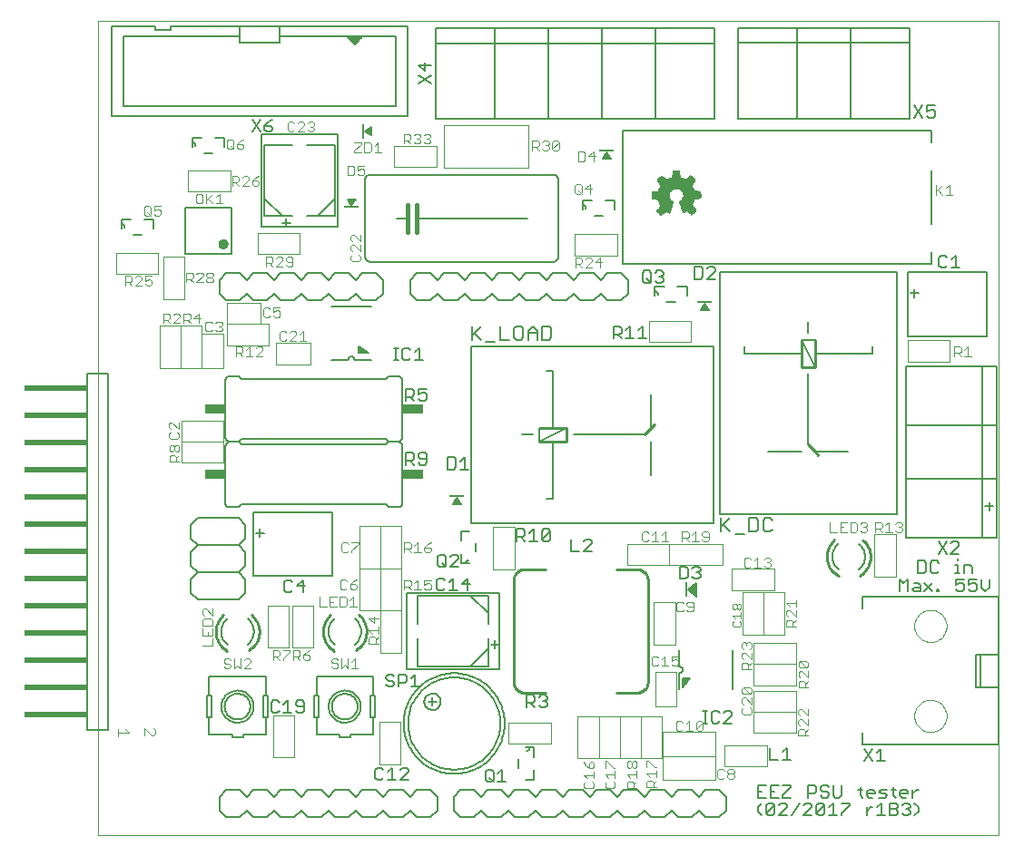
<source format=gto>
G75*
G70*
%OFA0B0*%
%FSLAX24Y24*%
%IPPOS*%
%LPD*%
%AMOC8*
5,1,8,0,0,1.08239X$1,22.5*
%
%ADD10C,0.0039*%
%ADD11C,0.0050*%
%ADD12R,0.0149X0.0001*%
%ADD13R,0.0004X0.0001*%
%ADD14R,0.0010X0.0001*%
%ADD15R,0.0017X0.0001*%
%ADD16R,0.0023X0.0001*%
%ADD17R,0.0029X0.0001*%
%ADD18R,0.0034X0.0001*%
%ADD19R,0.0040X0.0001*%
%ADD20R,0.0043X0.0002*%
%ADD21R,0.0047X0.0001*%
%ADD22R,0.0050X0.0001*%
%ADD23R,0.0054X0.0001*%
%ADD24R,0.0059X0.0001*%
%ADD25R,0.0064X0.0001*%
%ADD26R,0.0015X0.0001*%
%ADD27R,0.0067X0.0001*%
%ADD28R,0.0020X0.0001*%
%ADD29R,0.0070X0.0001*%
%ADD30R,0.0024X0.0001*%
%ADD31R,0.0074X0.0001*%
%ADD32R,0.0027X0.0001*%
%ADD33R,0.0076X0.0001*%
%ADD34R,0.0030X0.0001*%
%ADD35R,0.0081X0.0002*%
%ADD36R,0.0036X0.0002*%
%ADD37R,0.0086X0.0001*%
%ADD38R,0.0091X0.0001*%
%ADD39R,0.0046X0.0001*%
%ADD40R,0.0094X0.0001*%
%ADD41R,0.0096X0.0001*%
%ADD42R,0.0053X0.0001*%
%ADD43R,0.0099X0.0001*%
%ADD44R,0.0056X0.0001*%
%ADD45R,0.0104X0.0001*%
%ADD46R,0.0060X0.0001*%
%ADD47R,0.0108X0.0001*%
%ADD48R,0.0112X0.0001*%
%ADD49R,0.0117X0.0001*%
%ADD50R,0.0072X0.0001*%
%ADD51R,0.0120X0.0002*%
%ADD52R,0.0075X0.0002*%
%ADD53R,0.0123X0.0001*%
%ADD54R,0.0078X0.0001*%
%ADD55R,0.0126X0.0001*%
%ADD56R,0.0081X0.0001*%
%ADD57R,0.0131X0.0001*%
%ADD58R,0.0136X0.0001*%
%ADD59R,0.0090X0.0001*%
%ADD60R,0.0139X0.0001*%
%ADD61R,0.0144X0.0001*%
%ADD62R,0.0147X0.0001*%
%ADD63R,0.0101X0.0001*%
%ADD64R,0.0150X0.0001*%
%ADD65R,0.0102X0.0001*%
%ADD66R,0.0153X0.0001*%
%ADD67R,0.0106X0.0001*%
%ADD68R,0.0158X0.0002*%
%ADD69R,0.0109X0.0002*%
%ADD70R,0.0164X0.0001*%
%ADD71R,0.0115X0.0001*%
%ADD72R,0.0168X0.0001*%
%ADD73R,0.0120X0.0001*%
%ADD74R,0.0171X0.0001*%
%ADD75R,0.0123X0.0001*%
%ADD76R,0.0172X0.0001*%
%ADD77R,0.0125X0.0001*%
%ADD78R,0.0175X0.0001*%
%ADD79R,0.0128X0.0001*%
%ADD80R,0.0180X0.0001*%
%ADD81R,0.0132X0.0001*%
%ADD82R,0.0186X0.0001*%
%ADD83R,0.0191X0.0001*%
%ADD84R,0.0141X0.0001*%
%ADD85R,0.0194X0.0001*%
%ADD86R,0.0145X0.0001*%
%ADD87R,0.0196X0.0002*%
%ADD88R,0.0149X0.0002*%
%ADD89R,0.0199X0.0001*%
%ADD90R,0.0151X0.0001*%
%ADD91R,0.0204X0.0001*%
%ADD92R,0.0153X0.0001*%
%ADD93R,0.0207X0.0001*%
%ADD94R,0.0158X0.0001*%
%ADD95R,0.0211X0.0001*%
%ADD96R,0.0162X0.0001*%
%ADD97R,0.0216X0.0001*%
%ADD98R,0.0166X0.0001*%
%ADD99R,0.0219X0.0001*%
%ADD100R,0.0007X0.0001*%
%ADD101R,0.0169X0.0001*%
%ADD102R,0.0222X0.0001*%
%ADD103R,0.0011X0.0001*%
%ADD104R,0.0224X0.0001*%
%ADD105R,0.0014X0.0001*%
%ADD106R,0.0176X0.0001*%
%ADD107R,0.0228X0.0001*%
%ADD108R,0.0018X0.0001*%
%ADD109R,0.0179X0.0001*%
%ADD110R,0.0234X0.0002*%
%ADD111R,0.0024X0.0002*%
%ADD112R,0.0183X0.0002*%
%ADD113R,0.0239X0.0001*%
%ADD114R,0.0189X0.0001*%
%ADD115R,0.0241X0.0001*%
%ADD116R,0.0033X0.0001*%
%ADD117R,0.0012X0.0001*%
%ADD118R,0.0192X0.0001*%
%ADD119R,0.0243X0.0001*%
%ADD120R,0.0038X0.0001*%
%ADD121R,0.0246X0.0001*%
%ADD122R,0.0041X0.0001*%
%ADD123R,0.0019X0.0001*%
%ADD124R,0.0196X0.0001*%
%ADD125R,0.0250X0.0001*%
%ADD126R,0.0044X0.0001*%
%ADD127R,0.0021X0.0001*%
%ADD128R,0.0201X0.0001*%
%ADD129R,0.0254X0.0001*%
%ADD130R,0.0048X0.0001*%
%ADD131R,0.0258X0.0001*%
%ADD132R,0.0054X0.0001*%
%ADD133R,0.0209X0.0001*%
%ADD134R,0.0263X0.0001*%
%ADD135R,0.0213X0.0001*%
%ADD136R,0.0267X0.0001*%
%ADD137R,0.0063X0.0001*%
%ADD138R,0.0270X0.0002*%
%ADD139R,0.0066X0.0002*%
%ADD140R,0.0045X0.0002*%
%ADD141R,0.0219X0.0002*%
%ADD142R,0.0271X0.0001*%
%ADD143R,0.0220X0.0001*%
%ADD144R,0.0274X0.0001*%
%ADD145R,0.0051X0.0001*%
%ADD146R,0.0223X0.0001*%
%ADD147R,0.0278X0.0001*%
%ADD148R,0.0282X0.0001*%
%ADD149R,0.0231X0.0001*%
%ADD150R,0.0288X0.0001*%
%ADD151R,0.0085X0.0001*%
%ADD152R,0.0236X0.0001*%
%ADD153R,0.0289X0.0001*%
%ADD154R,0.0087X0.0001*%
%ADD155R,0.0066X0.0001*%
%ADD156R,0.0292X0.0001*%
%ADD157R,0.0069X0.0001*%
%ADD158R,0.0297X0.0001*%
%ADD159R,0.0300X0.0001*%
%ADD160R,0.0075X0.0001*%
%ADD161R,0.0305X0.0002*%
%ADD162R,0.0101X0.0002*%
%ADD163R,0.0078X0.0002*%
%ADD164R,0.0251X0.0002*%
%ADD165R,0.0309X0.0001*%
%ADD166R,0.0105X0.0001*%
%ADD167R,0.0083X0.0001*%
%ADD168R,0.0255X0.0001*%
%ADD169R,0.0314X0.0001*%
%ADD170R,0.0110X0.0001*%
%ADD171R,0.0087X0.0001*%
%ADD172R,0.0316X0.0001*%
%ADD173R,0.0113X0.0001*%
%ADD174R,0.0262X0.0001*%
%ADD175R,0.0319X0.0001*%
%ADD176R,0.0114X0.0001*%
%ADD177R,0.0093X0.0001*%
%ADD178R,0.0266X0.0001*%
%ADD179R,0.0321X0.0001*%
%ADD180R,0.0096X0.0001*%
%ADD181R,0.0324X0.0001*%
%ADD182R,0.0270X0.0001*%
%ADD183R,0.0329X0.0001*%
%ADD184R,0.0124X0.0001*%
%ADD185R,0.0275X0.0001*%
%ADD186R,0.0333X0.0001*%
%ADD187R,0.0279X0.0001*%
%ADD188R,0.0336X0.0001*%
%ADD189R,0.0111X0.0001*%
%ADD190R,0.0284X0.0001*%
%ADD191R,0.0339X0.0002*%
%ADD192R,0.0134X0.0002*%
%ADD193R,0.0114X0.0002*%
%ADD194R,0.0286X0.0002*%
%ADD195R,0.0342X0.0001*%
%ADD196R,0.0116X0.0001*%
%ADD197R,0.0491X0.0001*%
%ADD198R,0.0492X0.0001*%
%ADD199R,0.0294X0.0001*%
%ADD200R,0.0495X0.0001*%
%ADD201R,0.0299X0.0001*%
%ADD202R,0.0496X0.0001*%
%ADD203R,0.0127X0.0001*%
%ADD204R,0.0301X0.0001*%
%ADD205R,0.0498X0.0001*%
%ADD206R,0.0304X0.0001*%
%ADD207R,0.0501X0.0001*%
%ADD208R,0.0134X0.0001*%
%ADD209R,0.0308X0.0001*%
%ADD210R,0.0135X0.0001*%
%ADD211R,0.0311X0.0001*%
%ADD212R,0.0504X0.0001*%
%ADD213R,0.0138X0.0001*%
%ADD214R,0.0504X0.0002*%
%ADD215R,0.0141X0.0002*%
%ADD216R,0.0318X0.0002*%
%ADD217R,0.0507X0.0001*%
%ADD218R,0.0323X0.0001*%
%ADD219R,0.0326X0.0001*%
%ADD220R,0.0508X0.0001*%
%ADD221R,0.0152X0.0001*%
%ADD222R,0.0330X0.0001*%
%ADD223R,0.0510X0.0001*%
%ADD224R,0.0494X0.0001*%
%ADD225R,0.0512X0.0001*%
%ADD226R,0.0500X0.0001*%
%ADD227R,0.0513X0.0001*%
%ADD228R,0.0501X0.0001*%
%ADD229R,0.0513X0.0002*%
%ADD230R,0.0501X0.0002*%
%ADD231R,0.0503X0.0001*%
%ADD232R,0.0504X0.0001*%
%ADD233R,0.0506X0.0001*%
%ADD234R,0.0513X0.0001*%
%ADD235R,0.0509X0.0001*%
%ADD236R,0.0511X0.0001*%
%ADD237R,0.0514X0.0001*%
%ADD238R,0.0516X0.0001*%
%ADD239R,0.0513X0.0002*%
%ADD240R,0.0519X0.0002*%
%ADD241R,0.0519X0.0001*%
%ADD242R,0.0520X0.0001*%
%ADD243R,0.0522X0.0001*%
%ADD244R,0.0507X0.0001*%
%ADD245R,0.0509X0.0002*%
%ADD246R,0.0520X0.0002*%
%ADD247R,0.0522X0.0001*%
%ADD248R,0.0505X0.0001*%
%ADD249R,0.0502X0.0001*%
%ADD250R,0.0521X0.0001*%
%ADD251R,0.0503X0.0002*%
%ADD252R,0.0519X0.0002*%
%ADD253R,0.0519X0.0001*%
%ADD254R,0.0499X0.0001*%
%ADD255R,0.0517X0.0001*%
%ADD256R,0.0495X0.0002*%
%ADD257R,0.0514X0.0002*%
%ADD258R,0.0515X0.0001*%
%ADD259R,0.0492X0.0001*%
%ADD260R,0.0490X0.0001*%
%ADD261R,0.0490X0.0002*%
%ADD262R,0.0511X0.0002*%
%ADD263R,0.0489X0.0001*%
%ADD264R,0.0489X0.0001*%
%ADD265R,0.0488X0.0001*%
%ADD266R,0.0485X0.0001*%
%ADD267R,0.0483X0.0001*%
%ADD268R,0.0483X0.0002*%
%ADD269R,0.0507X0.0002*%
%ADD270R,0.0483X0.0001*%
%ADD271R,0.0481X0.0001*%
%ADD272R,0.0480X0.0001*%
%ADD273R,0.0480X0.0002*%
%ADD274R,0.0501X0.0002*%
%ADD275R,0.0479X0.0001*%
%ADD276R,0.0477X0.0001*%
%ADD277R,0.0477X0.0001*%
%ADD278R,0.0475X0.0001*%
%ADD279R,0.0474X0.0001*%
%ADD280R,0.0472X0.0001*%
%ADD281R,0.0472X0.0002*%
%ADD282R,0.0498X0.0002*%
%ADD283R,0.0471X0.0001*%
%ADD284R,0.0473X0.0001*%
%ADD285R,0.0471X0.0001*%
%ADD286R,0.0470X0.0001*%
%ADD287R,0.0468X0.0001*%
%ADD288R,0.0469X0.0001*%
%ADD289R,0.0468X0.0002*%
%ADD290R,0.0491X0.0002*%
%ADD291R,0.0466X0.0001*%
%ADD292R,0.0465X0.0001*%
%ADD293R,0.0464X0.0001*%
%ADD294R,0.0462X0.0001*%
%ADD295R,0.0462X0.0002*%
%ADD296R,0.0489X0.0002*%
%ADD297R,0.0461X0.0001*%
%ADD298R,0.0460X0.0001*%
%ADD299R,0.0459X0.0001*%
%ADD300R,0.0484X0.0001*%
%ADD301R,0.0457X0.0001*%
%ADD302R,0.0459X0.0001*%
%ADD303R,0.0458X0.0002*%
%ADD304R,0.0484X0.0002*%
%ADD305R,0.0456X0.0001*%
%ADD306R,0.0455X0.0001*%
%ADD307R,0.0453X0.0001*%
%ADD308R,0.0451X0.0001*%
%ADD309R,0.0453X0.0001*%
%ADD310R,0.0450X0.0001*%
%ADD311R,0.0451X0.0002*%
%ADD312R,0.0478X0.0001*%
%ADD313R,0.0449X0.0001*%
%ADD314R,0.0476X0.0001*%
%ADD315R,0.0447X0.0001*%
%ADD316R,0.0474X0.0001*%
%ADD317R,0.0449X0.0002*%
%ADD318R,0.0476X0.0002*%
%ADD319R,0.0454X0.0001*%
%ADD320R,0.0469X0.0002*%
%ADD321R,0.0468X0.0001*%
%ADD322R,0.0467X0.0001*%
%ADD323R,0.0473X0.0002*%
%ADD324R,0.0468X0.0002*%
%ADD325R,0.0486X0.0002*%
%ADD326R,0.0474X0.0002*%
%ADD327R,0.0487X0.0001*%
%ADD328R,0.0497X0.0001*%
%ADD329R,0.0486X0.0001*%
%ADD330R,0.0500X0.0002*%
%ADD331R,0.0487X0.0002*%
%ADD332R,0.0498X0.0001*%
%ADD333R,0.0524X0.0002*%
%ADD334R,0.0524X0.0001*%
%ADD335R,0.0525X0.0001*%
%ADD336R,0.0528X0.0001*%
%ADD337R,0.0529X0.0001*%
%ADD338R,0.0533X0.0001*%
%ADD339R,0.0534X0.0001*%
%ADD340R,0.0523X0.0001*%
%ADD341R,0.0536X0.0001*%
%ADD342R,0.0537X0.0002*%
%ADD343R,0.0527X0.0002*%
%ADD344R,0.0537X0.0001*%
%ADD345R,0.0528X0.0001*%
%ADD346R,0.0539X0.0001*%
%ADD347R,0.0530X0.0001*%
%ADD348R,0.0540X0.0001*%
%ADD349R,0.0541X0.0001*%
%ADD350R,0.0531X0.0001*%
%ADD351R,0.0543X0.0001*%
%ADD352R,0.0544X0.0001*%
%ADD353R,0.0546X0.0002*%
%ADD354R,0.0536X0.0002*%
%ADD355R,0.0547X0.0001*%
%ADD356R,0.0551X0.0001*%
%ADD357R,0.0552X0.0001*%
%ADD358R,0.0554X0.0001*%
%ADD359R,0.0555X0.0001*%
%ADD360R,0.0555X0.0002*%
%ADD361R,0.0547X0.0002*%
%ADD362R,0.0549X0.0001*%
%ADD363R,0.0548X0.0001*%
%ADD364R,0.0538X0.0001*%
%ADD365R,0.0537X0.0001*%
%ADD366R,0.0533X0.0002*%
%ADD367R,0.0531X0.0001*%
%ADD368R,0.0526X0.0001*%
%ADD369R,0.0518X0.0001*%
%ADD370R,0.0498X0.0002*%
%ADD371R,0.0496X0.0002*%
%ADD372R,0.0486X0.0001*%
%ADD373R,0.0485X0.0002*%
%ADD374R,0.0482X0.0001*%
%ADD375R,0.0477X0.0002*%
%ADD376R,0.0530X0.0002*%
%ADD377R,0.0464X0.0002*%
%ADD378R,0.0561X0.0001*%
%ADD379R,0.0570X0.0001*%
%ADD380R,0.0576X0.0001*%
%ADD381R,0.0581X0.0001*%
%ADD382R,0.0585X0.0001*%
%ADD383R,0.0589X0.0001*%
%ADD384R,0.0600X0.0002*%
%ADD385R,0.0614X0.0001*%
%ADD386R,0.0623X0.0001*%
%ADD387R,0.0630X0.0001*%
%ADD388R,0.0633X0.0001*%
%ADD389R,0.0638X0.0001*%
%ADD390R,0.0645X0.0001*%
%ADD391R,0.0657X0.0001*%
%ADD392R,0.0556X0.0001*%
%ADD393R,0.0669X0.0001*%
%ADD394R,0.0674X0.0001*%
%ADD395R,0.0579X0.0001*%
%ADD396R,0.0676X0.0002*%
%ADD397R,0.0585X0.0002*%
%ADD398R,0.0678X0.0001*%
%ADD399R,0.0590X0.0001*%
%ADD400R,0.0679X0.0001*%
%ADD401R,0.0596X0.0001*%
%ADD402R,0.0681X0.0001*%
%ADD403R,0.0606X0.0001*%
%ADD404R,0.0620X0.0001*%
%ADD405R,0.0682X0.0001*%
%ADD406R,0.0633X0.0001*%
%ADD407R,0.0684X0.0001*%
%ADD408R,0.0639X0.0001*%
%ADD409R,0.0649X0.0001*%
%ADD410R,0.0684X0.0001*%
%ADD411R,0.0655X0.0001*%
%ADD412R,0.0683X0.0002*%
%ADD413R,0.0664X0.0002*%
%ADD414R,0.0683X0.0001*%
%ADD415R,0.0670X0.0001*%
%ADD416R,0.0671X0.0001*%
%ADD417R,0.0681X0.0001*%
%ADD418R,0.0672X0.0001*%
%ADD419R,0.0680X0.0001*%
%ADD420R,0.0675X0.0001*%
%ADD421R,0.0676X0.0001*%
%ADD422R,0.0680X0.0002*%
%ADD423R,0.0678X0.0002*%
%ADD424R,0.0678X0.0001*%
%ADD425R,0.0675X0.0002*%
%ADD426R,0.0672X0.0002*%
%ADD427R,0.0672X0.0001*%
%ADD428R,0.0671X0.0002*%
%ADD429R,0.0670X0.0002*%
%ADD430R,0.0669X0.0001*%
%ADD431R,0.0667X0.0001*%
%ADD432R,0.0669X0.0002*%
%ADD433R,0.0667X0.0002*%
%ADD434R,0.0668X0.0001*%
%ADD435R,0.0666X0.0001*%
%ADD436R,0.0668X0.0002*%
%ADD437R,0.0666X0.0002*%
%ADD438R,0.0666X0.0001*%
%ADD439R,0.0664X0.0001*%
%ADD440R,0.0663X0.0001*%
%ADD441R,0.0666X0.0002*%
%ADD442R,0.0663X0.0002*%
%ADD443R,0.0665X0.0001*%
%ADD444R,0.0674X0.0002*%
%ADD445R,0.0677X0.0001*%
%ADD446R,0.0678X0.0002*%
%ADD447R,0.0682X0.0002*%
%ADD448R,0.0686X0.0001*%
%ADD449R,0.0686X0.0002*%
%ADD450R,0.0687X0.0001*%
%ADD451R,0.0689X0.0001*%
%ADD452R,0.0653X0.0001*%
%ADD453R,0.0641X0.0001*%
%ADD454R,0.0626X0.0001*%
%ADD455R,0.0616X0.0001*%
%ADD456R,0.0687X0.0001*%
%ADD457R,0.0612X0.0001*%
%ADD458R,0.0688X0.0001*%
%ADD459R,0.0606X0.0001*%
%ADD460R,0.0601X0.0001*%
%ADD461R,0.0591X0.0002*%
%ADD462R,0.0567X0.0001*%
%ADD463R,0.0560X0.0001*%
%ADD464R,0.0659X0.0001*%
%ADD465R,0.0516X0.0001*%
%ADD466R,0.0639X0.0001*%
%ADD467R,0.0502X0.0002*%
%ADD468R,0.0633X0.0002*%
%ADD469R,0.0608X0.0001*%
%ADD470R,0.0582X0.0001*%
%ADD471R,0.0577X0.0001*%
%ADD472R,0.0569X0.0002*%
%ADD473R,0.0546X0.0001*%
%ADD474R,0.0486X0.0002*%
%ADD475R,0.0493X0.0001*%
%ADD476R,0.0516X0.0002*%
%ADD477R,0.0532X0.0001*%
%ADD478R,0.0534X0.0002*%
%ADD479R,0.0535X0.0002*%
%ADD480R,0.0543X0.0001*%
%ADD481R,0.0553X0.0001*%
%ADD482R,0.0559X0.0001*%
%ADD483R,0.0564X0.0001*%
%ADD484R,0.0564X0.0001*%
%ADD485R,0.0567X0.0001*%
%ADD486R,0.0569X0.0001*%
%ADD487R,0.0570X0.0002*%
%ADD488R,0.0571X0.0002*%
%ADD489R,0.0571X0.0001*%
%ADD490R,0.0573X0.0001*%
%ADD491R,0.0574X0.0001*%
%ADD492R,0.0576X0.0001*%
%ADD493R,0.0600X0.0001*%
%ADD494R,0.0611X0.0001*%
%ADD495R,0.0618X0.0001*%
%ADD496R,0.0621X0.0001*%
%ADD497R,0.1269X0.0001*%
%ADD498R,0.1267X0.0001*%
%ADD499R,0.1266X0.0001*%
%ADD500R,0.1266X0.0002*%
%ADD501R,0.1264X0.0001*%
%ADD502R,0.1261X0.0001*%
%ADD503R,0.1260X0.0001*%
%ADD504R,0.1259X0.0001*%
%ADD505R,0.1256X0.0001*%
%ADD506R,0.1254X0.0001*%
%ADD507R,0.1253X0.0001*%
%ADD508R,0.1251X0.0001*%
%ADD509R,0.1251X0.0002*%
%ADD510R,0.1248X0.0001*%
%ADD511R,0.1245X0.0001*%
%ADD512R,0.1244X0.0001*%
%ADD513R,0.1242X0.0001*%
%ADD514R,0.1239X0.0001*%
%ADD515R,0.1237X0.0001*%
%ADD516R,0.1236X0.0002*%
%ADD517R,0.1233X0.0001*%
%ADD518R,0.1230X0.0001*%
%ADD519R,0.1229X0.0001*%
%ADD520R,0.1227X0.0001*%
%ADD521R,0.1226X0.0001*%
%ADD522R,0.1224X0.0001*%
%ADD523R,0.1223X0.0002*%
%ADD524R,0.1219X0.0001*%
%ADD525R,0.1216X0.0001*%
%ADD526R,0.1215X0.0001*%
%ADD527R,0.1214X0.0001*%
%ADD528R,0.1212X0.0001*%
%ADD529R,0.1209X0.0001*%
%ADD530R,0.1207X0.0002*%
%ADD531R,0.1206X0.0001*%
%ADD532R,0.1204X0.0001*%
%ADD533R,0.1201X0.0001*%
%ADD534R,0.1200X0.0001*%
%ADD535R,0.1199X0.0001*%
%ADD536R,0.1196X0.0001*%
%ADD537R,0.1194X0.0001*%
%ADD538R,0.1193X0.0001*%
%ADD539R,0.1191X0.0001*%
%ADD540R,0.1191X0.0002*%
%ADD541R,0.1188X0.0001*%
%ADD542R,0.1185X0.0001*%
%ADD543R,0.1184X0.0001*%
%ADD544R,0.1181X0.0001*%
%ADD545R,0.1177X0.0001*%
%ADD546R,0.1176X0.0001*%
%ADD547R,0.1174X0.0001*%
%ADD548R,0.1173X0.0001*%
%ADD549R,0.1170X0.0002*%
%ADD550R,0.1170X0.0001*%
%ADD551R,0.1169X0.0001*%
%ADD552R,0.1166X0.0001*%
%ADD553R,0.1164X0.0001*%
%ADD554R,0.1163X0.0001*%
%ADD555R,0.1163X0.0002*%
%ADD556R,0.1167X0.0001*%
%ADD557R,0.1171X0.0001*%
%ADD558R,0.1179X0.0001*%
%ADD559R,0.1182X0.0001*%
%ADD560R,0.1182X0.0002*%
%ADD561R,0.1188X0.0001*%
%ADD562R,0.1190X0.0001*%
%ADD563R,0.1197X0.0001*%
%ADD564R,0.1204X0.0002*%
%ADD565R,0.1207X0.0001*%
%ADD566R,0.1210X0.0001*%
%ADD567R,0.1213X0.0001*%
%ADD568R,0.1217X0.0001*%
%ADD569R,0.1218X0.0001*%
%ADD570R,0.1220X0.0001*%
%ADD571R,0.1221X0.0001*%
%ADD572R,0.1223X0.0001*%
%ADD573R,0.1226X0.0002*%
%ADD574R,0.1236X0.0001*%
%ADD575R,0.1239X0.0001*%
%ADD576R,0.1240X0.0001*%
%ADD577R,0.1243X0.0001*%
%ADD578R,0.1248X0.0002*%
%ADD579R,0.1248X0.0001*%
%ADD580R,0.1251X0.0001*%
%ADD581R,0.1257X0.0001*%
%ADD582R,0.1263X0.0001*%
%ADD583R,0.1267X0.0002*%
%ADD584R,0.1270X0.0001*%
%ADD585R,0.1274X0.0001*%
%ADD586R,0.1275X0.0001*%
%ADD587R,0.1278X0.0001*%
%ADD588R,0.1280X0.0001*%
%ADD589R,0.1281X0.0001*%
%ADD590R,0.1284X0.0001*%
%ADD591R,0.1286X0.0001*%
%ADD592R,0.1289X0.0001*%
%ADD593R,0.1290X0.0002*%
%ADD594R,0.1291X0.0001*%
%ADD595R,0.1294X0.0001*%
%ADD596R,0.1296X0.0001*%
%ADD597R,0.1299X0.0001*%
%ADD598R,0.1300X0.0001*%
%ADD599R,0.1302X0.0001*%
%ADD600R,0.1304X0.0001*%
%ADD601R,0.1306X0.0001*%
%ADD602R,0.1308X0.0001*%
%ADD603R,0.1311X0.0002*%
%ADD604R,0.1313X0.0001*%
%ADD605R,0.1316X0.0001*%
%ADD606R,0.1317X0.0001*%
%ADD607R,0.1320X0.0001*%
%ADD608R,0.1323X0.0001*%
%ADD609R,0.1326X0.0001*%
%ADD610R,0.1329X0.0001*%
%ADD611R,0.1332X0.0002*%
%ADD612R,0.1335X0.0001*%
%ADD613R,0.1336X0.0001*%
%ADD614R,0.1340X0.0001*%
%ADD615R,0.1343X0.0001*%
%ADD616R,0.1346X0.0001*%
%ADD617R,0.1347X0.0001*%
%ADD618R,0.1350X0.0001*%
%ADD619R,0.1353X0.0002*%
%ADD620R,0.1356X0.0001*%
%ADD621R,0.1357X0.0001*%
%ADD622R,0.1360X0.0001*%
%ADD623R,0.1364X0.0001*%
%ADD624R,0.1365X0.0001*%
%ADD625R,0.1368X0.0001*%
%ADD626R,0.1369X0.0001*%
%ADD627R,0.1373X0.0001*%
%ADD628R,0.1374X0.0002*%
%ADD629R,0.1377X0.0001*%
%ADD630R,0.1379X0.0001*%
%ADD631R,0.1380X0.0001*%
%ADD632R,0.1383X0.0001*%
%ADD633R,0.1386X0.0001*%
%ADD634R,0.1387X0.0001*%
%ADD635R,0.1391X0.0001*%
%ADD636R,0.1394X0.0001*%
%ADD637R,0.1395X0.0002*%
%ADD638R,0.1398X0.0001*%
%ADD639R,0.1401X0.0001*%
%ADD640R,0.1403X0.0001*%
%ADD641R,0.1406X0.0001*%
%ADD642R,0.1407X0.0001*%
%ADD643R,0.1409X0.0001*%
%ADD644R,0.1411X0.0001*%
%ADD645R,0.1414X0.0001*%
%ADD646R,0.1416X0.0002*%
%ADD647R,0.1419X0.0001*%
%ADD648R,0.1421X0.0001*%
%ADD649R,0.1422X0.0001*%
%ADD650R,0.1424X0.0001*%
%ADD651R,0.1426X0.0001*%
%ADD652R,0.1428X0.0001*%
%ADD653R,0.1429X0.0002*%
%ADD654R,0.1429X0.0001*%
%ADD655R,0.1425X0.0001*%
%ADD656R,0.1421X0.0002*%
%ADD657R,0.1418X0.0001*%
%ADD658R,0.1416X0.0001*%
%ADD659R,0.1413X0.0001*%
%ADD660R,0.1410X0.0001*%
%ADD661R,0.1404X0.0001*%
%ADD662R,0.1401X0.0001*%
%ADD663R,0.0346X0.0001*%
%ADD664R,0.1044X0.0001*%
%ADD665R,0.0342X0.0002*%
%ADD666R,0.1040X0.0002*%
%ADD667R,0.0337X0.0001*%
%ADD668R,0.1034X0.0001*%
%ADD669R,0.0357X0.0001*%
%ADD670R,0.0660X0.0001*%
%ADD671R,0.0353X0.0001*%
%ADD672R,0.0327X0.0001*%
%ADD673R,0.0349X0.0001*%
%ADD674R,0.0321X0.0001*%
%ADD675R,0.0648X0.0001*%
%ADD676R,0.0344X0.0001*%
%ADD677R,0.0317X0.0001*%
%ADD678R,0.0339X0.0001*%
%ADD679R,0.0312X0.0001*%
%ADD680R,0.0631X0.0001*%
%ADD681R,0.0334X0.0001*%
%ADD682R,0.0309X0.0001*%
%ADD683R,0.0307X0.0002*%
%ADD684R,0.0623X0.0002*%
%ADD685R,0.0327X0.0002*%
%ADD686R,0.0618X0.0001*%
%ADD687R,0.0297X0.0001*%
%ADD688R,0.0607X0.0001*%
%ADD689R,0.0320X0.0001*%
%ADD690R,0.0293X0.0001*%
%ADD691R,0.0599X0.0001*%
%ADD692R,0.0313X0.0001*%
%ADD693R,0.0285X0.0001*%
%ADD694R,0.0584X0.0001*%
%ADD695R,0.0303X0.0001*%
%ADD696R,0.0281X0.0001*%
%ADD697R,0.0273X0.0002*%
%ADD698R,0.0563X0.0002*%
%ADD699R,0.0293X0.0002*%
%ADD700R,0.0264X0.0001*%
%ADD701R,0.0259X0.0001*%
%ADD702R,0.0256X0.0001*%
%ADD703R,0.0276X0.0001*%
%ADD704R,0.0252X0.0001*%
%ADD705R,0.0273X0.0001*%
%ADD706R,0.0248X0.0001*%
%ADD707R,0.0269X0.0001*%
%ADD708R,0.0245X0.0001*%
%ADD709R,0.0240X0.0001*%
%ADD710R,0.0237X0.0002*%
%ADD711R,0.0256X0.0002*%
%ADD712R,0.0234X0.0001*%
%ADD713R,0.0232X0.0001*%
%ADD714R,0.0251X0.0001*%
%ADD715R,0.0228X0.0001*%
%ADD716R,0.0246X0.0001*%
%ADD717R,0.0456X0.0001*%
%ADD718R,0.0219X0.0001*%
%ADD719R,0.0444X0.0001*%
%ADD720R,0.0237X0.0001*%
%ADD721R,0.0214X0.0001*%
%ADD722R,0.0436X0.0001*%
%ADD723R,0.0432X0.0001*%
%ADD724R,0.0231X0.0001*%
%ADD725R,0.0210X0.0001*%
%ADD726R,0.0426X0.0001*%
%ADD727R,0.0420X0.0001*%
%ADD728R,0.0226X0.0001*%
%ADD729R,0.0204X0.0002*%
%ADD730R,0.0409X0.0002*%
%ADD731R,0.0222X0.0002*%
%ADD732R,0.0391X0.0001*%
%ADD733R,0.0217X0.0001*%
%ADD734R,0.0376X0.0001*%
%ADD735R,0.0368X0.0001*%
%ADD736R,0.0189X0.0001*%
%ADD737R,0.0361X0.0001*%
%ADD738R,0.0206X0.0001*%
%ADD739R,0.0186X0.0001*%
%ADD740R,0.0356X0.0001*%
%ADD741R,0.0181X0.0001*%
%ADD742R,0.0345X0.0001*%
%ADD743R,0.0173X0.0001*%
%ADD744R,0.0331X0.0001*%
%ADD745R,0.0190X0.0001*%
%ADD746R,0.0168X0.0001*%
%ADD747R,0.0165X0.0002*%
%ADD748R,0.0162X0.0001*%
%ADD749R,0.0159X0.0001*%
%ADD750R,0.0177X0.0001*%
%ADD751R,0.0156X0.0001*%
%ADD752R,0.0324X0.0001*%
%ADD753R,0.0174X0.0001*%
%ADD754R,0.0167X0.0001*%
%ADD755R,0.0146X0.0001*%
%ADD756R,0.0163X0.0001*%
%ADD757R,0.0141X0.0001*%
%ADD758R,0.0140X0.0001*%
%ADD759R,0.0137X0.0001*%
%ADD760R,0.0133X0.0001*%
%ADD761R,0.0129X0.0002*%
%ADD762R,0.0321X0.0002*%
%ADD763R,0.0146X0.0002*%
%ADD764R,0.0119X0.0001*%
%ADD765R,0.0129X0.0001*%
%ADD766R,0.0111X0.0001*%
%ADD767R,0.0126X0.0001*%
%ADD768R,0.0318X0.0001*%
%ADD769R,0.0097X0.0001*%
%ADD770R,0.0315X0.0001*%
%ADD771R,0.0089X0.0002*%
%ADD772R,0.0315X0.0002*%
%ADD773R,0.0105X0.0002*%
%ADD774R,0.0079X0.0001*%
%ADD775R,0.0089X0.0001*%
%ADD776R,0.0069X0.0001*%
%ADD777R,0.0084X0.0001*%
%ADD778R,0.0057X0.0001*%
%ADD779R,0.0052X0.0002*%
%ADD780R,0.0311X0.0002*%
%ADD781R,0.0066X0.0002*%
%ADD782R,0.0061X0.0001*%
%ADD783R,0.0042X0.0001*%
%ADD784R,0.0055X0.0001*%
%ADD785R,0.0039X0.0001*%
%ADD786R,0.0052X0.0001*%
%ADD787R,0.0036X0.0001*%
%ADD788R,0.0049X0.0001*%
%ADD789R,0.0307X0.0001*%
%ADD790R,0.0045X0.0001*%
%ADD791R,0.0022X0.0001*%
%ADD792R,0.0035X0.0001*%
%ADD793R,0.0025X0.0002*%
%ADD794R,0.0306X0.0001*%
%ADD795R,0.0018X0.0001*%
%ADD796R,0.0008X0.0001*%
%ADD797R,0.0300X0.0002*%
%ADD798R,0.0296X0.0001*%
%ADD799R,0.0294X0.0002*%
%ADD800R,0.0294X0.0001*%
%ADD801R,0.0291X0.0001*%
%ADD802R,0.0291X0.0002*%
%ADD803R,0.0286X0.0001*%
%ADD804R,0.0281X0.0002*%
%ADD805R,0.0277X0.0001*%
%ADD806R,0.0276X0.0001*%
%ADD807R,0.0266X0.0002*%
%ADD808R,0.0264X0.0001*%
%ADD809R,0.0261X0.0001*%
%ADD810R,0.0259X0.0002*%
%ADD811R,0.0254X0.0002*%
%ADD812R,0.0248X0.0002*%
%ADD813R,0.0218X0.0002*%
%ADD814R,0.0157X0.0001*%
%ADD815C,0.0040*%
%ADD816C,0.0060*%
%ADD817C,0.0080*%
%ADD818C,0.0030*%
%ADD819R,0.2303X0.0200*%
%ADD820C,0.0020*%
%ADD821R,0.0079X0.0551*%
%ADD822R,0.0760X0.0320*%
%ADD823C,0.0100*%
%ADD824C,0.0000*%
%ADD825R,0.0551X0.0079*%
%ADD826C,0.0160*%
D10*
X005562Y005244D02*
X005562Y035165D01*
X038633Y035165D01*
X038633Y005244D01*
X005562Y005244D01*
D11*
X009642Y008946D02*
X009642Y009574D01*
X009721Y009574D01*
X009721Y010362D01*
X009642Y010362D01*
X009642Y011090D01*
X011717Y011090D01*
X011717Y010362D01*
X011638Y010362D01*
X011638Y009574D01*
X011717Y009574D01*
X011717Y008946D01*
X010877Y008946D01*
X010877Y008848D01*
X010483Y008848D01*
X010483Y008946D01*
X009642Y008946D01*
X009642Y009574D02*
X009564Y009574D01*
X009564Y010362D01*
X009642Y010362D01*
X010208Y009968D02*
X010210Y010011D01*
X010216Y010053D01*
X010226Y010095D01*
X010239Y010136D01*
X010256Y010176D01*
X010277Y010213D01*
X010301Y010249D01*
X010328Y010282D01*
X010358Y010313D01*
X010391Y010341D01*
X010426Y010366D01*
X010463Y010387D01*
X010502Y010405D01*
X010542Y010419D01*
X010584Y010430D01*
X010626Y010437D01*
X010669Y010440D01*
X010712Y010439D01*
X010755Y010434D01*
X010797Y010425D01*
X010838Y010413D01*
X010878Y010397D01*
X010916Y010377D01*
X010952Y010354D01*
X010986Y010327D01*
X011018Y010298D01*
X011046Y010266D01*
X011072Y010231D01*
X011094Y010195D01*
X011113Y010156D01*
X011128Y010116D01*
X011140Y010075D01*
X011148Y010032D01*
X011152Y009989D01*
X011152Y009947D01*
X011148Y009904D01*
X011140Y009861D01*
X011128Y009820D01*
X011113Y009780D01*
X011094Y009741D01*
X011072Y009705D01*
X011046Y009670D01*
X011018Y009638D01*
X010986Y009609D01*
X010952Y009582D01*
X010916Y009559D01*
X010878Y009539D01*
X010838Y009523D01*
X010797Y009511D01*
X010755Y009502D01*
X010712Y009497D01*
X010669Y009496D01*
X010626Y009499D01*
X010584Y009506D01*
X010542Y009517D01*
X010502Y009531D01*
X010463Y009549D01*
X010426Y009570D01*
X010391Y009595D01*
X010358Y009623D01*
X010328Y009654D01*
X010301Y009687D01*
X010277Y009723D01*
X010256Y009760D01*
X010239Y009800D01*
X010226Y009841D01*
X010216Y009883D01*
X010210Y009925D01*
X010208Y009968D01*
X010089Y009968D02*
X010091Y010016D01*
X010097Y010064D01*
X010107Y010111D01*
X010120Y010157D01*
X010138Y010202D01*
X010158Y010246D01*
X010183Y010288D01*
X010211Y010327D01*
X010241Y010364D01*
X010275Y010398D01*
X010312Y010430D01*
X010350Y010459D01*
X010391Y010484D01*
X010434Y010506D01*
X010479Y010524D01*
X010525Y010538D01*
X010572Y010549D01*
X010620Y010556D01*
X010668Y010559D01*
X010716Y010558D01*
X010764Y010553D01*
X010812Y010544D01*
X010858Y010532D01*
X010903Y010515D01*
X010947Y010495D01*
X010989Y010472D01*
X011029Y010445D01*
X011067Y010415D01*
X011102Y010382D01*
X011134Y010346D01*
X011164Y010308D01*
X011190Y010267D01*
X011212Y010224D01*
X011232Y010180D01*
X011247Y010135D01*
X011259Y010088D01*
X011267Y010040D01*
X011271Y009992D01*
X011271Y009944D01*
X011267Y009896D01*
X011259Y009848D01*
X011247Y009801D01*
X011232Y009756D01*
X011212Y009712D01*
X011190Y009669D01*
X011164Y009628D01*
X011134Y009590D01*
X011102Y009554D01*
X011067Y009521D01*
X011029Y009491D01*
X010989Y009464D01*
X010947Y009441D01*
X010903Y009421D01*
X010858Y009404D01*
X010812Y009392D01*
X010764Y009383D01*
X010716Y009378D01*
X010668Y009377D01*
X010620Y009380D01*
X010572Y009387D01*
X010525Y009398D01*
X010479Y009412D01*
X010434Y009430D01*
X010391Y009452D01*
X010350Y009477D01*
X010312Y009506D01*
X010275Y009538D01*
X010241Y009572D01*
X010211Y009609D01*
X010183Y009648D01*
X010158Y009690D01*
X010138Y009734D01*
X010120Y009779D01*
X010107Y009825D01*
X010097Y009872D01*
X010091Y009920D01*
X010089Y009968D01*
X011717Y009574D02*
X011796Y009574D01*
X011796Y010362D01*
X011717Y010362D01*
X011912Y010120D02*
X011912Y009820D01*
X011987Y009744D01*
X012137Y009744D01*
X012212Y009820D01*
X012372Y009744D02*
X012672Y009744D01*
X012522Y009744D02*
X012522Y010195D01*
X012372Y010045D01*
X012212Y010120D02*
X012137Y010195D01*
X011987Y010195D01*
X011912Y010120D01*
X012832Y010120D02*
X012832Y010045D01*
X012908Y009970D01*
X013133Y009970D01*
X013133Y010120D02*
X013058Y010195D01*
X012908Y010195D01*
X012832Y010120D01*
X012832Y009820D02*
X012908Y009744D01*
X013058Y009744D01*
X013133Y009820D01*
X013133Y010120D01*
X013501Y010362D02*
X013501Y009574D01*
X013579Y009574D01*
X013579Y008946D01*
X014420Y008946D01*
X014420Y008848D01*
X014814Y008848D01*
X014814Y008946D01*
X015654Y008946D01*
X015654Y009574D01*
X015733Y009574D01*
X015733Y010362D01*
X015654Y010362D01*
X015654Y011090D01*
X013579Y011090D01*
X013579Y010362D01*
X013501Y010362D01*
X013579Y010362D02*
X013658Y010362D01*
X013658Y009574D01*
X013579Y009574D01*
X014145Y009968D02*
X014147Y010011D01*
X014153Y010053D01*
X014163Y010095D01*
X014176Y010136D01*
X014193Y010176D01*
X014214Y010213D01*
X014238Y010249D01*
X014265Y010282D01*
X014295Y010313D01*
X014328Y010341D01*
X014363Y010366D01*
X014400Y010387D01*
X014439Y010405D01*
X014479Y010419D01*
X014521Y010430D01*
X014563Y010437D01*
X014606Y010440D01*
X014649Y010439D01*
X014692Y010434D01*
X014734Y010425D01*
X014775Y010413D01*
X014815Y010397D01*
X014853Y010377D01*
X014889Y010354D01*
X014923Y010327D01*
X014955Y010298D01*
X014983Y010266D01*
X015009Y010231D01*
X015031Y010195D01*
X015050Y010156D01*
X015065Y010116D01*
X015077Y010075D01*
X015085Y010032D01*
X015089Y009989D01*
X015089Y009947D01*
X015085Y009904D01*
X015077Y009861D01*
X015065Y009820D01*
X015050Y009780D01*
X015031Y009741D01*
X015009Y009705D01*
X014983Y009670D01*
X014955Y009638D01*
X014923Y009609D01*
X014889Y009582D01*
X014853Y009559D01*
X014815Y009539D01*
X014775Y009523D01*
X014734Y009511D01*
X014692Y009502D01*
X014649Y009497D01*
X014606Y009496D01*
X014563Y009499D01*
X014521Y009506D01*
X014479Y009517D01*
X014439Y009531D01*
X014400Y009549D01*
X014363Y009570D01*
X014328Y009595D01*
X014295Y009623D01*
X014265Y009654D01*
X014238Y009687D01*
X014214Y009723D01*
X014193Y009760D01*
X014176Y009800D01*
X014163Y009841D01*
X014153Y009883D01*
X014147Y009925D01*
X014145Y009968D01*
X014026Y009968D02*
X014028Y010016D01*
X014034Y010064D01*
X014044Y010111D01*
X014057Y010157D01*
X014075Y010202D01*
X014095Y010246D01*
X014120Y010288D01*
X014148Y010327D01*
X014178Y010364D01*
X014212Y010398D01*
X014249Y010430D01*
X014287Y010459D01*
X014328Y010484D01*
X014371Y010506D01*
X014416Y010524D01*
X014462Y010538D01*
X014509Y010549D01*
X014557Y010556D01*
X014605Y010559D01*
X014653Y010558D01*
X014701Y010553D01*
X014749Y010544D01*
X014795Y010532D01*
X014840Y010515D01*
X014884Y010495D01*
X014926Y010472D01*
X014966Y010445D01*
X015004Y010415D01*
X015039Y010382D01*
X015071Y010346D01*
X015101Y010308D01*
X015127Y010267D01*
X015149Y010224D01*
X015169Y010180D01*
X015184Y010135D01*
X015196Y010088D01*
X015204Y010040D01*
X015208Y009992D01*
X015208Y009944D01*
X015204Y009896D01*
X015196Y009848D01*
X015184Y009801D01*
X015169Y009756D01*
X015149Y009712D01*
X015127Y009669D01*
X015101Y009628D01*
X015071Y009590D01*
X015039Y009554D01*
X015004Y009521D01*
X014966Y009491D01*
X014926Y009464D01*
X014884Y009441D01*
X014840Y009421D01*
X014795Y009404D01*
X014749Y009392D01*
X014701Y009383D01*
X014653Y009378D01*
X014605Y009377D01*
X014557Y009380D01*
X014509Y009387D01*
X014462Y009398D01*
X014416Y009412D01*
X014371Y009430D01*
X014328Y009452D01*
X014287Y009477D01*
X014249Y009506D01*
X014212Y009538D01*
X014178Y009572D01*
X014148Y009609D01*
X014120Y009648D01*
X014095Y009690D01*
X014075Y009734D01*
X014057Y009779D01*
X014044Y009825D01*
X014034Y009872D01*
X014028Y009920D01*
X014026Y009968D01*
X015575Y009574D02*
X015654Y009574D01*
X015575Y009574D02*
X015575Y010362D01*
X015654Y010362D01*
X016137Y010770D02*
X016212Y010694D01*
X016362Y010694D01*
X016437Y010770D01*
X016437Y010845D01*
X016362Y010920D01*
X016212Y010920D01*
X016137Y010995D01*
X016137Y011070D01*
X016212Y011145D01*
X016362Y011145D01*
X016437Y011070D01*
X016597Y011145D02*
X016822Y011145D01*
X016897Y011070D01*
X016897Y010920D01*
X016822Y010845D01*
X016597Y010845D01*
X016597Y010694D02*
X016597Y011145D01*
X017057Y010995D02*
X017208Y011145D01*
X017208Y010694D01*
X017358Y010694D02*
X017057Y010694D01*
X016883Y007720D02*
X016733Y007720D01*
X016657Y007645D01*
X016883Y007720D02*
X016958Y007645D01*
X016958Y007570D01*
X016657Y007269D01*
X016958Y007269D01*
X016497Y007269D02*
X016197Y007269D01*
X016347Y007269D02*
X016347Y007720D01*
X016197Y007570D01*
X016037Y007645D02*
X015962Y007720D01*
X015812Y007720D01*
X015737Y007645D01*
X015737Y007345D01*
X015812Y007269D01*
X015962Y007269D01*
X016037Y007345D01*
X019777Y007270D02*
X019852Y007194D01*
X020002Y007194D01*
X020077Y007270D01*
X020077Y007570D01*
X020002Y007645D01*
X019852Y007645D01*
X019777Y007570D01*
X019777Y007270D01*
X019927Y007345D02*
X020077Y007194D01*
X020237Y007194D02*
X020537Y007194D01*
X020387Y007194D02*
X020387Y007645D01*
X020237Y007495D01*
X021287Y009944D02*
X021287Y010395D01*
X021512Y010395D01*
X021587Y010320D01*
X021587Y010170D01*
X021512Y010095D01*
X021287Y010095D01*
X021437Y010095D02*
X021587Y009944D01*
X021747Y010020D02*
X021822Y009944D01*
X021972Y009944D01*
X022047Y010020D01*
X022047Y010095D01*
X021972Y010170D01*
X021897Y010170D01*
X021972Y010170D02*
X022047Y010245D01*
X022047Y010320D01*
X021972Y010395D01*
X021822Y010395D01*
X021747Y010320D01*
X019143Y014234D02*
X019143Y014685D01*
X018917Y014460D01*
X019218Y014460D01*
X018757Y014234D02*
X018457Y014234D01*
X018607Y014234D02*
X018607Y014685D01*
X018457Y014535D01*
X018297Y014610D02*
X018222Y014685D01*
X018072Y014685D01*
X017997Y014610D01*
X017997Y014310D01*
X018072Y014234D01*
X018222Y014234D01*
X018297Y014310D01*
X018327Y015094D02*
X018177Y015245D01*
X018327Y015170D02*
X018327Y015470D01*
X018252Y015545D01*
X018102Y015545D01*
X018027Y015470D01*
X018027Y015170D01*
X018102Y015094D01*
X018252Y015094D01*
X018327Y015170D01*
X018487Y015094D02*
X018787Y015395D01*
X018787Y015470D01*
X018712Y015545D01*
X018562Y015545D01*
X018487Y015470D01*
X018487Y015094D02*
X018787Y015094D01*
X020937Y016044D02*
X020937Y016495D01*
X021162Y016495D01*
X021237Y016420D01*
X021237Y016270D01*
X021162Y016195D01*
X020937Y016195D01*
X021087Y016195D02*
X021237Y016044D01*
X021397Y016044D02*
X021697Y016044D01*
X021547Y016044D02*
X021547Y016495D01*
X021397Y016345D01*
X021857Y016420D02*
X021857Y016120D01*
X022158Y016420D01*
X022158Y016120D01*
X022083Y016044D01*
X021933Y016044D01*
X021857Y016120D01*
X021857Y016420D02*
X021933Y016495D01*
X022083Y016495D01*
X022158Y016420D01*
X022924Y016124D02*
X022924Y015674D01*
X023225Y015674D01*
X023385Y015674D02*
X023685Y015974D01*
X023685Y016049D01*
X023610Y016124D01*
X023460Y016124D01*
X023385Y016049D01*
X023385Y015674D02*
X023685Y015674D01*
X026916Y015120D02*
X026916Y014669D01*
X027141Y014669D01*
X027216Y014745D01*
X027216Y015045D01*
X027141Y015120D01*
X026916Y015120D01*
X027376Y015045D02*
X027451Y015120D01*
X027601Y015120D01*
X027677Y015045D01*
X027677Y014970D01*
X027601Y014895D01*
X027677Y014820D01*
X027677Y014745D01*
X027601Y014669D01*
X027451Y014669D01*
X027376Y014745D01*
X027526Y014895D02*
X027601Y014895D01*
X033643Y013994D02*
X033643Y013561D01*
X033643Y013994D02*
X038643Y013994D01*
X038643Y011868D01*
X038643Y010687D01*
X037973Y010687D01*
X037777Y010687D01*
X037777Y011868D01*
X037973Y011868D01*
X037973Y010687D01*
X038643Y010687D02*
X038643Y008561D01*
X033643Y008561D01*
X033643Y008994D01*
X033690Y008412D02*
X033990Y007962D01*
X034151Y007962D02*
X034451Y007962D01*
X034301Y007962D02*
X034301Y008412D01*
X034151Y008262D01*
X033990Y008412D02*
X033690Y007962D01*
X032849Y007070D02*
X032849Y006695D01*
X032774Y006619D01*
X032624Y006619D01*
X032549Y006695D01*
X032549Y007070D01*
X032389Y006995D02*
X032314Y007070D01*
X032164Y007070D01*
X032089Y006995D01*
X032089Y006920D01*
X032164Y006845D01*
X032314Y006845D01*
X032389Y006770D01*
X032389Y006695D01*
X032314Y006619D01*
X032164Y006619D01*
X032089Y006695D01*
X031929Y006845D02*
X031853Y006770D01*
X031628Y006770D01*
X031628Y006619D02*
X031628Y007070D01*
X031853Y007070D01*
X031929Y006995D01*
X031929Y006845D01*
X032010Y006420D02*
X032160Y006420D01*
X032235Y006345D01*
X031935Y006045D01*
X032010Y005969D01*
X032160Y005969D01*
X032235Y006045D01*
X032235Y006345D01*
X032396Y006270D02*
X032546Y006420D01*
X032546Y005969D01*
X032396Y005969D02*
X032696Y005969D01*
X032856Y005969D02*
X032856Y006045D01*
X033156Y006345D01*
X033156Y006420D01*
X032856Y006420D01*
X033545Y006695D02*
X033545Y006995D01*
X033470Y006920D02*
X033620Y006920D01*
X033777Y006845D02*
X033777Y006695D01*
X033852Y006619D01*
X034002Y006619D01*
X034077Y006770D02*
X033777Y006770D01*
X033777Y006845D02*
X033852Y006920D01*
X034002Y006920D01*
X034077Y006845D01*
X034077Y006770D01*
X034237Y006845D02*
X034312Y006920D01*
X034537Y006920D01*
X034698Y006920D02*
X034848Y006920D01*
X034773Y006995D02*
X034773Y006695D01*
X034848Y006619D01*
X035004Y006695D02*
X035004Y006845D01*
X035080Y006920D01*
X035230Y006920D01*
X035305Y006845D01*
X035305Y006770D01*
X035004Y006770D01*
X035004Y006695D02*
X035080Y006619D01*
X035230Y006619D01*
X035156Y006420D02*
X035306Y006420D01*
X035381Y006345D01*
X035381Y006270D01*
X035306Y006195D01*
X035381Y006120D01*
X035381Y006045D01*
X035306Y005969D01*
X035156Y005969D01*
X035081Y006045D01*
X034921Y006045D02*
X034846Y005969D01*
X034621Y005969D01*
X034621Y006420D01*
X034846Y006420D01*
X034921Y006345D01*
X034921Y006270D01*
X034846Y006195D01*
X034621Y006195D01*
X034846Y006195D02*
X034921Y006120D01*
X034921Y006045D01*
X035081Y006345D02*
X035156Y006420D01*
X035231Y006195D02*
X035306Y006195D01*
X035542Y006420D02*
X035692Y006270D01*
X035692Y006120D01*
X035542Y005969D01*
X035465Y006619D02*
X035465Y006920D01*
X035615Y006920D02*
X035690Y006920D01*
X035615Y006920D02*
X035465Y006770D01*
X034537Y006695D02*
X034462Y006770D01*
X034312Y006770D01*
X034237Y006845D01*
X034237Y006619D02*
X034462Y006619D01*
X034537Y006695D01*
X034311Y006420D02*
X034160Y006270D01*
X034002Y006270D02*
X033927Y006270D01*
X033777Y006120D01*
X033777Y006270D02*
X033777Y005969D01*
X034160Y005969D02*
X034461Y005969D01*
X034311Y005969D02*
X034311Y006420D01*
X033620Y006619D02*
X033545Y006695D01*
X032010Y006420D02*
X031935Y006345D01*
X031935Y006045D01*
X031775Y005969D02*
X031475Y005969D01*
X031775Y006270D01*
X031775Y006345D01*
X031700Y006420D01*
X031550Y006420D01*
X031475Y006345D01*
X031315Y006420D02*
X031014Y005969D01*
X030854Y005969D02*
X030554Y005969D01*
X030854Y006270D01*
X030854Y006345D01*
X030779Y006420D01*
X030629Y006420D01*
X030554Y006345D01*
X030394Y006345D02*
X030319Y006420D01*
X030169Y006420D01*
X030094Y006345D01*
X030094Y006045D01*
X030394Y006345D01*
X030394Y006045D01*
X030319Y005969D01*
X030169Y005969D01*
X030094Y006045D01*
X029937Y005969D02*
X029787Y006120D01*
X029787Y006270D01*
X029937Y006420D01*
X029787Y006619D02*
X030087Y006619D01*
X030247Y006619D02*
X030547Y006619D01*
X030707Y006619D02*
X031008Y006619D01*
X030707Y006619D02*
X030707Y006695D01*
X031008Y006995D01*
X031008Y007070D01*
X030707Y007070D01*
X030547Y007070D02*
X030247Y007070D01*
X030247Y006619D01*
X030247Y006845D02*
X030397Y006845D01*
X030087Y007070D02*
X029787Y007070D01*
X029787Y006619D01*
X029787Y006845D02*
X029937Y006845D01*
X030237Y007994D02*
X030537Y007994D01*
X030697Y007994D02*
X030997Y007994D01*
X030847Y007994D02*
X030847Y008445D01*
X030697Y008295D01*
X030237Y008445D02*
X030237Y007994D01*
X028839Y009354D02*
X028539Y009354D01*
X028839Y009655D01*
X028839Y009730D01*
X028764Y009805D01*
X028614Y009805D01*
X028539Y009730D01*
X028379Y009730D02*
X028304Y009805D01*
X028154Y009805D01*
X028079Y009730D01*
X028079Y009430D01*
X028154Y009354D01*
X028304Y009354D01*
X028379Y009430D01*
X027922Y009354D02*
X027772Y009354D01*
X027847Y009354D02*
X027847Y009805D01*
X027772Y009805D02*
X027922Y009805D01*
X034987Y014206D02*
X034987Y014656D01*
X035137Y014506D01*
X035287Y014656D01*
X035287Y014206D01*
X035447Y014281D02*
X035522Y014356D01*
X035747Y014356D01*
X035747Y014431D02*
X035747Y014206D01*
X035522Y014206D01*
X035447Y014281D01*
X035522Y014506D02*
X035672Y014506D01*
X035747Y014431D01*
X035907Y014506D02*
X036208Y014206D01*
X036368Y014206D02*
X036443Y014206D01*
X036443Y014281D01*
X036368Y014281D01*
X036368Y014206D01*
X036208Y014506D02*
X035907Y014206D01*
X035887Y014881D02*
X035662Y014881D01*
X035662Y015331D01*
X035887Y015331D01*
X035962Y015256D01*
X035962Y014956D01*
X035887Y014881D01*
X036122Y014956D02*
X036197Y014881D01*
X036347Y014881D01*
X036422Y014956D01*
X036122Y014956D02*
X036122Y015256D01*
X036197Y015331D01*
X036347Y015331D01*
X036422Y015256D01*
X036415Y015588D02*
X036715Y016039D01*
X036875Y015964D02*
X036950Y016039D01*
X037100Y016039D01*
X037175Y015964D01*
X037175Y015888D01*
X036875Y015588D01*
X037175Y015588D01*
X037118Y015406D02*
X037118Y015331D01*
X037118Y015181D02*
X037118Y014881D01*
X037043Y014881D02*
X037193Y014881D01*
X037350Y014881D02*
X037350Y015181D01*
X037575Y015181D01*
X037650Y015106D01*
X037650Y014881D01*
X037519Y014656D02*
X037519Y014431D01*
X037669Y014506D01*
X037744Y014506D01*
X037819Y014431D01*
X037819Y014281D01*
X037744Y014206D01*
X037594Y014206D01*
X037519Y014281D01*
X037359Y014281D02*
X037284Y014206D01*
X037134Y014206D01*
X037058Y014281D01*
X037058Y014431D02*
X037209Y014506D01*
X037284Y014506D01*
X037359Y014431D01*
X037359Y014281D01*
X037058Y014431D02*
X037058Y014656D01*
X037359Y014656D01*
X037519Y014656D02*
X037819Y014656D01*
X037979Y014656D02*
X037979Y014356D01*
X038129Y014206D01*
X038279Y014356D01*
X038279Y014656D01*
X037118Y015181D02*
X037043Y015181D01*
X036715Y015588D02*
X036415Y016039D01*
X035212Y016163D02*
X035212Y018329D01*
X038558Y018329D01*
X038558Y016163D01*
X038021Y016163D01*
X038021Y022463D01*
X038558Y022463D01*
X038558Y020297D01*
X035212Y020297D01*
X035212Y022463D01*
X038021Y022463D01*
X038558Y020297D02*
X038558Y018329D01*
X038287Y017481D02*
X038287Y017181D01*
X038137Y017331D02*
X038437Y017331D01*
X038021Y016163D02*
X035212Y016163D01*
X035212Y018329D02*
X035212Y020297D01*
X036517Y026099D02*
X036667Y026099D01*
X036742Y026175D01*
X036902Y026099D02*
X037202Y026099D01*
X037052Y026099D02*
X037052Y026550D01*
X036902Y026400D01*
X036742Y026475D02*
X036667Y026550D01*
X036517Y026550D01*
X036442Y026475D01*
X036442Y026175D01*
X036517Y026099D01*
X036225Y031613D02*
X036075Y031613D01*
X036000Y031688D01*
X036000Y031838D02*
X036150Y031913D01*
X036225Y031913D01*
X036300Y031838D01*
X036300Y031688D01*
X036225Y031613D01*
X036000Y031838D02*
X036000Y032064D01*
X036300Y032064D01*
X035840Y032064D02*
X035540Y031613D01*
X035368Y031570D02*
X033202Y031570D01*
X033202Y034916D01*
X035368Y034916D01*
X035368Y034379D01*
X029069Y034379D01*
X029069Y034916D01*
X031234Y034916D01*
X031234Y031570D01*
X029069Y031570D01*
X029069Y034379D01*
X028193Y034354D02*
X017957Y034354D01*
X017957Y034916D01*
X020122Y034916D01*
X020122Y031570D01*
X022090Y031570D02*
X022090Y034916D01*
X024059Y034916D01*
X024059Y031570D01*
X022090Y031570D01*
X017957Y031570D01*
X017957Y034354D01*
X017793Y033558D02*
X017343Y033558D01*
X017568Y033333D01*
X017568Y033633D01*
X017793Y033173D02*
X017343Y032873D01*
X017343Y033173D02*
X017793Y032873D01*
X020122Y034916D02*
X022090Y034916D01*
X024059Y034916D02*
X026027Y034916D01*
X026027Y031570D01*
X024059Y031570D01*
X026027Y031570D02*
X028193Y031570D01*
X028193Y034354D01*
X028193Y034916D01*
X026027Y034916D01*
X031234Y034916D02*
X033202Y034916D01*
X035368Y034379D02*
X035368Y031570D01*
X035840Y031613D02*
X035540Y032064D01*
X033202Y031570D02*
X031234Y031570D01*
X028139Y026139D02*
X027989Y026139D01*
X027914Y026064D01*
X027754Y026064D02*
X027679Y026139D01*
X027454Y026139D01*
X027454Y025688D01*
X027679Y025688D01*
X027754Y025763D01*
X027754Y026064D01*
X028139Y026139D02*
X028214Y026064D01*
X028214Y025988D01*
X027914Y025688D01*
X028214Y025688D01*
X026312Y025695D02*
X026312Y025620D01*
X026237Y025544D01*
X026087Y025544D01*
X026012Y025620D01*
X025852Y025620D02*
X025777Y025544D01*
X025627Y025544D01*
X025552Y025620D01*
X025552Y025920D01*
X025627Y025995D01*
X025777Y025995D01*
X025852Y025920D01*
X025852Y025620D01*
X025852Y025544D02*
X025702Y025695D01*
X026012Y025920D02*
X026087Y025995D01*
X026237Y025995D01*
X026312Y025920D01*
X026312Y025845D01*
X026237Y025770D01*
X026312Y025695D01*
X026237Y025770D02*
X026162Y025770D01*
X025551Y023945D02*
X025551Y023494D01*
X025401Y023494D02*
X025702Y023494D01*
X025401Y023795D02*
X025551Y023945D01*
X025091Y023945D02*
X025091Y023494D01*
X024941Y023494D02*
X025241Y023494D01*
X024941Y023795D02*
X025091Y023945D01*
X024781Y023870D02*
X024781Y023720D01*
X024706Y023645D01*
X024480Y023645D01*
X024480Y023494D02*
X024480Y023945D01*
X024706Y023945D01*
X024781Y023870D01*
X024631Y023645D02*
X024781Y023494D01*
X019014Y019139D02*
X018864Y018988D01*
X018704Y019064D02*
X018704Y018763D01*
X018629Y018688D01*
X018404Y018688D01*
X018404Y019139D01*
X018629Y019139D01*
X018704Y019064D01*
X019014Y019139D02*
X019014Y018688D01*
X018864Y018688D02*
X019164Y018688D01*
X017622Y018930D02*
X017622Y019230D01*
X017547Y019305D01*
X017397Y019305D01*
X017322Y019230D01*
X017322Y019155D01*
X017397Y019080D01*
X017622Y019080D01*
X017622Y018930D02*
X017547Y018854D01*
X017397Y018854D01*
X017322Y018930D01*
X017162Y018854D02*
X017012Y019005D01*
X017087Y019005D02*
X016862Y019005D01*
X016862Y018854D02*
X016862Y019305D01*
X017087Y019305D01*
X017162Y019230D01*
X017162Y019080D01*
X017087Y019005D01*
X017162Y021204D02*
X017012Y021355D01*
X017087Y021355D02*
X016862Y021355D01*
X016862Y021204D02*
X016862Y021655D01*
X017087Y021655D01*
X017162Y021580D01*
X017162Y021430D01*
X017087Y021355D01*
X017322Y021430D02*
X017322Y021655D01*
X017622Y021655D01*
X017547Y021505D02*
X017622Y021430D01*
X017622Y021280D01*
X017547Y021204D01*
X017397Y021204D01*
X017322Y021280D01*
X017322Y021430D02*
X017472Y021505D01*
X017547Y021505D01*
X017494Y022694D02*
X017194Y022694D01*
X017344Y022694D02*
X017344Y023145D01*
X017194Y022995D01*
X017034Y023070D02*
X016959Y023145D01*
X016809Y023145D01*
X016734Y023070D01*
X016734Y022770D01*
X016809Y022694D01*
X016959Y022694D01*
X017034Y022770D01*
X016577Y022694D02*
X016427Y022694D01*
X016502Y022694D02*
X016502Y023145D01*
X016427Y023145D02*
X016577Y023145D01*
X010462Y026619D02*
X008762Y026619D01*
X008762Y028319D01*
X010462Y028319D01*
X010462Y026619D01*
X010255Y026852D02*
X010279Y026876D01*
X010297Y026904D01*
X010308Y026936D01*
X010312Y026969D01*
X010308Y027003D01*
X010297Y027035D01*
X010279Y027063D01*
X010255Y027087D01*
X010227Y027105D01*
X010195Y027116D01*
X010162Y027119D01*
X010128Y027116D01*
X010097Y027105D01*
X010068Y027087D01*
X010044Y027063D01*
X010027Y027035D01*
X010015Y027003D01*
X010012Y026969D01*
X010015Y026936D01*
X010027Y026904D01*
X010044Y026876D01*
X010068Y026852D01*
X010097Y026834D01*
X010128Y026823D01*
X010162Y026819D01*
X010195Y026823D01*
X010227Y026834D01*
X010255Y026852D01*
X010282Y026881D02*
X010041Y026881D01*
X010018Y026929D02*
X010305Y026929D01*
X010311Y026978D02*
X010013Y026978D01*
X010024Y027026D02*
X010300Y027026D01*
X010267Y027075D02*
X010056Y027075D01*
X010103Y026832D02*
X010220Y026832D01*
X011212Y031094D02*
X011512Y031545D01*
X011672Y031320D02*
X011822Y031470D01*
X011972Y031545D01*
X011897Y031320D02*
X011672Y031320D01*
X011672Y031170D01*
X011747Y031094D01*
X011897Y031094D01*
X011972Y031170D01*
X011972Y031245D01*
X011897Y031320D01*
X011512Y031094D02*
X011212Y031545D01*
X014737Y034569D02*
X015237Y034569D01*
X014987Y034319D01*
X014737Y034569D01*
X014762Y034544D02*
X015211Y034544D01*
X015162Y034495D02*
X014811Y034495D01*
X014859Y034447D02*
X015114Y034447D01*
X015065Y034398D02*
X014908Y034398D01*
X014956Y034350D02*
X015017Y034350D01*
X010712Y016894D02*
X009212Y016894D01*
X009212Y015894D02*
X010712Y015894D01*
X010712Y014894D02*
X009212Y014894D01*
X009212Y013894D02*
X010712Y013894D01*
X012392Y014250D02*
X012467Y014174D01*
X012617Y014174D01*
X012692Y014250D01*
X012852Y014400D02*
X013077Y014625D01*
X013077Y014174D01*
X013152Y014400D02*
X012852Y014400D01*
X012692Y014550D02*
X012617Y014625D01*
X012467Y014625D01*
X012392Y014550D01*
X012392Y014250D01*
X037973Y011868D02*
X038643Y011868D01*
D12*
X026525Y028580D03*
D13*
X026236Y028009D03*
X027057Y028096D03*
X027375Y028025D03*
D14*
X026236Y028010D03*
D15*
X026236Y028012D03*
D16*
X026236Y028013D03*
D17*
X026236Y028015D03*
X026245Y029453D03*
D18*
X026236Y028016D03*
X027061Y028105D03*
D19*
X027063Y028106D03*
X026236Y028018D03*
D20*
X026236Y028019D03*
D21*
X026236Y028021D03*
D22*
X026236Y028022D03*
X027375Y028039D03*
D23*
X026237Y028024D03*
D24*
X026238Y028025D03*
X026539Y028106D03*
X027070Y028115D03*
D25*
X027072Y028117D03*
X027373Y028045D03*
X026238Y028027D03*
D26*
X027056Y028099D03*
X027375Y028027D03*
D27*
X027373Y028046D03*
X026536Y028111D03*
X026238Y028028D03*
D28*
X027375Y028028D03*
D29*
X027075Y028121D03*
X026535Y028112D03*
X026238Y028030D03*
D30*
X027375Y028030D03*
D31*
X026238Y028031D03*
D32*
X027059Y028103D03*
X027375Y028031D03*
D33*
X026533Y028114D03*
X026238Y028033D03*
D34*
X026549Y028096D03*
X027375Y028033D03*
X027338Y029458D03*
D35*
X026238Y028034D03*
D36*
X027375Y028034D03*
D37*
X027372Y028054D03*
X026239Y028036D03*
D38*
X026239Y028037D03*
X026527Y028121D03*
X027080Y028129D03*
X026248Y029428D03*
D39*
X026247Y029446D03*
X027374Y028037D03*
D40*
X027372Y028057D03*
X026525Y028123D03*
X026239Y028039D03*
X027335Y029434D03*
X026778Y029645D03*
D41*
X026240Y028040D03*
D42*
X027375Y028040D03*
D43*
X027371Y028058D03*
X027083Y028133D03*
X026240Y028042D03*
X027335Y029432D03*
D44*
X027375Y028042D03*
D45*
X026241Y028043D03*
D46*
X027374Y028043D03*
X026247Y029441D03*
D47*
X027335Y029428D03*
X027086Y028136D03*
X026240Y028045D03*
D48*
X026241Y028046D03*
D49*
X026241Y028048D03*
X026519Y028132D03*
X027089Y028142D03*
X027333Y029425D03*
D50*
X027336Y029443D03*
X027372Y028048D03*
D51*
X026241Y028049D03*
D52*
X027372Y028049D03*
D53*
X026241Y028051D03*
X026250Y029416D03*
X027333Y029423D03*
D54*
X027336Y029440D03*
X027372Y028051D03*
D55*
X026241Y028052D03*
D56*
X026531Y028115D03*
X027372Y028052D03*
X027336Y029438D03*
D57*
X027094Y028148D03*
X026242Y028054D03*
D58*
X026242Y028055D03*
X026512Y028141D03*
X027369Y028075D03*
D59*
X027371Y028055D03*
X026528Y028120D03*
D60*
X026242Y028057D03*
D61*
X026243Y028058D03*
D62*
X026243Y028060D03*
X027098Y028157D03*
D63*
X027370Y028060D03*
D64*
X026243Y028061D03*
X026252Y029405D03*
X027332Y029413D03*
D65*
X027335Y029431D03*
X026249Y029425D03*
X027371Y028061D03*
D66*
X026243Y028063D03*
D67*
X027370Y028063D03*
D68*
X026244Y028064D03*
D69*
X027370Y028064D03*
D70*
X026244Y028066D03*
D71*
X027370Y028066D03*
D72*
X026244Y028067D03*
D73*
X026519Y028133D03*
X027090Y028144D03*
X027369Y028067D03*
D74*
X026244Y028069D03*
D75*
X027369Y028069D03*
D76*
X027366Y028090D03*
X026245Y028070D03*
D77*
X027369Y028070D03*
D78*
X026245Y028072D03*
D79*
X026515Y028136D03*
X027369Y028072D03*
D80*
X026244Y028073D03*
X027330Y029401D03*
D81*
X027333Y029419D03*
X027368Y028073D03*
X026514Y028138D03*
D82*
X026246Y028075D03*
D83*
X026247Y028076D03*
X026254Y029389D03*
D84*
X027368Y028076D03*
D85*
X027364Y028099D03*
X026247Y028078D03*
X026254Y029387D03*
X026796Y029642D03*
D86*
X027097Y028156D03*
X027367Y028078D03*
D87*
X026247Y028079D03*
D88*
X027367Y028079D03*
D89*
X026247Y028081D03*
X026254Y029386D03*
D90*
X027367Y028081D03*
D91*
X027363Y028103D03*
X026247Y028082D03*
X027329Y029392D03*
D92*
X027332Y029411D03*
X027366Y028082D03*
D93*
X026247Y028084D03*
X026255Y029383D03*
D94*
X027367Y028084D03*
D95*
X026248Y028085D03*
D96*
X027366Y028085D03*
D97*
X027362Y028108D03*
X026249Y028087D03*
D98*
X027366Y028087D03*
D99*
X026249Y028088D03*
D100*
X026554Y028088D03*
D101*
X027366Y028088D03*
D102*
X026249Y028090D03*
D103*
X026554Y028090D03*
D104*
X026249Y028091D03*
X026256Y029375D03*
X026797Y029638D03*
D105*
X026554Y028091D03*
D106*
X027365Y028091D03*
D107*
X027360Y028114D03*
X026250Y028093D03*
D108*
X026552Y028093D03*
D109*
X027365Y028093D03*
X026253Y029395D03*
D110*
X026250Y028094D03*
D111*
X026550Y028094D03*
D112*
X027365Y028094D03*
X027330Y029399D03*
D113*
X027360Y028118D03*
X026251Y028096D03*
D114*
X027365Y028096D03*
D115*
X027360Y028120D03*
X026251Y028097D03*
X027325Y029375D03*
D116*
X026246Y029452D03*
X026547Y028097D03*
D117*
X027056Y028097D03*
X026246Y029456D03*
D118*
X027365Y028097D03*
D119*
X027359Y028121D03*
X026252Y028099D03*
X026796Y029630D03*
D120*
X026547Y028099D03*
D121*
X026252Y028100D03*
X027359Y028123D03*
D122*
X026547Y028100D03*
D123*
X027057Y028100D03*
D124*
X027364Y028100D03*
X027329Y029395D03*
D125*
X026253Y028102D03*
D126*
X026545Y028102D03*
X027064Y028108D03*
D127*
X027057Y028102D03*
D128*
X027363Y028102D03*
X027329Y029393D03*
D129*
X027324Y029371D03*
X026796Y029605D03*
X026796Y029606D03*
X026796Y029608D03*
X026796Y029611D03*
X026253Y028103D03*
D130*
X026544Y028103D03*
X027065Y028111D03*
X027338Y029452D03*
D131*
X027323Y029368D03*
X026796Y029597D03*
X027357Y028127D03*
X026253Y028105D03*
D132*
X026541Y028105D03*
X027068Y028114D03*
D133*
X027363Y028105D03*
X027328Y029389D03*
D134*
X026254Y028106D03*
D135*
X027362Y028106D03*
X027327Y029387D03*
X026255Y029380D03*
D136*
X026261Y029356D03*
X026795Y029576D03*
X026795Y029578D03*
X027356Y028132D03*
X026255Y028108D03*
D137*
X026538Y028108D03*
X026247Y029440D03*
D138*
X026795Y029564D03*
X026255Y028109D03*
D139*
X026537Y028109D03*
D140*
X027065Y028109D03*
D141*
X027362Y028109D03*
D142*
X026255Y028111D03*
X026795Y029554D03*
X026795Y029555D03*
X026795Y029557D03*
X026795Y029558D03*
X026795Y029560D03*
D143*
X027361Y028111D03*
D144*
X026255Y028112D03*
X026795Y029546D03*
D145*
X027066Y028112D03*
D146*
X027361Y028112D03*
D147*
X026256Y028114D03*
X026262Y029353D03*
X027321Y029360D03*
D148*
X026795Y029530D03*
X026795Y029531D03*
X026262Y029350D03*
X026256Y028115D03*
D149*
X027360Y028115D03*
D150*
X027354Y028141D03*
X026256Y028117D03*
X026262Y029347D03*
X026795Y029509D03*
X026795Y029510D03*
X026795Y029512D03*
X026795Y029513D03*
X026795Y029515D03*
X026795Y029516D03*
X026795Y029518D03*
X027320Y029356D03*
D151*
X026529Y028117D03*
D152*
X027360Y028117D03*
D153*
X027354Y028142D03*
X026257Y028118D03*
D154*
X026528Y028118D03*
D155*
X027072Y028118D03*
X026247Y029438D03*
D156*
X026257Y028120D03*
D157*
X027074Y028120D03*
D158*
X026258Y028121D03*
D159*
X026258Y028123D03*
X026793Y029473D03*
X026793Y029476D03*
X026793Y029477D03*
X027318Y029351D03*
D160*
X027336Y029441D03*
X026247Y029435D03*
X027075Y028123D03*
D161*
X026259Y028124D03*
D162*
X026524Y028124D03*
D163*
X027077Y028124D03*
D164*
X027358Y028124D03*
D165*
X026259Y028126D03*
X026795Y029449D03*
X026795Y029450D03*
X026795Y029452D03*
D166*
X026249Y029423D03*
X026522Y028126D03*
X027084Y028135D03*
D167*
X027079Y028126D03*
X026248Y029432D03*
D168*
X026796Y029603D03*
X027357Y028126D03*
D169*
X027351Y028153D03*
X026260Y028127D03*
X026794Y029432D03*
X026794Y029434D03*
X026794Y029435D03*
X026794Y029437D03*
X026794Y029438D03*
D170*
X026521Y028127D03*
D171*
X027080Y028127D03*
X026247Y029431D03*
D172*
X026793Y029426D03*
X026793Y029425D03*
X026260Y028129D03*
D173*
X026521Y028129D03*
X026250Y029420D03*
X027334Y029426D03*
D174*
X027322Y029366D03*
X026796Y029587D03*
X026796Y029588D03*
X026796Y029590D03*
X026260Y029359D03*
X027357Y028129D03*
D175*
X026260Y028130D03*
D176*
X026520Y028130D03*
D177*
X027081Y028130D03*
D178*
X027357Y028130D03*
X026795Y029581D03*
X026795Y029582D03*
X026795Y029584D03*
D179*
X026261Y028132D03*
D180*
X027081Y028132D03*
D181*
X026261Y028133D03*
D182*
X027356Y028133D03*
X026795Y029561D03*
X026795Y029563D03*
X026795Y029566D03*
X026795Y029567D03*
D183*
X026794Y029398D03*
X026262Y028135D03*
D184*
X026517Y028135D03*
X027091Y028145D03*
D185*
X027355Y028135D03*
D186*
X026262Y028136D03*
X026267Y029327D03*
D187*
X026795Y029536D03*
X026795Y029537D03*
X027354Y028136D03*
D188*
X026262Y028138D03*
X026795Y029395D03*
D189*
X027087Y028138D03*
D190*
X027354Y028138D03*
X027321Y029357D03*
X026794Y029527D03*
X026794Y029528D03*
D191*
X026262Y028139D03*
D192*
X026514Y028139D03*
D193*
X027087Y028139D03*
D194*
X027354Y028139D03*
X026794Y029519D03*
D195*
X026262Y028141D03*
D196*
X027088Y028141D03*
X026250Y029419D03*
D197*
X026353Y028582D03*
X026377Y028555D03*
X026374Y028247D03*
X026335Y028142D03*
X027207Y028316D03*
X027208Y028313D03*
X027268Y028160D03*
D198*
X027216Y028298D03*
X027215Y028301D03*
X027215Y028303D03*
X027213Y028306D03*
X027209Y028549D03*
X027207Y028925D03*
X027206Y028927D03*
X027204Y028928D03*
X026352Y028892D03*
X026378Y028553D03*
X026379Y028552D03*
X026369Y028240D03*
X026367Y028237D03*
X026366Y028234D03*
X026334Y028144D03*
D199*
X027353Y028144D03*
D200*
X027269Y028163D03*
X027218Y028295D03*
X027165Y028435D03*
X027203Y028931D03*
X026387Y028930D03*
X026381Y028549D03*
X026382Y028547D03*
X026432Y028418D03*
X026432Y028417D03*
X026364Y028231D03*
X026334Y028145D03*
D201*
X027352Y028145D03*
X026794Y029479D03*
D202*
X026389Y028933D03*
X026388Y028931D03*
X026349Y028583D03*
X026362Y028228D03*
X026362Y028226D03*
X026334Y028147D03*
X027164Y028436D03*
X027219Y028294D03*
X027220Y028292D03*
X027269Y028165D03*
X027201Y028933D03*
D203*
X027093Y028147D03*
D204*
X027350Y028147D03*
X026265Y029342D03*
D205*
X026349Y028891D03*
X026384Y028546D03*
X026361Y028225D03*
X026360Y028222D03*
X026333Y028148D03*
X027221Y028291D03*
X027222Y028288D03*
X027222Y028286D03*
X027224Y028285D03*
D206*
X027350Y028148D03*
X027318Y029348D03*
X026794Y029464D03*
X026794Y029465D03*
X026794Y029467D03*
X026265Y029341D03*
D207*
X026391Y028937D03*
X026333Y028151D03*
X026333Y028150D03*
X027231Y028271D03*
X027201Y028540D03*
D208*
X027094Y028150D03*
D209*
X027351Y028150D03*
D210*
X027095Y028151D03*
X027333Y029417D03*
D211*
X026794Y029440D03*
X026794Y029441D03*
X026794Y029443D03*
X026794Y029446D03*
X026794Y029447D03*
X027351Y028151D03*
D212*
X027234Y028265D03*
X027233Y028267D03*
X026351Y028207D03*
X026351Y028205D03*
X026349Y028204D03*
X026333Y028153D03*
X026393Y028939D03*
X026394Y028940D03*
D213*
X027095Y028153D03*
D214*
X026333Y028154D03*
D215*
X027096Y028154D03*
D216*
X027350Y028154D03*
D217*
X026348Y028201D03*
X026333Y028157D03*
X026333Y028156D03*
D218*
X027349Y028156D03*
X027316Y029342D03*
X026793Y029408D03*
X026793Y029410D03*
X026793Y029411D03*
X026793Y029413D03*
D219*
X026793Y029402D03*
X026266Y029332D03*
X027348Y028157D03*
D220*
X026334Y028159D03*
X026394Y028534D03*
D221*
X027099Y028159D03*
D222*
X027347Y028159D03*
X027315Y029338D03*
X026267Y029329D03*
D223*
X027189Y028946D03*
X027195Y028531D03*
X027165Y028453D03*
X027165Y028451D03*
X027165Y028450D03*
X027165Y028448D03*
X027245Y028247D03*
X027245Y028246D03*
X027246Y028243D03*
X026430Y028438D03*
X026394Y028532D03*
X026345Y028195D03*
X026345Y028193D03*
X026343Y028192D03*
X026343Y028190D03*
X026333Y028162D03*
X026333Y028160D03*
D224*
X026365Y028232D03*
X026367Y028235D03*
X026368Y028238D03*
X026380Y028550D03*
X027164Y028433D03*
X027207Y028546D03*
X027208Y028547D03*
X027216Y028300D03*
X027217Y028297D03*
X027268Y028162D03*
X027214Y028921D03*
X027204Y028930D03*
X026794Y029368D03*
D225*
X026334Y028166D03*
X026334Y028165D03*
X026334Y028163D03*
D226*
X026431Y028423D03*
X026431Y028426D03*
X027225Y028283D03*
X027226Y028282D03*
X027228Y028280D03*
X027228Y028279D03*
X027270Y028166D03*
D227*
X027249Y028237D03*
X027248Y028238D03*
X027188Y028948D03*
X026334Y028174D03*
X026334Y028172D03*
X026334Y028171D03*
X026334Y028168D03*
D228*
X026357Y028216D03*
X026358Y028217D03*
X026430Y028427D03*
X026430Y028429D03*
X026387Y028543D03*
X027228Y028277D03*
X027270Y028168D03*
D229*
X026334Y028169D03*
D230*
X027165Y028439D03*
X027270Y028169D03*
D231*
X027271Y028171D03*
X027198Y028937D03*
X027196Y028939D03*
X026794Y029366D03*
X026388Y028541D03*
X026389Y028540D03*
X026389Y028538D03*
X026431Y028430D03*
X026355Y028213D03*
D232*
X026354Y028211D03*
X026352Y028210D03*
X026430Y028432D03*
X026430Y028433D03*
X027165Y028441D03*
X027165Y028442D03*
X027198Y028535D03*
X027200Y028537D03*
X027270Y028172D03*
X027195Y028940D03*
D233*
X027195Y028942D03*
X027193Y028943D03*
X027225Y028916D03*
X027237Y028261D03*
X027238Y028258D03*
X027240Y028256D03*
X027271Y028174D03*
X026390Y028537D03*
D234*
X026397Y028528D03*
X026430Y028441D03*
X026340Y028186D03*
X026337Y028181D03*
X026336Y028178D03*
X026336Y028177D03*
X026336Y028175D03*
X027165Y028456D03*
X027165Y028457D03*
X026400Y028946D03*
D235*
X026398Y028945D03*
X026341Y028888D03*
X026345Y028196D03*
X027243Y028250D03*
X027243Y028252D03*
X027244Y028249D03*
X027273Y028175D03*
X027196Y028532D03*
X027265Y028606D03*
X027192Y028945D03*
D236*
X027193Y028528D03*
X027247Y028241D03*
X027247Y028240D03*
X027273Y028178D03*
X027273Y028177D03*
X026343Y028189D03*
X026341Y028187D03*
X026395Y028531D03*
D237*
X026398Y028526D03*
X026338Y028183D03*
X026337Y028180D03*
X027166Y028459D03*
X027192Y028526D03*
X027252Y028234D03*
X027253Y028231D03*
X027255Y028228D03*
X027256Y028226D03*
X027273Y028180D03*
X027185Y028951D03*
X027184Y028952D03*
X026794Y029365D03*
X026403Y028948D03*
D238*
X026405Y028951D03*
X026430Y028444D03*
X026430Y028442D03*
X027165Y028460D03*
X027252Y028232D03*
X027257Y028225D03*
X027272Y028183D03*
X027272Y028181D03*
D239*
X026430Y028439D03*
X026396Y028529D03*
X026339Y028184D03*
X027186Y028949D03*
D240*
X027272Y028184D03*
D241*
X027272Y028186D03*
X027272Y028187D03*
X026430Y028447D03*
X026430Y028448D03*
X026400Y028525D03*
D242*
X026430Y028451D03*
X026430Y028450D03*
X027166Y028463D03*
X027271Y028607D03*
X027271Y028193D03*
X027271Y028192D03*
X027271Y028190D03*
X027271Y028189D03*
D243*
X027270Y028195D03*
X027270Y028196D03*
X027270Y028198D03*
X027165Y028465D03*
X027180Y028955D03*
X026402Y028523D03*
X026430Y028453D03*
D244*
X026430Y028436D03*
X026430Y028435D03*
X026342Y028585D03*
X026346Y028198D03*
X027165Y028444D03*
X027165Y028445D03*
X027165Y028447D03*
X027197Y028534D03*
X027236Y028262D03*
X027240Y028255D03*
X027242Y028253D03*
X026396Y028943D03*
D245*
X026347Y028199D03*
D246*
X027270Y028199D03*
D247*
X027269Y028201D03*
X027269Y028202D03*
X027267Y028204D03*
X027267Y028205D03*
X027266Y028207D03*
X027264Y028208D03*
X027263Y028211D03*
X027186Y028522D03*
X027188Y028523D03*
X026409Y028955D03*
D248*
X026395Y028942D03*
X026392Y028535D03*
X026349Y028202D03*
X027235Y028264D03*
D249*
X027232Y028268D03*
X027232Y028270D03*
X027231Y028273D03*
X027201Y028538D03*
X026352Y028208D03*
D250*
X027261Y028216D03*
X027262Y028213D03*
X027264Y028210D03*
D251*
X026356Y028214D03*
D252*
X027261Y028214D03*
D253*
X027260Y028217D03*
X027260Y028219D03*
X027233Y028915D03*
X026408Y028954D03*
X026334Y028586D03*
D254*
X026391Y028936D03*
X026361Y028223D03*
X026359Y028220D03*
X026359Y028219D03*
X027229Y028276D03*
X027202Y028541D03*
X027204Y028543D03*
X027220Y028918D03*
X027199Y028936D03*
D255*
X027183Y028954D03*
X027166Y028462D03*
X027258Y028223D03*
X027259Y028222D03*
X027259Y028220D03*
X026430Y028445D03*
D256*
X026364Y028229D03*
X027257Y028604D03*
X027216Y028919D03*
D257*
X027255Y028229D03*
D258*
X027250Y028235D03*
D259*
X027165Y028430D03*
X027165Y028432D03*
X027210Y028550D03*
X026432Y028415D03*
X026370Y028241D03*
X026385Y028927D03*
D260*
X026385Y028925D03*
X026433Y028414D03*
X026371Y028243D03*
X027165Y028427D03*
X027165Y028429D03*
X027210Y028312D03*
X027210Y028310D03*
X027211Y028309D03*
X027213Y028307D03*
X027211Y028552D03*
X027213Y028553D03*
X027211Y028922D03*
X027210Y028924D03*
D261*
X026373Y028244D03*
D262*
X027166Y028454D03*
X027195Y028529D03*
X027245Y028244D03*
D263*
X027165Y028426D03*
X027213Y028555D03*
X026373Y028246D03*
D264*
X026375Y028249D03*
X026375Y028250D03*
X026376Y028253D03*
X026376Y028556D03*
X026382Y028924D03*
X027204Y028321D03*
X027206Y028318D03*
X027207Y028315D03*
D265*
X027204Y028322D03*
X027204Y028324D03*
X026377Y028255D03*
X026376Y028252D03*
X026376Y028558D03*
X026382Y028922D03*
D266*
X026379Y028918D03*
X026379Y028256D03*
X027202Y028325D03*
D267*
X027218Y028561D03*
X026379Y028258D03*
X026378Y028916D03*
D268*
X026379Y028259D03*
D269*
X027237Y028259D03*
D270*
X027201Y028327D03*
X027200Y028330D03*
X027198Y028333D03*
X027197Y028336D03*
X027195Y028337D03*
X027164Y028420D03*
X027251Y028603D03*
X026432Y028406D03*
X026432Y028405D03*
X026382Y028265D03*
X026381Y028262D03*
X026381Y028261D03*
X026372Y028564D03*
X026358Y028579D03*
X026376Y028915D03*
X026795Y029371D03*
D271*
X026371Y028565D03*
X026386Y028270D03*
X026385Y028268D03*
X026383Y028267D03*
X026382Y028264D03*
X027163Y028417D03*
X027163Y028418D03*
X027192Y028343D03*
X027193Y028342D03*
X027193Y028340D03*
X027195Y028339D03*
D272*
X027191Y028345D03*
X027191Y028346D03*
X027219Y028564D03*
X027219Y028565D03*
X026432Y028403D03*
X026432Y028402D03*
X026390Y028277D03*
X026388Y028273D03*
X026387Y028271D03*
X026370Y028567D03*
X026369Y028570D03*
X026361Y028577D03*
X026373Y028912D03*
X026375Y028913D03*
D273*
X026388Y028274D03*
X027189Y028349D03*
D274*
X027230Y028274D03*
D275*
X027190Y028348D03*
X027163Y028415D03*
X027220Y028567D03*
X027222Y028568D03*
X027222Y028570D03*
X026433Y028400D03*
X026390Y028280D03*
X026390Y028279D03*
X026389Y028276D03*
X026370Y028568D03*
X026368Y028571D03*
X026371Y028907D03*
X026373Y028909D03*
X026373Y028910D03*
D276*
X026370Y028906D03*
X026367Y028573D03*
X026433Y028399D03*
X026391Y028282D03*
X027164Y028414D03*
X027222Y028571D03*
X026795Y029372D03*
D277*
X027188Y028354D03*
X026393Y028283D03*
D278*
X026394Y028285D03*
X026364Y028895D03*
X027247Y028601D03*
D279*
X026394Y028286D03*
D280*
X026395Y028288D03*
X026397Y028291D03*
X026365Y028897D03*
X026367Y028898D03*
X027177Y028372D03*
X027177Y028370D03*
D281*
X026397Y028289D03*
D282*
X026390Y028934D03*
X027200Y028934D03*
X027221Y028289D03*
D283*
X027176Y028373D03*
X027176Y028375D03*
X027174Y028378D03*
X026435Y028393D03*
X026397Y028292D03*
D284*
X026398Y028294D03*
X027178Y028369D03*
X027225Y028576D03*
D285*
X027225Y028577D03*
X027227Y028579D03*
X027227Y028580D03*
X027243Y028600D03*
X027164Y028408D03*
X027164Y028406D03*
X026400Y028297D03*
X026399Y028295D03*
D286*
X026401Y028298D03*
X026403Y028300D03*
X027228Y028582D03*
D287*
X027228Y028583D03*
X027164Y028403D03*
X027164Y028402D03*
X027164Y028399D03*
X027170Y028385D03*
X027173Y028381D03*
X026435Y028387D03*
X026435Y028388D03*
X026435Y028390D03*
X026406Y028307D03*
X026405Y028306D03*
X026403Y028301D03*
D288*
X026404Y028303D03*
X026434Y028391D03*
X027163Y028405D03*
X027172Y028382D03*
X027175Y028376D03*
X026796Y029374D03*
D289*
X026405Y028304D03*
D290*
X027214Y028304D03*
D291*
X027171Y028384D03*
X027169Y028387D03*
X027168Y028388D03*
X027164Y028396D03*
X027164Y028397D03*
X027163Y028400D03*
X027229Y028585D03*
X027231Y028586D03*
X026407Y028310D03*
X026407Y028309D03*
D292*
X026408Y028312D03*
X026435Y028384D03*
X026435Y028385D03*
X027231Y028588D03*
X027233Y028591D03*
X027234Y028592D03*
X027236Y028594D03*
X027237Y028595D03*
X027239Y028597D03*
D293*
X026410Y028315D03*
X026409Y028313D03*
D294*
X026411Y028316D03*
X026411Y028318D03*
X026412Y028321D03*
X026435Y028382D03*
D295*
X026412Y028319D03*
D296*
X027206Y028319D03*
D297*
X026413Y028322D03*
D298*
X026415Y028324D03*
X026416Y028325D03*
D299*
X026417Y028327D03*
X026418Y028328D03*
X026418Y028330D03*
D300*
X026433Y028408D03*
X026373Y028562D03*
X026358Y028894D03*
X027199Y028331D03*
X027200Y028328D03*
D301*
X026419Y028331D03*
D302*
X026420Y028333D03*
X026435Y028381D03*
D303*
X026436Y028379D03*
X026421Y028334D03*
D304*
X027198Y028334D03*
D305*
X026423Y028337D03*
X026421Y028336D03*
D306*
X026424Y028339D03*
D307*
X026424Y028340D03*
X026424Y028342D03*
D308*
X026425Y028343D03*
X026427Y028346D03*
X026435Y028372D03*
X026435Y028373D03*
D309*
X026436Y028375D03*
X026426Y028345D03*
D310*
X026427Y028348D03*
X026429Y028351D03*
X026430Y028352D03*
X026436Y028369D03*
X026436Y028370D03*
D311*
X026428Y028349D03*
D312*
X026364Y028576D03*
X027189Y028352D03*
X027189Y028351D03*
D313*
X026435Y028363D03*
X026435Y028366D03*
X026435Y028367D03*
X026434Y028360D03*
X026434Y028358D03*
X026433Y028355D03*
X026431Y028354D03*
D314*
X026368Y028901D03*
X026370Y028903D03*
X027223Y028573D03*
X027163Y028412D03*
X027180Y028366D03*
X027183Y028361D03*
X027184Y028358D03*
X027185Y028357D03*
X027185Y028355D03*
D315*
X026435Y028361D03*
X026433Y028357D03*
D316*
X026433Y028396D03*
X026433Y028397D03*
X026367Y028900D03*
X027164Y028411D03*
X027179Y028367D03*
X027182Y028363D03*
X027183Y028360D03*
D317*
X026435Y028364D03*
D318*
X027181Y028364D03*
D319*
X026435Y028376D03*
X026435Y028378D03*
D320*
X027174Y028379D03*
D321*
X027167Y028390D03*
D322*
X027166Y028391D03*
X027166Y028393D03*
X027241Y028598D03*
D323*
X026434Y028394D03*
D324*
X027165Y028394D03*
D325*
X026432Y028409D03*
X026375Y028559D03*
D326*
X027164Y028409D03*
X027224Y028574D03*
D327*
X027165Y028423D03*
X026433Y028412D03*
X026433Y028411D03*
D328*
X026431Y028420D03*
X026431Y028421D03*
D329*
X026373Y028561D03*
X026357Y028580D03*
X027164Y028421D03*
X027215Y028556D03*
D330*
X026431Y028424D03*
D331*
X027165Y028424D03*
X026794Y029369D03*
D332*
X027165Y028438D03*
D333*
X026429Y028454D03*
D334*
X026429Y028456D03*
X026794Y029363D03*
D335*
X026330Y028588D03*
X026403Y028522D03*
X026429Y028457D03*
X027165Y028468D03*
X027185Y028520D03*
D336*
X027177Y028958D03*
X026414Y028958D03*
X026406Y028519D03*
X026429Y028460D03*
X026429Y028459D03*
D337*
X026428Y028462D03*
X026407Y028517D03*
X027175Y028960D03*
X026794Y029362D03*
D338*
X026416Y028963D03*
X026428Y028465D03*
X026428Y028463D03*
X027166Y028480D03*
X027166Y028481D03*
X027244Y028912D03*
D339*
X027165Y028483D03*
X026429Y028466D03*
D340*
X027166Y028466D03*
D341*
X027166Y028486D03*
X027282Y028612D03*
X026428Y028468D03*
X026323Y028591D03*
X026794Y029360D03*
D342*
X026429Y028469D03*
D343*
X027166Y028469D03*
D344*
X027176Y028513D03*
X026429Y028471D03*
X026414Y028513D03*
D345*
X027165Y028472D03*
X027165Y028471D03*
D346*
X027166Y028487D03*
X027169Y028966D03*
X026794Y029359D03*
X026320Y028592D03*
X026430Y028474D03*
X026430Y028472D03*
D347*
X026415Y028960D03*
X027181Y028516D03*
X027166Y028475D03*
X027166Y028474D03*
D348*
X027167Y028489D03*
X027171Y028508D03*
X026429Y028475D03*
X026418Y028508D03*
X026417Y028510D03*
X026415Y028511D03*
X026421Y028966D03*
D349*
X026320Y028883D03*
X026430Y028478D03*
X026430Y028477D03*
X027166Y028490D03*
X027170Y028507D03*
X027250Y028909D03*
X027168Y028967D03*
D350*
X027165Y028478D03*
X027165Y028477D03*
X026415Y028961D03*
X026327Y028885D03*
D351*
X026420Y028507D03*
X026429Y028481D03*
X026429Y028480D03*
D352*
X026428Y028483D03*
X027166Y028492D03*
X027166Y028493D03*
X027169Y028505D03*
X027286Y028613D03*
X027166Y028969D03*
X026794Y029357D03*
D353*
X026429Y028484D03*
D354*
X026412Y028514D03*
X027166Y028484D03*
D355*
X027166Y028495D03*
X027166Y028496D03*
X027166Y028498D03*
X027166Y028501D03*
X027168Y028504D03*
X026428Y028487D03*
X026428Y028486D03*
D356*
X026428Y028489D03*
X026428Y028490D03*
X026425Y028504D03*
X026316Y028882D03*
X026428Y028972D03*
D357*
X026795Y029356D03*
X027159Y028973D03*
X026426Y028502D03*
X026427Y028493D03*
X026427Y028492D03*
D358*
X026428Y028495D03*
X026428Y028496D03*
X026427Y028501D03*
D359*
X026427Y028498D03*
X026312Y028880D03*
D360*
X026427Y028499D03*
D361*
X027166Y028499D03*
D362*
X027167Y028502D03*
D363*
X027162Y028972D03*
X026427Y028970D03*
X026425Y028969D03*
X026316Y028594D03*
X026422Y028505D03*
D364*
X027174Y028510D03*
D365*
X027174Y028511D03*
X027248Y028910D03*
D366*
X027178Y028514D03*
D367*
X027278Y028610D03*
X027174Y028961D03*
X026409Y028516D03*
D368*
X026406Y028520D03*
X026412Y028957D03*
X027178Y028957D03*
X027239Y028913D03*
X027276Y028609D03*
X027184Y028519D03*
X027183Y028517D03*
D369*
X027190Y028525D03*
X026406Y028952D03*
D370*
X026385Y028544D03*
D371*
X027205Y028544D03*
D372*
X027216Y028558D03*
X026381Y028921D03*
D373*
X027217Y028559D03*
D374*
X027219Y028562D03*
D375*
X026366Y028574D03*
X026370Y028904D03*
D376*
X026326Y028589D03*
D377*
X027232Y028589D03*
D378*
X026307Y028595D03*
D379*
X026301Y028597D03*
X027302Y028616D03*
D380*
X026795Y029351D03*
X026298Y028876D03*
X026297Y028598D03*
D381*
X026293Y028600D03*
X026794Y029350D03*
D382*
X027279Y028900D03*
X026291Y028601D03*
D383*
X026287Y028603D03*
X026794Y029347D03*
X027283Y028898D03*
D384*
X026282Y028604D03*
D385*
X026274Y028606D03*
X026794Y029342D03*
D386*
X026269Y028607D03*
D387*
X026265Y028609D03*
X027114Y028988D03*
X027309Y028891D03*
D388*
X026262Y028610D03*
D389*
X026260Y028612D03*
D390*
X026255Y028613D03*
X027345Y028630D03*
X027320Y028886D03*
D391*
X026793Y029330D03*
X026247Y028615D03*
D392*
X027156Y028975D03*
X027259Y028906D03*
X027294Y028615D03*
D393*
X026795Y029327D03*
X026216Y028795D03*
X026216Y028793D03*
X026216Y028792D03*
X026216Y028790D03*
X026216Y028789D03*
X026216Y028787D03*
X026214Y028778D03*
X026214Y028777D03*
X026214Y028775D03*
X026214Y028700D03*
X026214Y028699D03*
X026214Y028697D03*
X026214Y028696D03*
X026214Y028693D03*
X026214Y028691D03*
X026214Y028690D03*
X026214Y028688D03*
X026214Y028687D03*
X026241Y028616D03*
D394*
X026238Y028618D03*
X026217Y028667D03*
X026217Y028669D03*
X026217Y028670D03*
X026218Y028807D03*
X026218Y028808D03*
X026239Y028858D03*
X027370Y028817D03*
X027372Y028813D03*
X027373Y028663D03*
X027373Y028661D03*
X027367Y028642D03*
X027366Y028640D03*
D395*
X027308Y028618D03*
D396*
X026234Y028619D03*
X026219Y028814D03*
D397*
X027311Y028619D03*
D398*
X027369Y028646D03*
X027369Y028648D03*
X027371Y028651D03*
X027371Y028652D03*
X027371Y028654D03*
X027363Y028841D03*
X027341Y028880D03*
X026234Y028855D03*
X026234Y028621D03*
D399*
X027315Y028621D03*
D400*
X026232Y028622D03*
X026224Y028837D03*
D401*
X027288Y028897D03*
X027318Y028622D03*
D402*
X026231Y028624D03*
X026229Y028625D03*
X026225Y028838D03*
X026229Y028847D03*
X026231Y028852D03*
X026232Y028853D03*
D403*
X027323Y028624D03*
D404*
X027331Y028625D03*
X027301Y028894D03*
D405*
X026230Y028850D03*
X026230Y028849D03*
X026229Y028846D03*
X026227Y028843D03*
X026227Y028841D03*
X026226Y028840D03*
X026229Y028627D03*
D406*
X027338Y028627D03*
D407*
X026228Y028628D03*
X026226Y028630D03*
X026226Y028631D03*
D408*
X027342Y028628D03*
D409*
X027349Y028631D03*
D410*
X027359Y028856D03*
X027345Y028877D03*
X026225Y028633D03*
D411*
X027354Y028633D03*
D412*
X026224Y028634D03*
D413*
X027360Y028634D03*
X027379Y028754D03*
X027378Y028769D03*
D414*
X027361Y028849D03*
X027361Y028850D03*
X027360Y028853D03*
X027360Y028855D03*
X026224Y028636D03*
X026223Y028637D03*
D415*
X027363Y028636D03*
X027375Y028669D03*
X027375Y028670D03*
X027375Y028672D03*
X027376Y028676D03*
X027376Y028678D03*
X027376Y028681D03*
X027376Y028682D03*
X027376Y028684D03*
X027375Y028798D03*
X027375Y028801D03*
X027375Y028802D03*
D416*
X027373Y028805D03*
X027373Y028807D03*
X027373Y028808D03*
X027364Y028637D03*
X026215Y028678D03*
X026215Y028681D03*
X026215Y028682D03*
X026215Y028684D03*
X026215Y028685D03*
X026217Y028796D03*
X026217Y028798D03*
X026217Y028801D03*
X026217Y028802D03*
D417*
X026223Y028835D03*
X026222Y028642D03*
X026222Y028640D03*
X026222Y028639D03*
X027344Y028879D03*
X027360Y028852D03*
X027362Y028847D03*
X027362Y028846D03*
D418*
X027372Y028811D03*
X027372Y028810D03*
X027374Y028667D03*
X027374Y028666D03*
X027365Y028639D03*
X026216Y028672D03*
X026216Y028673D03*
X026216Y028675D03*
X026216Y028676D03*
X026217Y028804D03*
X026217Y028805D03*
D419*
X026223Y028832D03*
X026223Y028834D03*
X026221Y028648D03*
X026221Y028646D03*
X026221Y028645D03*
X026221Y028643D03*
X027363Y028843D03*
D420*
X027366Y028835D03*
X027366Y028834D03*
X027366Y028832D03*
X027368Y028831D03*
X027368Y028828D03*
X027368Y028826D03*
X027368Y028825D03*
X027369Y028823D03*
X027369Y028822D03*
X027369Y028820D03*
X027369Y028819D03*
X027371Y028816D03*
X027338Y028882D03*
X027372Y028660D03*
X027372Y028658D03*
X027368Y028643D03*
X026219Y028661D03*
X026217Y028666D03*
X026219Y028810D03*
X026219Y028811D03*
X026220Y028816D03*
X026237Y028856D03*
D421*
X026219Y028813D03*
X026218Y028663D03*
X026219Y028660D03*
X026219Y028658D03*
X026219Y028657D03*
X027369Y028645D03*
X027372Y028655D03*
X027372Y028657D03*
X027366Y028837D03*
X027366Y028838D03*
X027364Y028840D03*
D422*
X027363Y028844D03*
X026221Y028649D03*
D423*
X027371Y028649D03*
D424*
X026220Y028651D03*
X026220Y028652D03*
X026220Y028654D03*
X026220Y028655D03*
X026222Y028825D03*
X026222Y028826D03*
X026222Y028828D03*
X026222Y028831D03*
D425*
X026217Y028664D03*
X027368Y028829D03*
D426*
X027374Y028664D03*
X026241Y028859D03*
D427*
X027375Y028675D03*
X027375Y028673D03*
D428*
X026215Y028679D03*
X026217Y028799D03*
D429*
X027375Y028799D03*
X027376Y028679D03*
D430*
X027377Y028685D03*
X027377Y028687D03*
X027377Y028688D03*
X027377Y028690D03*
X027377Y028691D03*
X027375Y028790D03*
X027375Y028792D03*
X027375Y028793D03*
X027375Y028795D03*
X027375Y028796D03*
X027374Y028804D03*
D431*
X027376Y028789D03*
X027376Y028787D03*
X027376Y028786D03*
X027376Y028783D03*
X027376Y028781D03*
X027378Y028702D03*
X027378Y028700D03*
X027378Y028699D03*
X027378Y028697D03*
X027378Y028696D03*
X027378Y028693D03*
X027334Y028883D03*
D432*
X026214Y028694D03*
D433*
X027378Y028694D03*
X027376Y028784D03*
D434*
X026244Y028861D03*
X026215Y028786D03*
X026215Y028783D03*
X026215Y028781D03*
X026215Y028780D03*
X026214Y028774D03*
X026214Y028772D03*
X026214Y028771D03*
X026214Y028768D03*
X026214Y028766D03*
X026214Y028765D03*
X026214Y028763D03*
X026214Y028711D03*
X026214Y028708D03*
X026214Y028706D03*
X026214Y028705D03*
X026214Y028703D03*
X026214Y028702D03*
D435*
X027378Y028703D03*
X027378Y028705D03*
X027378Y028706D03*
X027378Y028708D03*
X027378Y028711D03*
X027378Y028762D03*
X027378Y028763D03*
X027378Y028765D03*
X027377Y028771D03*
X027377Y028772D03*
X027377Y028774D03*
X027377Y028775D03*
X027377Y028777D03*
X027377Y028778D03*
X027377Y028780D03*
D436*
X026215Y028784D03*
X026214Y028769D03*
X026214Y028709D03*
D437*
X027378Y028709D03*
D438*
X026213Y028712D03*
X026213Y028714D03*
X026213Y028715D03*
X026213Y028717D03*
X026213Y028718D03*
X026213Y028720D03*
X026211Y028721D03*
X026211Y028723D03*
X026211Y028726D03*
X026211Y028727D03*
X026211Y028729D03*
X026211Y028730D03*
X026213Y028753D03*
X026213Y028756D03*
X026213Y028757D03*
X026213Y028759D03*
X026213Y028760D03*
X026213Y028762D03*
D439*
X026210Y028735D03*
X026210Y028733D03*
X026210Y028732D03*
X027378Y028766D03*
X027378Y028768D03*
X027379Y028760D03*
X027379Y028759D03*
X027379Y028757D03*
X027379Y028756D03*
X027379Y028753D03*
X027379Y028751D03*
X027379Y028721D03*
X027379Y028720D03*
X027379Y028718D03*
X027379Y028717D03*
X027379Y028715D03*
X027379Y028714D03*
X027379Y028712D03*
D440*
X027380Y028723D03*
X027380Y028726D03*
X027380Y028727D03*
X027380Y028729D03*
X027380Y028730D03*
X027380Y028732D03*
X027380Y028733D03*
X027380Y028735D03*
X027380Y028736D03*
X027380Y028738D03*
X027380Y028741D03*
X027380Y028742D03*
X027380Y028744D03*
X027380Y028745D03*
X027380Y028747D03*
X027380Y028748D03*
X027380Y028750D03*
X026247Y028862D03*
X026211Y028742D03*
X026211Y028741D03*
X026211Y028738D03*
X026211Y028736D03*
D441*
X026211Y028724D03*
X026213Y028754D03*
D442*
X026211Y028739D03*
X027380Y028739D03*
X027380Y028724D03*
D443*
X026212Y028744D03*
X026212Y028745D03*
X026212Y028747D03*
X026212Y028748D03*
X026212Y028750D03*
X026212Y028751D03*
D444*
X027372Y028814D03*
D445*
X026221Y028817D03*
X026221Y028819D03*
X026221Y028820D03*
X026221Y028822D03*
X026221Y028823D03*
D446*
X026222Y028829D03*
D447*
X026229Y028844D03*
D448*
X027348Y028876D03*
X027358Y028858D03*
D449*
X027358Y028859D03*
X027349Y028874D03*
D450*
X027351Y028873D03*
X027356Y028864D03*
X027357Y028861D03*
D451*
X027357Y028862D03*
X027355Y028865D03*
X027355Y028867D03*
D452*
X026794Y029332D03*
X026253Y028864D03*
D453*
X026260Y028865D03*
X026794Y029335D03*
D454*
X026794Y029338D03*
X027305Y028892D03*
X026268Y028867D03*
D455*
X026272Y028868D03*
D456*
X027353Y028871D03*
X027354Y028868D03*
D457*
X026276Y028870D03*
D458*
X027354Y028870D03*
D459*
X026279Y028871D03*
D460*
X026283Y028873D03*
D461*
X026289Y028874D03*
D462*
X026304Y028877D03*
D463*
X026310Y028879D03*
D464*
X027328Y028885D03*
D465*
X026336Y028886D03*
D466*
X027315Y028888D03*
D467*
X026346Y028889D03*
D468*
X027312Y028889D03*
D469*
X027294Y028895D03*
D470*
X027276Y028901D03*
X027140Y028984D03*
X026450Y028984D03*
D471*
X027273Y028903D03*
D472*
X027267Y028904D03*
D473*
X027254Y028907D03*
X027164Y028970D03*
D474*
X026379Y028919D03*
D475*
X026386Y028928D03*
D476*
X026403Y028949D03*
D477*
X027174Y028963D03*
D478*
X026418Y028964D03*
D479*
X027172Y028964D03*
D480*
X026423Y028967D03*
D481*
X026431Y028973D03*
D482*
X026434Y028975D03*
D483*
X026438Y028976D03*
D484*
X027150Y028976D03*
D485*
X026441Y028978D03*
D486*
X027148Y028978D03*
D487*
X026442Y028979D03*
D488*
X027147Y028979D03*
D489*
X026794Y029353D03*
X026445Y028981D03*
D490*
X027144Y028981D03*
D491*
X026446Y028982D03*
D492*
X027143Y028982D03*
D493*
X027131Y028985D03*
X026459Y028985D03*
D494*
X026466Y028987D03*
D495*
X027120Y028987D03*
D496*
X026471Y028988D03*
D497*
X026795Y028990D03*
D498*
X026794Y028991D03*
D499*
X026795Y028993D03*
X026792Y029173D03*
D500*
X026795Y028994D03*
D501*
X026794Y028996D03*
D502*
X026794Y028997D03*
X026791Y029170D03*
D503*
X026792Y029168D03*
X026793Y028999D03*
D504*
X026794Y029000D03*
X026791Y029167D03*
D505*
X026794Y029003D03*
X026794Y029002D03*
D506*
X026795Y029005D03*
X026792Y029164D03*
D507*
X026794Y029006D03*
D508*
X026795Y029008D03*
X026795Y029011D03*
D509*
X026795Y029009D03*
D510*
X026795Y029012D03*
X026795Y029014D03*
X026795Y029015D03*
D511*
X026795Y029017D03*
X026792Y029158D03*
D512*
X026794Y029018D03*
D513*
X026795Y029020D03*
D514*
X026795Y029021D03*
D515*
X026794Y029023D03*
X026791Y029152D03*
D516*
X026795Y029024D03*
D517*
X026795Y029026D03*
X026795Y029027D03*
X026792Y029149D03*
D518*
X026792Y029147D03*
X026795Y029032D03*
X026795Y029030D03*
X026795Y029029D03*
D519*
X026794Y029033D03*
X026791Y029146D03*
D520*
X026795Y029035D03*
D521*
X026794Y029036D03*
D522*
X026795Y029038D03*
D523*
X026794Y029039D03*
D524*
X026794Y029041D03*
X026794Y029042D03*
D525*
X026794Y029044D03*
D526*
X026795Y029045D03*
D527*
X026794Y029047D03*
D528*
X026795Y029048D03*
X026795Y029050D03*
D529*
X026795Y029051D03*
X026795Y029053D03*
D530*
X026794Y029054D03*
D531*
X026795Y029056D03*
D532*
X026794Y029057D03*
X026791Y029131D03*
D533*
X026791Y029128D03*
X026794Y029059D03*
D534*
X026793Y029060D03*
X026790Y029126D03*
D535*
X026791Y029125D03*
X026794Y029062D03*
D536*
X026794Y029063D03*
X026791Y029122D03*
D537*
X026795Y029065D03*
D538*
X026794Y029066D03*
X026791Y029120D03*
D539*
X026795Y029068D03*
D540*
X026795Y029069D03*
D541*
X026795Y029071D03*
X026795Y029072D03*
D542*
X026795Y029074D03*
X026790Y029116D03*
D543*
X026794Y029075D03*
D544*
X026794Y029077D03*
D545*
X026794Y029078D03*
D546*
X026795Y029080D03*
X026790Y029108D03*
D547*
X026791Y029107D03*
X026794Y029081D03*
D548*
X026795Y029083D03*
D549*
X026795Y029084D03*
D550*
X026795Y029086D03*
D551*
X026794Y029087D03*
X026794Y029089D03*
D552*
X026794Y029090D03*
X026794Y029092D03*
X026791Y029102D03*
D553*
X026790Y029101D03*
X026792Y029096D03*
X026792Y029095D03*
X026793Y029093D03*
D554*
X026791Y029098D03*
D555*
X026791Y029099D03*
D556*
X026790Y029104D03*
D557*
X026791Y029105D03*
D558*
X026790Y029110D03*
X026790Y029111D03*
D559*
X026790Y029113D03*
D560*
X026790Y029114D03*
D561*
X026790Y029117D03*
D562*
X026791Y029119D03*
D563*
X026790Y029123D03*
D564*
X026791Y029129D03*
D565*
X026791Y029132D03*
D566*
X026791Y029134D03*
D567*
X026791Y029135D03*
D568*
X026791Y029137D03*
D569*
X026790Y029138D03*
D570*
X026791Y029140D03*
D571*
X026790Y029141D03*
D572*
X026791Y029143D03*
D573*
X026791Y029144D03*
D574*
X026792Y029150D03*
D575*
X026792Y029153D03*
D576*
X026791Y029155D03*
D577*
X026791Y029156D03*
D578*
X026792Y029159D03*
D579*
X026792Y029161D03*
D580*
X026792Y029162D03*
D581*
X026792Y029165D03*
D582*
X026792Y029171D03*
D583*
X026793Y029174D03*
D584*
X026793Y029176D03*
D585*
X026793Y029177D03*
D586*
X026792Y029179D03*
D587*
X026792Y029180D03*
D588*
X026791Y029182D03*
D589*
X026792Y029183D03*
D590*
X026792Y029185D03*
D591*
X026793Y029186D03*
D592*
X026793Y029188D03*
D593*
X026793Y029189D03*
D594*
X026793Y029191D03*
D595*
X026793Y029192D03*
D596*
X026792Y029194D03*
D597*
X026792Y029195D03*
D598*
X026793Y029197D03*
D599*
X026792Y029198D03*
D600*
X026793Y029200D03*
D601*
X026793Y029201D03*
D602*
X026793Y029203D03*
D603*
X026793Y029204D03*
D604*
X026793Y029206D03*
D605*
X026793Y029207D03*
D606*
X026792Y029209D03*
D607*
X026792Y029210D03*
X026792Y029212D03*
D608*
X026792Y029213D03*
D609*
X026793Y029215D03*
D610*
X026793Y029216D03*
X026793Y029218D03*
D611*
X026793Y029219D03*
D612*
X026793Y029221D03*
D613*
X026793Y029222D03*
D614*
X026793Y029224D03*
X026793Y029225D03*
D615*
X026793Y029227D03*
D616*
X026793Y029228D03*
D617*
X026793Y029230D03*
D618*
X026793Y029231D03*
X026793Y029233D03*
D619*
X026793Y029234D03*
D620*
X026793Y029236D03*
D621*
X026793Y029237D03*
D622*
X026793Y029239D03*
X026793Y029240D03*
D623*
X026793Y029242D03*
D624*
X026793Y029243D03*
D625*
X026793Y029245D03*
D626*
X026794Y029246D03*
D627*
X026794Y029248D03*
D628*
X026793Y029249D03*
D629*
X026793Y029251D03*
D630*
X026793Y029252D03*
D631*
X026793Y029254D03*
D632*
X026793Y029255D03*
D633*
X026793Y029257D03*
D634*
X026794Y029258D03*
D635*
X026794Y029260D03*
X026794Y029261D03*
D636*
X026794Y029263D03*
D637*
X026793Y029264D03*
D638*
X026793Y029266D03*
D639*
X026793Y029267D03*
D640*
X026794Y029269D03*
D641*
X026794Y029270D03*
X026795Y029318D03*
D642*
X026795Y029272D03*
D643*
X026794Y029273D03*
X026795Y029317D03*
D644*
X026794Y029276D03*
X026794Y029275D03*
D645*
X026794Y029278D03*
D646*
X026793Y029279D03*
D647*
X026793Y029281D03*
D648*
X026794Y029282D03*
D649*
X026793Y029284D03*
X026795Y029308D03*
D650*
X026794Y029285D03*
D651*
X026794Y029287D03*
X026796Y029305D03*
D652*
X026795Y029303D03*
X026795Y029302D03*
X026795Y029293D03*
X026795Y029291D03*
X026795Y029290D03*
X026795Y029288D03*
D653*
X026796Y029294D03*
D654*
X026796Y029296D03*
X026796Y029297D03*
X026796Y029299D03*
X026796Y029300D03*
D655*
X026795Y029306D03*
D656*
X026796Y029309D03*
D657*
X026796Y029311D03*
D658*
X026795Y029312D03*
D659*
X026795Y029314D03*
D660*
X026795Y029315D03*
D661*
X026795Y029320D03*
D662*
X026795Y029321D03*
D663*
X027313Y029332D03*
X026269Y029323D03*
D664*
X026972Y029323D03*
D665*
X026268Y029324D03*
D666*
X026973Y029324D03*
D667*
X026268Y029326D03*
D668*
X026974Y029326D03*
D669*
X027311Y029327D03*
D670*
X026793Y029329D03*
D671*
X027313Y029329D03*
D672*
X027315Y029341D03*
X026793Y029401D03*
X026267Y029330D03*
D673*
X027313Y029330D03*
D674*
X026267Y029333D03*
D675*
X026793Y029333D03*
D676*
X027313Y029333D03*
D677*
X026266Y029335D03*
D678*
X027314Y029335D03*
D679*
X026265Y029336D03*
D680*
X026794Y029336D03*
D681*
X027315Y029336D03*
D682*
X027317Y029347D03*
X026265Y029338D03*
D683*
X026265Y029339D03*
X026794Y029459D03*
D684*
X026794Y029339D03*
D685*
X026793Y029399D03*
X027315Y029339D03*
D686*
X026793Y029341D03*
D687*
X026793Y029480D03*
X026793Y029482D03*
X026793Y029483D03*
X027318Y029353D03*
X026264Y029344D03*
D688*
X026794Y029344D03*
D689*
X026793Y029416D03*
X026793Y029417D03*
X026793Y029419D03*
X026793Y029420D03*
X026793Y029422D03*
X027316Y029344D03*
D690*
X026794Y029492D03*
X026794Y029494D03*
X026794Y029495D03*
X026263Y029345D03*
D691*
X026794Y029345D03*
D692*
X027316Y029345D03*
D693*
X026795Y029522D03*
X026795Y029524D03*
X026795Y029525D03*
X026262Y029348D03*
D694*
X026794Y029348D03*
D695*
X026793Y029468D03*
X026793Y029470D03*
X026793Y029471D03*
X027318Y029350D03*
D696*
X027321Y029359D03*
X026794Y029533D03*
X026262Y029351D03*
D697*
X026261Y029354D03*
X026795Y029549D03*
D698*
X026794Y029354D03*
D699*
X027319Y029354D03*
D700*
X026261Y029357D03*
D701*
X026260Y029360D03*
X026796Y029593D03*
X026796Y029596D03*
D702*
X026796Y029599D03*
X026796Y029600D03*
X026796Y029602D03*
X026260Y029362D03*
D703*
X027321Y029362D03*
D704*
X026796Y029612D03*
X026259Y029363D03*
D705*
X026795Y029548D03*
X026795Y029551D03*
X026795Y029552D03*
X027321Y029363D03*
D706*
X026796Y029626D03*
X026259Y029365D03*
D707*
X026795Y029569D03*
X026795Y029570D03*
X026795Y029572D03*
X026795Y029573D03*
X026795Y029575D03*
X027322Y029365D03*
D708*
X026259Y029366D03*
D709*
X026258Y029368D03*
X026796Y029632D03*
D710*
X026258Y029369D03*
D711*
X027324Y029369D03*
D712*
X027326Y029378D03*
X026258Y029371D03*
D713*
X026257Y029372D03*
X026796Y029635D03*
D714*
X026796Y029623D03*
X026796Y029621D03*
X026796Y029620D03*
X026796Y029618D03*
X026796Y029617D03*
X026796Y029615D03*
X026796Y029614D03*
X027324Y029372D03*
D715*
X027326Y029381D03*
X026796Y029636D03*
X026256Y029374D03*
D716*
X026796Y029627D03*
X026796Y029629D03*
X027324Y029374D03*
D717*
X026795Y029375D03*
D718*
X026256Y029377D03*
D719*
X026795Y029377D03*
D720*
X026796Y029633D03*
X027326Y029377D03*
D721*
X026255Y029378D03*
D722*
X026794Y029378D03*
D723*
X026795Y029380D03*
D724*
X027326Y029380D03*
D725*
X026798Y029641D03*
X026255Y029381D03*
D726*
X026795Y029381D03*
D727*
X026795Y029383D03*
D728*
X027327Y029383D03*
D729*
X026255Y029384D03*
D730*
X026794Y029384D03*
D731*
X027327Y029384D03*
D732*
X026795Y029386D03*
D733*
X027328Y029386D03*
D734*
X026796Y029387D03*
D735*
X026796Y029389D03*
D736*
X026253Y029390D03*
D737*
X026795Y029390D03*
D738*
X027328Y029390D03*
D739*
X027330Y029398D03*
X026253Y029392D03*
D740*
X026795Y029392D03*
D741*
X026253Y029393D03*
D742*
X026795Y029393D03*
D743*
X026253Y029396D03*
D744*
X026794Y029396D03*
D745*
X027330Y029396D03*
D746*
X026252Y029398D03*
D747*
X026252Y029399D03*
D748*
X026252Y029401D03*
D749*
X026252Y029402D03*
X027332Y029408D03*
D750*
X027330Y029402D03*
D751*
X027332Y029410D03*
X026252Y029404D03*
D752*
X026793Y029405D03*
X026793Y029404D03*
X026793Y029407D03*
D753*
X027330Y029404D03*
D754*
X027331Y029405D03*
D755*
X026251Y029407D03*
D756*
X027331Y029407D03*
D757*
X026250Y029408D03*
D758*
X026251Y029410D03*
X027333Y029416D03*
D759*
X026251Y029411D03*
D760*
X026251Y029413D03*
D761*
X026250Y029414D03*
D762*
X026792Y029414D03*
D763*
X027333Y029414D03*
D764*
X026250Y029417D03*
D765*
X027333Y029420D03*
D766*
X026249Y029422D03*
D767*
X027333Y029422D03*
D768*
X026793Y029423D03*
D769*
X026248Y029426D03*
D770*
X026793Y029428D03*
X026793Y029431D03*
D771*
X026248Y029429D03*
D772*
X026793Y029429D03*
D773*
X027335Y029429D03*
D774*
X026248Y029434D03*
D775*
X027335Y029435D03*
D776*
X026247Y029437D03*
D777*
X027336Y029437D03*
D778*
X026247Y029443D03*
D779*
X026247Y029444D03*
D780*
X026794Y029444D03*
D781*
X027336Y029444D03*
D782*
X027337Y029446D03*
D783*
X026246Y029447D03*
D784*
X027337Y029447D03*
D785*
X027338Y029455D03*
X026246Y029449D03*
D786*
X027337Y029449D03*
D787*
X026246Y029450D03*
D788*
X027337Y029450D03*
D789*
X026794Y029453D03*
X026794Y029455D03*
X026794Y029456D03*
X026794Y029458D03*
X026794Y029461D03*
D790*
X027338Y029453D03*
D791*
X027339Y029461D03*
X026245Y029455D03*
D792*
X027339Y029456D03*
D793*
X027339Y029459D03*
D794*
X026793Y029462D03*
D795*
X027339Y029462D03*
D796*
X027342Y029464D03*
D797*
X026793Y029474D03*
D798*
X026794Y029485D03*
X026794Y029486D03*
X026794Y029488D03*
D799*
X026795Y029489D03*
D800*
X026795Y029491D03*
D801*
X026795Y029497D03*
X026795Y029498D03*
X026795Y029500D03*
X026795Y029501D03*
X026795Y029503D03*
X026795Y029506D03*
X026795Y029507D03*
D802*
X026795Y029504D03*
D803*
X026794Y029521D03*
D804*
X026794Y029534D03*
D805*
X026794Y029539D03*
D806*
X026795Y029540D03*
X026795Y029542D03*
X026795Y029543D03*
X026795Y029545D03*
D807*
X026795Y029579D03*
D808*
X026795Y029585D03*
D809*
X026796Y029591D03*
D810*
X026796Y029594D03*
D811*
X026796Y029609D03*
D812*
X026796Y029624D03*
D813*
X026797Y029639D03*
D814*
X026788Y029644D03*
D815*
X023812Y030201D02*
X023571Y030201D01*
X023752Y030381D01*
X023752Y030021D01*
X023443Y030081D02*
X023443Y030321D01*
X023383Y030381D01*
X023203Y030381D01*
X023203Y030021D01*
X023383Y030021D01*
X023443Y030081D01*
X022484Y030475D02*
X022484Y030715D01*
X022243Y030475D01*
X022303Y030414D01*
X022423Y030414D01*
X022484Y030475D01*
X022484Y030715D02*
X022423Y030775D01*
X022303Y030775D01*
X022243Y030715D01*
X022243Y030475D01*
X022115Y030475D02*
X022055Y030414D01*
X021935Y030414D01*
X021875Y030475D01*
X021747Y030414D02*
X021627Y030535D01*
X021687Y030535D02*
X021507Y030535D01*
X021507Y030414D02*
X021507Y030775D01*
X021687Y030775D01*
X021747Y030715D01*
X021747Y030595D01*
X021687Y030535D01*
X021875Y030715D02*
X021935Y030775D01*
X022055Y030775D01*
X022115Y030715D01*
X022115Y030655D01*
X022055Y030595D01*
X022115Y030535D01*
X022115Y030475D01*
X022055Y030595D02*
X021995Y030595D01*
X023132Y029175D02*
X023252Y029175D01*
X023312Y029115D01*
X023312Y028875D01*
X023252Y028814D01*
X023132Y028814D01*
X023072Y028875D01*
X023072Y029115D01*
X023132Y029175D01*
X023192Y028935D02*
X023312Y028814D01*
X023440Y028995D02*
X023680Y028995D01*
X023620Y029175D02*
X023440Y028995D01*
X023620Y029175D02*
X023620Y028814D01*
X023630Y026475D02*
X023510Y026475D01*
X023450Y026415D01*
X023322Y026415D02*
X023322Y026295D01*
X023262Y026235D01*
X023082Y026235D01*
X023202Y026235D02*
X023322Y026114D01*
X023450Y026114D02*
X023690Y026355D01*
X023690Y026415D01*
X023630Y026475D01*
X023818Y026295D02*
X024059Y026295D01*
X023998Y026475D02*
X023998Y026114D01*
X023818Y026295D02*
X023998Y026475D01*
X023690Y026114D02*
X023450Y026114D01*
X023322Y026415D02*
X023262Y026475D01*
X023082Y026475D01*
X023082Y026114D01*
X017759Y030725D02*
X017698Y030664D01*
X017578Y030664D01*
X017518Y030725D01*
X017390Y030725D02*
X017330Y030664D01*
X017210Y030664D01*
X017150Y030725D01*
X017022Y030664D02*
X016902Y030785D01*
X016962Y030785D02*
X016782Y030785D01*
X016782Y030664D02*
X016782Y031025D01*
X016962Y031025D01*
X017022Y030965D01*
X017022Y030845D01*
X016962Y030785D01*
X017150Y030965D02*
X017210Y031025D01*
X017330Y031025D01*
X017390Y030965D01*
X017390Y030905D01*
X017330Y030845D01*
X017390Y030785D01*
X017390Y030725D01*
X017330Y030845D02*
X017270Y030845D01*
X017518Y030965D02*
X017578Y031025D01*
X017698Y031025D01*
X017759Y030965D01*
X017759Y030905D01*
X017698Y030845D01*
X017759Y030785D01*
X017759Y030725D01*
X017698Y030845D02*
X017638Y030845D01*
X015950Y030333D02*
X015710Y030333D01*
X015830Y030333D02*
X015830Y030693D01*
X015710Y030573D01*
X015582Y030633D02*
X015522Y030693D01*
X015342Y030693D01*
X015342Y030333D01*
X015522Y030333D01*
X015582Y030393D01*
X015582Y030633D01*
X015214Y030633D02*
X014974Y030393D01*
X014974Y030333D01*
X015214Y030333D01*
X015214Y030633D02*
X015214Y030693D01*
X014974Y030693D01*
X014908Y029856D02*
X014728Y029856D01*
X014728Y029496D01*
X014908Y029496D01*
X014968Y029556D01*
X014968Y029796D01*
X014908Y029856D01*
X015096Y029856D02*
X015096Y029676D01*
X015217Y029736D01*
X015277Y029736D01*
X015337Y029676D01*
X015337Y029556D01*
X015277Y029496D01*
X015156Y029496D01*
X015096Y029556D01*
X015096Y029856D02*
X015337Y029856D01*
X013494Y031165D02*
X013433Y031104D01*
X013313Y031104D01*
X013253Y031165D01*
X013125Y031104D02*
X012885Y031104D01*
X013125Y031345D01*
X013125Y031405D01*
X013065Y031465D01*
X012945Y031465D01*
X012885Y031405D01*
X012757Y031405D02*
X012697Y031465D01*
X012577Y031465D01*
X012517Y031405D01*
X012517Y031165D01*
X012577Y031104D01*
X012697Y031104D01*
X012757Y031165D01*
X013253Y031405D02*
X013313Y031465D01*
X013433Y031465D01*
X013494Y031405D01*
X013494Y031345D01*
X013433Y031285D01*
X013494Y031225D01*
X013494Y031165D01*
X013433Y031285D02*
X013373Y031285D01*
X011459Y029475D02*
X011338Y029415D01*
X011218Y029295D01*
X011398Y029295D01*
X011459Y029235D01*
X011459Y029175D01*
X011398Y029114D01*
X011278Y029114D01*
X011218Y029175D01*
X011218Y029295D01*
X011090Y029355D02*
X011090Y029415D01*
X011030Y029475D01*
X010910Y029475D01*
X010850Y029415D01*
X010722Y029415D02*
X010722Y029295D01*
X010662Y029235D01*
X010482Y029235D01*
X010602Y029235D02*
X010722Y029114D01*
X010850Y029114D02*
X011090Y029355D01*
X011090Y029114D02*
X010850Y029114D01*
X010722Y029415D02*
X010662Y029475D01*
X010482Y029475D01*
X010482Y029114D01*
X010013Y028825D02*
X010013Y028464D01*
X009893Y028464D02*
X010134Y028464D01*
X009893Y028705D02*
X010013Y028825D01*
X009765Y028825D02*
X009525Y028585D01*
X009585Y028645D02*
X009765Y028464D01*
X009525Y028464D02*
X009525Y028825D01*
X009397Y028765D02*
X009337Y028825D01*
X009217Y028825D01*
X009157Y028765D01*
X009157Y028525D01*
X009217Y028464D01*
X009337Y028464D01*
X009397Y028525D01*
X009397Y028765D01*
X007855Y028375D02*
X007615Y028375D01*
X007615Y028195D01*
X007735Y028255D01*
X007795Y028255D01*
X007855Y028195D01*
X007855Y028075D01*
X007795Y028014D01*
X007675Y028014D01*
X007615Y028075D01*
X007487Y028075D02*
X007487Y028315D01*
X007427Y028375D01*
X007307Y028375D01*
X007247Y028315D01*
X007247Y028075D01*
X007307Y028014D01*
X007427Y028014D01*
X007487Y028075D01*
X007487Y028014D02*
X007367Y028135D01*
X007293Y025800D02*
X007293Y025620D01*
X007413Y025680D01*
X007473Y025680D01*
X007534Y025620D01*
X007534Y025500D01*
X007473Y025439D01*
X007353Y025439D01*
X007293Y025500D01*
X007165Y025439D02*
X006925Y025439D01*
X007165Y025680D01*
X007165Y025740D01*
X007105Y025800D01*
X006985Y025800D01*
X006925Y025740D01*
X006797Y025740D02*
X006797Y025620D01*
X006737Y025560D01*
X006557Y025560D01*
X006677Y025560D02*
X006797Y025439D01*
X006557Y025439D02*
X006557Y025800D01*
X006737Y025800D01*
X006797Y025740D01*
X007293Y025800D02*
X007534Y025800D01*
X008807Y025685D02*
X008987Y025685D01*
X009047Y025745D01*
X009047Y025865D01*
X008987Y025925D01*
X008807Y025925D01*
X008807Y025564D01*
X008927Y025685D02*
X009047Y025564D01*
X009175Y025564D02*
X009415Y025805D01*
X009415Y025865D01*
X009355Y025925D01*
X009235Y025925D01*
X009175Y025865D01*
X009175Y025564D02*
X009415Y025564D01*
X009543Y025625D02*
X009543Y025685D01*
X009603Y025745D01*
X009723Y025745D01*
X009784Y025685D01*
X009784Y025625D01*
X009723Y025564D01*
X009603Y025564D01*
X009543Y025625D01*
X009603Y025745D02*
X009543Y025805D01*
X009543Y025865D01*
X009603Y025925D01*
X009723Y025925D01*
X009784Y025865D01*
X009784Y025805D01*
X009723Y025745D01*
X009255Y024425D02*
X009075Y024245D01*
X009315Y024245D01*
X009255Y024425D02*
X009255Y024064D01*
X009507Y024065D02*
X009507Y023825D01*
X009567Y023764D01*
X009687Y023764D01*
X009747Y023825D01*
X009875Y023825D02*
X009935Y023764D01*
X010055Y023764D01*
X010115Y023825D01*
X010115Y023885D01*
X010055Y023945D01*
X009995Y023945D01*
X010055Y023945D02*
X010115Y024005D01*
X010115Y024065D01*
X010055Y024125D01*
X009935Y024125D01*
X009875Y024065D01*
X009747Y024065D02*
X009687Y024125D01*
X009567Y024125D01*
X009507Y024065D01*
X008947Y024064D02*
X008827Y024185D01*
X008887Y024185D02*
X008707Y024185D01*
X008707Y024064D02*
X008707Y024425D01*
X008887Y024425D01*
X008947Y024365D01*
X008947Y024245D01*
X008887Y024185D01*
X008565Y024305D02*
X008565Y024365D01*
X008505Y024425D01*
X008385Y024425D01*
X008325Y024365D01*
X008197Y024365D02*
X008197Y024245D01*
X008137Y024185D01*
X007957Y024185D01*
X008077Y024185D02*
X008197Y024064D01*
X008325Y024064D02*
X008565Y024305D01*
X008565Y024064D02*
X008325Y024064D01*
X008197Y024365D02*
X008137Y024425D01*
X007957Y024425D01*
X007957Y024064D01*
X010632Y023200D02*
X010632Y022839D01*
X010632Y022960D02*
X010812Y022960D01*
X010872Y023020D01*
X010872Y023140D01*
X010812Y023200D01*
X010632Y023200D01*
X010752Y022960D02*
X010872Y022839D01*
X011000Y022839D02*
X011240Y022839D01*
X011120Y022839D02*
X011120Y023200D01*
X011000Y023080D01*
X011368Y023140D02*
X011428Y023200D01*
X011548Y023200D01*
X011609Y023140D01*
X011609Y023080D01*
X011368Y022839D01*
X011609Y022839D01*
X012232Y023475D02*
X012292Y023414D01*
X012412Y023414D01*
X012472Y023475D01*
X012600Y023414D02*
X012840Y023655D01*
X012840Y023715D01*
X012780Y023775D01*
X012660Y023775D01*
X012600Y023715D01*
X012472Y023715D02*
X012412Y023775D01*
X012292Y023775D01*
X012232Y023715D01*
X012232Y023475D01*
X012600Y023414D02*
X012840Y023414D01*
X012968Y023414D02*
X013209Y023414D01*
X013088Y023414D02*
X013088Y023775D01*
X012968Y023655D01*
X012240Y024350D02*
X012240Y024470D01*
X012180Y024530D01*
X012120Y024530D01*
X012000Y024470D01*
X012000Y024650D01*
X012240Y024650D01*
X012240Y024350D02*
X012180Y024289D01*
X012060Y024289D01*
X012000Y024350D01*
X011872Y024350D02*
X011812Y024289D01*
X011692Y024289D01*
X011632Y024350D01*
X011632Y024590D01*
X011692Y024650D01*
X011812Y024650D01*
X011872Y024590D01*
X011972Y026139D02*
X011852Y026260D01*
X011912Y026260D02*
X011732Y026260D01*
X011732Y026139D02*
X011732Y026500D01*
X011912Y026500D01*
X011972Y026440D01*
X011972Y026320D01*
X011912Y026260D01*
X012100Y026139D02*
X012340Y026380D01*
X012340Y026440D01*
X012280Y026500D01*
X012160Y026500D01*
X012100Y026440D01*
X012100Y026139D02*
X012340Y026139D01*
X012468Y026200D02*
X012528Y026139D01*
X012648Y026139D01*
X012709Y026200D01*
X012709Y026440D01*
X012648Y026500D01*
X012528Y026500D01*
X012468Y026440D01*
X012468Y026380D01*
X012528Y026320D01*
X012709Y026320D01*
X014831Y026400D02*
X014891Y026339D01*
X015132Y026339D01*
X015192Y026400D01*
X015192Y026520D01*
X015132Y026580D01*
X015192Y026708D02*
X014951Y026948D01*
X014891Y026948D01*
X014831Y026888D01*
X014831Y026768D01*
X014891Y026708D01*
X014891Y026580D02*
X014831Y026520D01*
X014831Y026400D01*
X015192Y026708D02*
X015192Y026948D01*
X015192Y027076D02*
X014951Y027316D01*
X014891Y027316D01*
X014831Y027256D01*
X014831Y027136D01*
X014891Y027076D01*
X015192Y027076D02*
X015192Y027316D01*
X010905Y030525D02*
X010905Y030585D01*
X010845Y030645D01*
X010665Y030645D01*
X010665Y030525D01*
X010725Y030464D01*
X010845Y030464D01*
X010905Y030525D01*
X010785Y030765D02*
X010665Y030645D01*
X010785Y030765D02*
X010905Y030825D01*
X010537Y030765D02*
X010537Y030525D01*
X010477Y030464D01*
X010357Y030464D01*
X010297Y030525D01*
X010297Y030765D01*
X010357Y030825D01*
X010477Y030825D01*
X010537Y030765D01*
X010417Y030585D02*
X010537Y030464D01*
X008517Y020423D02*
X008517Y020183D01*
X008276Y020423D01*
X008216Y020423D01*
X008156Y020363D01*
X008156Y020243D01*
X008216Y020183D01*
X008216Y020055D02*
X008156Y019995D01*
X008156Y019875D01*
X008216Y019814D01*
X008457Y019814D01*
X008517Y019875D01*
X008517Y019995D01*
X008457Y020055D01*
X008482Y019586D02*
X008542Y019526D01*
X008542Y019406D01*
X008482Y019346D01*
X008422Y019346D01*
X008362Y019406D01*
X008362Y019526D01*
X008422Y019586D01*
X008482Y019586D01*
X008362Y019526D02*
X008301Y019586D01*
X008241Y019586D01*
X008181Y019526D01*
X008181Y019406D01*
X008241Y019346D01*
X008301Y019346D01*
X008362Y019406D01*
X008362Y019218D02*
X008422Y019158D01*
X008422Y018978D01*
X008542Y018978D02*
X008181Y018978D01*
X008181Y019158D01*
X008241Y019218D01*
X008362Y019218D01*
X008422Y019098D02*
X008542Y019218D01*
X014507Y015940D02*
X014507Y015700D01*
X014567Y015639D01*
X014687Y015639D01*
X014747Y015700D01*
X014875Y015700D02*
X014875Y015639D01*
X014875Y015700D02*
X015115Y015940D01*
X015115Y016000D01*
X014875Y016000D01*
X014747Y015940D02*
X014687Y016000D01*
X014567Y016000D01*
X014507Y015940D01*
X014505Y014650D02*
X014445Y014590D01*
X014445Y014350D01*
X014505Y014289D01*
X014625Y014289D01*
X014685Y014350D01*
X014813Y014350D02*
X014873Y014289D01*
X014994Y014289D01*
X015054Y014350D01*
X015054Y014410D01*
X014994Y014470D01*
X014813Y014470D01*
X014813Y014350D01*
X014813Y014470D02*
X014933Y014590D01*
X015054Y014650D01*
X014685Y014590D02*
X014625Y014650D01*
X014505Y014650D01*
X014441Y014006D02*
X014621Y014006D01*
X014681Y013945D01*
X014681Y013705D01*
X014621Y013645D01*
X014441Y013645D01*
X014441Y014006D01*
X014313Y014006D02*
X014073Y014006D01*
X014073Y013645D01*
X014313Y013645D01*
X014193Y013825D02*
X014073Y013825D01*
X013945Y013645D02*
X013705Y013645D01*
X013705Y014006D01*
X014809Y013885D02*
X014930Y014006D01*
X014930Y013645D01*
X015050Y013645D02*
X014809Y013645D01*
X015506Y013206D02*
X015687Y013026D01*
X015687Y013266D01*
X015867Y013206D02*
X015506Y013206D01*
X015506Y012778D02*
X015867Y012778D01*
X015867Y012658D02*
X015867Y012898D01*
X015626Y012658D02*
X015506Y012778D01*
X015566Y012530D02*
X015687Y012530D01*
X015747Y012470D01*
X015747Y012289D01*
X015867Y012289D02*
X015506Y012289D01*
X015506Y012470D01*
X015566Y012530D01*
X015747Y012410D02*
X015867Y012530D01*
X014987Y011742D02*
X014987Y011382D01*
X014867Y011382D02*
X015108Y011382D01*
X014867Y011622D02*
X014987Y011742D01*
X014739Y011742D02*
X014739Y011382D01*
X014619Y011502D01*
X014499Y011382D01*
X014499Y011742D01*
X014371Y011682D02*
X014311Y011742D01*
X014191Y011742D01*
X014131Y011682D01*
X014131Y011622D01*
X014191Y011562D01*
X014311Y011562D01*
X014371Y011502D01*
X014371Y011442D01*
X014311Y011382D01*
X014191Y011382D01*
X014131Y011442D01*
X013339Y011751D02*
X013339Y011811D01*
X013279Y011871D01*
X013098Y011871D01*
X013098Y011751D01*
X013158Y011691D01*
X013279Y011691D01*
X013339Y011751D01*
X013219Y011991D02*
X013339Y012051D01*
X013219Y011991D02*
X013098Y011871D01*
X012970Y011871D02*
X012910Y011811D01*
X012730Y011811D01*
X012730Y011691D02*
X012730Y012051D01*
X012910Y012051D01*
X012970Y011991D01*
X012970Y011871D01*
X012850Y011811D02*
X012970Y011691D01*
X012589Y011982D02*
X012589Y012042D01*
X012348Y012042D01*
X012220Y011982D02*
X012160Y012042D01*
X011980Y012042D01*
X011980Y011682D01*
X011980Y011802D02*
X012160Y011802D01*
X012220Y011862D01*
X012220Y011982D01*
X012100Y011802D02*
X012220Y011682D01*
X012348Y011682D02*
X012348Y011742D01*
X012589Y011982D01*
X011158Y011669D02*
X011158Y011609D01*
X010917Y011369D01*
X011158Y011369D01*
X011158Y011669D02*
X011097Y011729D01*
X010977Y011729D01*
X010917Y011669D01*
X010789Y011729D02*
X010789Y011369D01*
X010669Y011489D01*
X010549Y011369D01*
X010549Y011729D01*
X010421Y011669D02*
X010361Y011729D01*
X010241Y011729D01*
X010181Y011669D01*
X010181Y011609D01*
X010241Y011549D01*
X010361Y011549D01*
X010421Y011489D01*
X010421Y011429D01*
X010361Y011369D01*
X010241Y011369D01*
X010181Y011429D01*
X009761Y012218D02*
X009401Y012218D01*
X009761Y012218D02*
X009761Y012459D01*
X009761Y012587D02*
X009761Y012827D01*
X009761Y012955D02*
X009761Y013135D01*
X009701Y013195D01*
X009461Y013195D01*
X009401Y013135D01*
X009401Y012955D01*
X009761Y012955D01*
X009581Y012707D02*
X009581Y012587D01*
X009401Y012587D02*
X009761Y012587D01*
X009401Y012587D02*
X009401Y012827D01*
X009461Y013323D02*
X009401Y013383D01*
X009401Y013503D01*
X009461Y013564D01*
X009521Y013564D01*
X009761Y013323D01*
X009761Y013564D01*
X016807Y014264D02*
X016807Y014625D01*
X016987Y014625D01*
X017047Y014565D01*
X017047Y014445D01*
X016987Y014385D01*
X016807Y014385D01*
X016927Y014385D02*
X017047Y014264D01*
X017175Y014264D02*
X017415Y014264D01*
X017295Y014264D02*
X017295Y014625D01*
X017175Y014505D01*
X017543Y014445D02*
X017663Y014505D01*
X017723Y014505D01*
X017784Y014445D01*
X017784Y014325D01*
X017723Y014264D01*
X017603Y014264D01*
X017543Y014325D01*
X017543Y014445D02*
X017543Y014625D01*
X017784Y014625D01*
X017723Y015639D02*
X017603Y015639D01*
X017543Y015700D01*
X017543Y015820D01*
X017723Y015820D01*
X017784Y015760D01*
X017784Y015700D01*
X017723Y015639D01*
X017543Y015820D02*
X017663Y015940D01*
X017784Y016000D01*
X017295Y016000D02*
X017295Y015639D01*
X017175Y015639D02*
X017415Y015639D01*
X017175Y015880D02*
X017295Y016000D01*
X017047Y015940D02*
X017047Y015820D01*
X016987Y015760D01*
X016807Y015760D01*
X016927Y015760D02*
X017047Y015639D01*
X016807Y015639D02*
X016807Y016000D01*
X016987Y016000D01*
X017047Y015940D01*
X025532Y016100D02*
X025592Y016039D01*
X025712Y016039D01*
X025772Y016100D01*
X025900Y016039D02*
X026140Y016039D01*
X026020Y016039D02*
X026020Y016400D01*
X025900Y016280D01*
X025772Y016340D02*
X025712Y016400D01*
X025592Y016400D01*
X025532Y016340D01*
X025532Y016100D01*
X026268Y016039D02*
X026509Y016039D01*
X026388Y016039D02*
X026388Y016400D01*
X026268Y016280D01*
X027007Y016400D02*
X027007Y016039D01*
X027007Y016160D02*
X027187Y016160D01*
X027247Y016220D01*
X027247Y016340D01*
X027187Y016400D01*
X027007Y016400D01*
X027127Y016160D02*
X027247Y016039D01*
X027375Y016039D02*
X027615Y016039D01*
X027495Y016039D02*
X027495Y016400D01*
X027375Y016280D01*
X027743Y016280D02*
X027803Y016220D01*
X027984Y016220D01*
X027984Y016100D02*
X027984Y016340D01*
X027923Y016400D01*
X027803Y016400D01*
X027743Y016340D01*
X027743Y016280D01*
X027743Y016100D02*
X027803Y016039D01*
X027923Y016039D01*
X027984Y016100D01*
X029282Y015390D02*
X029282Y015150D01*
X029342Y015089D01*
X029462Y015089D01*
X029522Y015150D01*
X029650Y015089D02*
X029890Y015089D01*
X029770Y015089D02*
X029770Y015450D01*
X029650Y015330D01*
X029522Y015390D02*
X029462Y015450D01*
X029342Y015450D01*
X029282Y015390D01*
X030018Y015390D02*
X030078Y015450D01*
X030198Y015450D01*
X030259Y015390D01*
X030259Y015330D01*
X030198Y015270D01*
X030259Y015210D01*
X030259Y015150D01*
X030198Y015089D01*
X030078Y015089D01*
X030018Y015150D01*
X030138Y015270D02*
X030198Y015270D01*
X030831Y013771D02*
X031192Y013771D01*
X031192Y013651D02*
X031192Y013891D01*
X030951Y013651D02*
X030831Y013771D01*
X030891Y013523D02*
X030831Y013463D01*
X030831Y013343D01*
X030891Y013283D01*
X030891Y013155D02*
X031012Y013155D01*
X031072Y013095D01*
X031072Y012914D01*
X031192Y012914D02*
X030831Y012914D01*
X030831Y013095D01*
X030891Y013155D01*
X031072Y013035D02*
X031192Y013155D01*
X031192Y013283D02*
X030951Y013523D01*
X030891Y013523D01*
X031192Y013523D02*
X031192Y013283D01*
X029552Y012266D02*
X029552Y012146D01*
X029492Y012086D01*
X029552Y011958D02*
X029552Y011718D01*
X029311Y011958D01*
X029251Y011958D01*
X029191Y011898D01*
X029191Y011778D01*
X029251Y011718D01*
X029251Y011590D02*
X029191Y011530D01*
X029191Y011350D01*
X029552Y011350D01*
X029432Y011350D02*
X029432Y011530D01*
X029372Y011590D01*
X029251Y011590D01*
X029432Y011470D02*
X029552Y011590D01*
X029251Y012086D02*
X029191Y012146D01*
X029191Y012266D01*
X029251Y012326D01*
X029311Y012326D01*
X029372Y012266D01*
X029432Y012326D01*
X029492Y012326D01*
X029552Y012266D01*
X029372Y012266D02*
X029372Y012206D01*
X029115Y012898D02*
X029167Y012949D01*
X029167Y013053D01*
X029115Y013105D01*
X029167Y013220D02*
X029167Y013427D01*
X029167Y013323D02*
X028856Y013323D01*
X028960Y013220D01*
X028908Y013105D02*
X028856Y013053D01*
X028856Y012949D01*
X028908Y012898D01*
X029115Y012898D01*
X029115Y013542D02*
X029063Y013542D01*
X029012Y013594D01*
X029012Y013697D01*
X029063Y013749D01*
X029115Y013749D01*
X029167Y013697D01*
X029167Y013594D01*
X029115Y013542D01*
X029012Y013594D02*
X028960Y013542D01*
X028908Y013542D01*
X028856Y013594D01*
X028856Y013697D01*
X028908Y013749D01*
X028960Y013749D01*
X029012Y013697D01*
X027415Y013645D02*
X027235Y013645D01*
X027175Y013705D01*
X027175Y013765D01*
X027235Y013825D01*
X027355Y013825D01*
X027415Y013765D01*
X027415Y013525D01*
X027355Y013464D01*
X027235Y013464D01*
X027175Y013525D01*
X027047Y013525D02*
X026987Y013464D01*
X026867Y013464D01*
X026807Y013525D01*
X026807Y013765D01*
X026867Y013825D01*
X026987Y013825D01*
X027047Y013765D01*
X026859Y011825D02*
X026618Y011825D01*
X026618Y011645D01*
X026738Y011705D01*
X026798Y011705D01*
X026859Y011645D01*
X026859Y011525D01*
X026798Y011464D01*
X026678Y011464D01*
X026618Y011525D01*
X026490Y011464D02*
X026250Y011464D01*
X026370Y011464D02*
X026370Y011825D01*
X026250Y011705D01*
X026122Y011765D02*
X026062Y011825D01*
X025942Y011825D01*
X025882Y011765D01*
X025882Y011525D01*
X025942Y011464D01*
X026062Y011464D01*
X026122Y011525D01*
X026842Y009450D02*
X026782Y009390D01*
X026782Y009150D01*
X026842Y009089D01*
X026962Y009089D01*
X027022Y009150D01*
X027150Y009089D02*
X027390Y009089D01*
X027270Y009089D02*
X027270Y009450D01*
X027150Y009330D01*
X027022Y009390D02*
X026962Y009450D01*
X026842Y009450D01*
X027518Y009390D02*
X027518Y009150D01*
X027759Y009390D01*
X027759Y009150D01*
X027698Y009089D01*
X027578Y009089D01*
X027518Y009150D01*
X027518Y009390D02*
X027578Y009450D01*
X027698Y009450D01*
X027759Y009390D01*
X029206Y009750D02*
X029266Y009689D01*
X029507Y009689D01*
X029567Y009750D01*
X029567Y009870D01*
X029507Y009930D01*
X029567Y010058D02*
X029326Y010298D01*
X029266Y010298D01*
X029206Y010238D01*
X029206Y010118D01*
X029266Y010058D01*
X029266Y009930D02*
X029206Y009870D01*
X029206Y009750D01*
X029567Y010058D02*
X029567Y010298D01*
X029507Y010426D02*
X029266Y010666D01*
X029507Y010666D01*
X029567Y010606D01*
X029567Y010486D01*
X029507Y010426D01*
X029266Y010426D01*
X029206Y010486D01*
X029206Y010606D01*
X029266Y010666D01*
X031281Y010674D02*
X031281Y010850D01*
X031340Y010908D01*
X031457Y010908D01*
X031515Y010850D01*
X031515Y010674D01*
X031632Y010674D02*
X031281Y010674D01*
X031515Y010791D02*
X031632Y010908D01*
X031632Y011034D02*
X031398Y011267D01*
X031340Y011267D01*
X031281Y011209D01*
X031281Y011092D01*
X031340Y011034D01*
X031632Y011034D02*
X031632Y011267D01*
X031573Y011393D02*
X031340Y011626D01*
X031573Y011626D01*
X031632Y011568D01*
X031632Y011451D01*
X031573Y011393D01*
X031340Y011393D01*
X031281Y011451D01*
X031281Y011568D01*
X031340Y011626D01*
X031331Y009876D02*
X031271Y009816D01*
X031271Y009696D01*
X031331Y009636D01*
X031331Y009508D02*
X031271Y009448D01*
X031271Y009328D01*
X031331Y009268D01*
X031331Y009140D02*
X031452Y009140D01*
X031512Y009080D01*
X031512Y008899D01*
X031632Y008899D02*
X031271Y008899D01*
X031271Y009080D01*
X031331Y009140D01*
X031512Y009020D02*
X031632Y009140D01*
X031632Y009268D02*
X031391Y009508D01*
X031331Y009508D01*
X031632Y009508D02*
X031632Y009268D01*
X031632Y009636D02*
X031391Y009876D01*
X031331Y009876D01*
X031632Y009876D02*
X031632Y009636D01*
X028915Y007615D02*
X028915Y007555D01*
X028855Y007495D01*
X028735Y007495D01*
X028675Y007555D01*
X028675Y007615D01*
X028735Y007675D01*
X028855Y007675D01*
X028915Y007615D01*
X028855Y007495D02*
X028915Y007435D01*
X028915Y007375D01*
X028855Y007314D01*
X028735Y007314D01*
X028675Y007375D01*
X028675Y007435D01*
X028735Y007495D01*
X028547Y007615D02*
X028487Y007675D01*
X028367Y007675D01*
X028307Y007615D01*
X028307Y007375D01*
X028367Y007314D01*
X028487Y007314D01*
X028547Y007375D01*
X026067Y007378D02*
X026067Y007618D01*
X026067Y007498D02*
X025706Y007498D01*
X025826Y007378D01*
X025766Y007250D02*
X025887Y007250D01*
X025947Y007190D01*
X025947Y007010D01*
X025947Y007130D02*
X026067Y007250D01*
X026067Y007010D02*
X025706Y007010D01*
X025706Y007190D01*
X025766Y007250D01*
X025342Y007225D02*
X025222Y007105D01*
X025222Y007165D02*
X025222Y006985D01*
X025342Y006985D02*
X024981Y006985D01*
X024981Y007165D01*
X025041Y007225D01*
X025162Y007225D01*
X025222Y007165D01*
X025342Y007353D02*
X025342Y007593D01*
X025342Y007473D02*
X024981Y007473D01*
X025101Y007353D01*
X025101Y007721D02*
X025041Y007721D01*
X024981Y007781D01*
X024981Y007901D01*
X025041Y007961D01*
X025101Y007961D01*
X025162Y007901D01*
X025162Y007781D01*
X025101Y007721D01*
X025162Y007781D02*
X025222Y007721D01*
X025282Y007721D01*
X025342Y007781D01*
X025342Y007901D01*
X025282Y007961D01*
X025222Y007961D01*
X025162Y007901D01*
X024542Y007721D02*
X024482Y007721D01*
X024241Y007961D01*
X024181Y007961D01*
X024181Y007721D01*
X024181Y007473D02*
X024542Y007473D01*
X024542Y007353D02*
X024542Y007593D01*
X024301Y007353D02*
X024181Y007473D01*
X024241Y007225D02*
X024181Y007165D01*
X024181Y007045D01*
X024241Y006985D01*
X024482Y006985D01*
X024542Y007045D01*
X024542Y007165D01*
X024482Y007225D01*
X023767Y007140D02*
X023767Y007020D01*
X023707Y006960D01*
X023466Y006960D01*
X023406Y007020D01*
X023406Y007140D01*
X023466Y007200D01*
X023526Y007328D02*
X023406Y007448D01*
X023767Y007448D01*
X023767Y007328D02*
X023767Y007568D01*
X023707Y007696D02*
X023767Y007756D01*
X023767Y007876D01*
X023707Y007936D01*
X023647Y007936D01*
X023587Y007876D01*
X023587Y007696D01*
X023707Y007696D01*
X023587Y007696D02*
X023466Y007816D01*
X023406Y007936D01*
X023707Y007200D02*
X023767Y007140D01*
X025706Y007746D02*
X025706Y007986D01*
X025766Y007986D01*
X026007Y007746D01*
X026067Y007746D01*
X032442Y016380D02*
X032682Y016380D01*
X032810Y016380D02*
X032810Y016741D01*
X033051Y016741D01*
X033179Y016741D02*
X033359Y016741D01*
X033419Y016681D01*
X033419Y016440D01*
X033359Y016380D01*
X033179Y016380D01*
X033179Y016741D01*
X032931Y016561D02*
X032810Y016561D01*
X032810Y016380D02*
X033051Y016380D01*
X033547Y016440D02*
X033607Y016380D01*
X033727Y016380D01*
X033787Y016440D01*
X033787Y016501D01*
X033727Y016561D01*
X033667Y016561D01*
X033727Y016561D02*
X033787Y016621D01*
X033787Y016681D01*
X033727Y016741D01*
X033607Y016741D01*
X033547Y016681D01*
X034107Y016750D02*
X034107Y016389D01*
X034107Y016510D02*
X034287Y016510D01*
X034347Y016570D01*
X034347Y016690D01*
X034287Y016750D01*
X034107Y016750D01*
X034227Y016510D02*
X034347Y016389D01*
X034475Y016389D02*
X034715Y016389D01*
X034595Y016389D02*
X034595Y016750D01*
X034475Y016630D01*
X034843Y016690D02*
X034903Y016750D01*
X035023Y016750D01*
X035084Y016690D01*
X035084Y016630D01*
X035023Y016570D01*
X035084Y016510D01*
X035084Y016450D01*
X035023Y016389D01*
X034903Y016389D01*
X034843Y016450D01*
X034963Y016570D02*
X035023Y016570D01*
X032442Y016741D02*
X032442Y016380D01*
X037007Y022839D02*
X037007Y023200D01*
X037187Y023200D01*
X037247Y023140D01*
X037247Y023020D01*
X037187Y022960D01*
X037007Y022960D01*
X037127Y022960D02*
X037247Y022839D01*
X037375Y022839D02*
X037615Y022839D01*
X037495Y022839D02*
X037495Y023200D01*
X037375Y023080D01*
X036940Y028789D02*
X036700Y028789D01*
X036820Y028789D02*
X036820Y029150D01*
X036700Y029030D01*
X036572Y029150D02*
X036332Y028910D01*
X036392Y028970D02*
X036572Y028789D01*
X036332Y028789D02*
X036332Y029150D01*
D816*
X035297Y025949D02*
X038177Y025949D01*
X038177Y023589D01*
X035297Y023589D01*
X035297Y025949D01*
X034887Y025944D02*
X028387Y025944D01*
X028387Y017044D01*
X034887Y017044D01*
X034887Y025944D01*
X035532Y025319D02*
X035532Y025019D01*
X035682Y025169D02*
X035382Y025169D01*
X033987Y023194D02*
X033987Y022944D01*
X031887Y022944D01*
X031887Y023444D02*
X031387Y023444D01*
X031887Y022444D01*
X031637Y022194D02*
X031637Y019594D01*
X031887Y019344D02*
X033107Y019344D01*
X031387Y019344D02*
X030157Y019344D01*
X030239Y016900D02*
X030072Y016900D01*
X029989Y016817D01*
X029989Y016483D01*
X030072Y016399D01*
X030239Y016399D01*
X030322Y016483D01*
X030322Y016817D02*
X030239Y016900D01*
X029807Y016817D02*
X029807Y016483D01*
X029723Y016399D01*
X029473Y016399D01*
X029473Y016900D01*
X029723Y016900D01*
X029807Y016817D01*
X029291Y016316D02*
X028957Y016316D01*
X028775Y016399D02*
X028525Y016650D01*
X028442Y016566D02*
X028775Y016900D01*
X028442Y016900D02*
X028442Y016399D01*
X028162Y016719D02*
X019262Y016719D01*
X019262Y023219D01*
X028162Y023219D01*
X028162Y016719D01*
X025862Y018489D02*
X025862Y019719D01*
X025612Y019969D02*
X023012Y019969D01*
X022762Y020219D02*
X021762Y019719D01*
X021762Y020219D01*
X021512Y019969D02*
X021112Y019969D01*
X022262Y019719D02*
X022262Y017619D01*
X022012Y017619D01*
X019442Y015979D02*
X019442Y015659D01*
X019202Y015229D02*
X019042Y015229D01*
X018882Y015229D01*
X018882Y015579D01*
X019172Y015350D02*
X019152Y015350D01*
X019133Y015346D01*
X019114Y015340D01*
X019096Y015330D01*
X019081Y015318D01*
X019067Y015304D01*
X019056Y015287D01*
X019048Y015269D01*
X019044Y015249D01*
X019042Y015230D01*
X018882Y016059D02*
X018882Y016409D01*
X019202Y016409D01*
X018887Y017419D02*
X018587Y017419D01*
X018737Y017644D01*
X018887Y017419D01*
X018879Y017431D02*
X018594Y017431D01*
X018633Y017489D02*
X018840Y017489D01*
X018801Y017548D02*
X018672Y017548D01*
X018711Y017606D02*
X018762Y017606D01*
X016737Y017444D02*
X016737Y019544D01*
X016735Y019567D01*
X016730Y019590D01*
X016721Y019612D01*
X016708Y019632D01*
X016693Y019650D01*
X016675Y019665D01*
X016655Y019678D01*
X016633Y019687D01*
X016610Y019692D01*
X016587Y019694D01*
X016237Y019694D01*
X016137Y019594D01*
X010837Y019594D01*
X010737Y019694D01*
X010387Y019694D01*
X010387Y019719D02*
X010737Y019719D01*
X010837Y019819D01*
X016137Y019819D01*
X016237Y019719D01*
X016587Y019719D01*
X016610Y019721D01*
X016633Y019726D01*
X016655Y019735D01*
X016675Y019748D01*
X016693Y019763D01*
X016708Y019781D01*
X016721Y019801D01*
X016730Y019823D01*
X016735Y019846D01*
X016737Y019869D01*
X016737Y021969D01*
X016735Y021992D01*
X016730Y022015D01*
X016721Y022037D01*
X016708Y022057D01*
X016693Y022075D01*
X016675Y022090D01*
X016655Y022103D01*
X016633Y022112D01*
X016610Y022117D01*
X016587Y022119D01*
X016237Y022119D01*
X016137Y022019D01*
X010837Y022019D01*
X010737Y022119D01*
X010387Y022119D01*
X010364Y022117D01*
X010341Y022112D01*
X010319Y022103D01*
X010299Y022090D01*
X010281Y022075D01*
X010266Y022057D01*
X010253Y022037D01*
X010244Y022015D01*
X010239Y021992D01*
X010237Y021969D01*
X010237Y019869D01*
X010239Y019846D01*
X010244Y019823D01*
X010253Y019801D01*
X010266Y019781D01*
X010281Y019763D01*
X010299Y019748D01*
X010319Y019735D01*
X010341Y019726D01*
X010364Y019721D01*
X010387Y019719D01*
X010387Y019694D02*
X010364Y019692D01*
X010341Y019687D01*
X010319Y019678D01*
X010299Y019665D01*
X010281Y019650D01*
X010266Y019632D01*
X010253Y019612D01*
X010244Y019590D01*
X010239Y019567D01*
X010237Y019544D01*
X010237Y017444D01*
X010239Y017421D01*
X010244Y017398D01*
X010253Y017376D01*
X010266Y017356D01*
X010281Y017338D01*
X010299Y017323D01*
X010319Y017310D01*
X010341Y017301D01*
X010364Y017296D01*
X010387Y017294D01*
X010737Y017294D01*
X010837Y017394D01*
X016137Y017394D01*
X016237Y017294D01*
X016587Y017294D01*
X016610Y017296D01*
X016633Y017301D01*
X016655Y017310D01*
X016675Y017323D01*
X016693Y017338D01*
X016708Y017356D01*
X016721Y017376D01*
X016730Y017398D01*
X016735Y017421D01*
X016737Y017444D01*
X014152Y017124D02*
X014152Y014764D01*
X011272Y014764D01*
X011272Y017124D01*
X014152Y017124D01*
X011657Y016344D02*
X011357Y016344D01*
X011507Y016494D02*
X011507Y016194D01*
X010962Y016144D02*
X010962Y016644D01*
X010712Y016894D01*
X010962Y016144D02*
X010712Y015894D01*
X010962Y015644D01*
X010962Y015144D01*
X010712Y014894D01*
X010962Y014644D01*
X010962Y014144D01*
X010712Y013894D01*
X011280Y012724D02*
X011278Y012679D01*
X011273Y012633D01*
X011265Y012589D01*
X011253Y012545D01*
X011237Y012502D01*
X011219Y012460D01*
X011197Y012420D01*
X011173Y012382D01*
X011146Y012346D01*
X011116Y012311D01*
X011083Y012280D01*
X011048Y012250D01*
X010080Y012724D02*
X010082Y012771D01*
X010088Y012819D01*
X010097Y012865D01*
X010110Y012911D01*
X010126Y012955D01*
X010147Y012999D01*
X010170Y013040D01*
X010196Y013079D01*
X010226Y013116D01*
X010259Y013151D01*
X010294Y013183D01*
X010331Y013212D01*
X010080Y012724D02*
X010082Y012678D01*
X010087Y012632D01*
X010096Y012586D01*
X010108Y012541D01*
X010124Y012498D01*
X010143Y012456D01*
X010166Y012415D01*
X010191Y012376D01*
X010219Y012340D01*
X010250Y012305D01*
X010284Y012273D01*
X010320Y012244D01*
X011280Y012724D02*
X011278Y012769D01*
X011273Y012815D01*
X011265Y012859D01*
X011253Y012903D01*
X011237Y012946D01*
X011219Y012988D01*
X011197Y013028D01*
X011173Y013066D01*
X011146Y013102D01*
X011116Y013137D01*
X011083Y013168D01*
X011048Y013198D01*
X009212Y013894D02*
X008962Y014144D01*
X008962Y014644D01*
X009212Y014894D01*
X008962Y015144D01*
X008962Y015644D01*
X009212Y015894D01*
X008962Y016144D01*
X008962Y016644D01*
X009212Y016894D01*
X015217Y012724D02*
X015215Y012679D01*
X015210Y012633D01*
X015202Y012589D01*
X015190Y012545D01*
X015174Y012502D01*
X015156Y012460D01*
X015134Y012420D01*
X015110Y012382D01*
X015083Y012346D01*
X015053Y012311D01*
X015020Y012280D01*
X014985Y012250D01*
X014017Y012724D02*
X014019Y012771D01*
X014025Y012819D01*
X014034Y012865D01*
X014047Y012911D01*
X014063Y012955D01*
X014084Y012999D01*
X014107Y013040D01*
X014133Y013079D01*
X014163Y013116D01*
X014196Y013151D01*
X014231Y013183D01*
X014268Y013212D01*
X014017Y012724D02*
X014019Y012678D01*
X014024Y012632D01*
X014033Y012586D01*
X014045Y012541D01*
X014061Y012498D01*
X014080Y012456D01*
X014103Y012415D01*
X014128Y012376D01*
X014156Y012340D01*
X014187Y012305D01*
X014221Y012273D01*
X014257Y012244D01*
X015217Y012724D02*
X015215Y012769D01*
X015210Y012815D01*
X015202Y012859D01*
X015190Y012903D01*
X015174Y012946D01*
X015156Y012988D01*
X015134Y013028D01*
X015110Y013066D01*
X015083Y013102D01*
X015053Y013137D01*
X015020Y013168D01*
X014985Y013198D01*
X016887Y014144D02*
X016887Y011344D01*
X020287Y011344D01*
X020287Y014144D01*
X016887Y014144D01*
X017287Y014044D02*
X017287Y013024D01*
X017287Y012464D02*
X017287Y011444D01*
X019887Y011444D01*
X019887Y012464D01*
X019977Y012244D02*
X020277Y012244D01*
X020127Y012094D02*
X020127Y012394D01*
X019887Y012094D02*
X019237Y011444D01*
X017837Y010298D02*
X017837Y009998D01*
X017537Y010148D02*
X017539Y010182D01*
X017545Y010216D01*
X017554Y010249D01*
X017568Y010280D01*
X017585Y010310D01*
X017605Y010338D01*
X017628Y010363D01*
X017654Y010386D01*
X017682Y010405D01*
X017712Y010421D01*
X017744Y010433D01*
X017777Y010442D01*
X017811Y010447D01*
X017846Y010448D01*
X017880Y010445D01*
X017913Y010438D01*
X017946Y010428D01*
X017977Y010413D01*
X018006Y010396D01*
X018033Y010375D01*
X018058Y010351D01*
X018080Y010324D01*
X018098Y010296D01*
X018113Y010265D01*
X018125Y010233D01*
X018133Y010199D01*
X018137Y010165D01*
X018137Y010131D01*
X018133Y010097D01*
X018125Y010063D01*
X018113Y010031D01*
X018098Y010000D01*
X018080Y009972D01*
X018058Y009945D01*
X018033Y009921D01*
X018006Y009900D01*
X017977Y009883D01*
X017946Y009868D01*
X017913Y009858D01*
X017880Y009851D01*
X017846Y009848D01*
X017811Y009849D01*
X017777Y009854D01*
X017744Y009863D01*
X017712Y009875D01*
X017682Y009891D01*
X017654Y009910D01*
X017628Y009933D01*
X017605Y009958D01*
X017585Y009986D01*
X017568Y010016D01*
X017554Y010047D01*
X017545Y010080D01*
X017539Y010114D01*
X017537Y010148D01*
X017687Y010148D02*
X017987Y010148D01*
X016944Y009344D02*
X016946Y009427D01*
X016952Y009510D01*
X016962Y009592D01*
X016977Y009674D01*
X016995Y009755D01*
X017017Y009835D01*
X017043Y009914D01*
X017073Y009992D01*
X017107Y010068D01*
X017144Y010142D01*
X017185Y010214D01*
X017229Y010285D01*
X017277Y010353D01*
X017328Y010418D01*
X017383Y010481D01*
X017440Y010541D01*
X017500Y010598D01*
X017563Y010653D01*
X017628Y010704D01*
X017696Y010752D01*
X017767Y010796D01*
X017839Y010837D01*
X017913Y010874D01*
X017989Y010908D01*
X018067Y010938D01*
X018146Y010964D01*
X018226Y010986D01*
X018307Y011004D01*
X018389Y011019D01*
X018471Y011029D01*
X018554Y011035D01*
X018637Y011037D01*
X018720Y011035D01*
X018803Y011029D01*
X018885Y011019D01*
X018967Y011004D01*
X019048Y010986D01*
X019128Y010964D01*
X019207Y010938D01*
X019285Y010908D01*
X019361Y010874D01*
X019435Y010837D01*
X019507Y010796D01*
X019578Y010752D01*
X019646Y010704D01*
X019711Y010653D01*
X019774Y010598D01*
X019834Y010541D01*
X019891Y010481D01*
X019946Y010418D01*
X019997Y010353D01*
X020045Y010285D01*
X020089Y010214D01*
X020130Y010142D01*
X020167Y010068D01*
X020201Y009992D01*
X020231Y009914D01*
X020257Y009835D01*
X020279Y009755D01*
X020297Y009674D01*
X020312Y009592D01*
X020322Y009510D01*
X020328Y009427D01*
X020330Y009344D01*
X020328Y009261D01*
X020322Y009178D01*
X020312Y009096D01*
X020297Y009014D01*
X020279Y008933D01*
X020257Y008853D01*
X020231Y008774D01*
X020201Y008696D01*
X020167Y008620D01*
X020130Y008546D01*
X020089Y008474D01*
X020045Y008403D01*
X019997Y008335D01*
X019946Y008270D01*
X019891Y008207D01*
X019834Y008147D01*
X019774Y008090D01*
X019711Y008035D01*
X019646Y007984D01*
X019578Y007936D01*
X019507Y007892D01*
X019435Y007851D01*
X019361Y007814D01*
X019285Y007780D01*
X019207Y007750D01*
X019128Y007724D01*
X019048Y007702D01*
X018967Y007684D01*
X018885Y007669D01*
X018803Y007659D01*
X018720Y007653D01*
X018637Y007651D01*
X018554Y007653D01*
X018471Y007659D01*
X018389Y007669D01*
X018307Y007684D01*
X018226Y007702D01*
X018146Y007724D01*
X018067Y007750D01*
X017989Y007780D01*
X017913Y007814D01*
X017839Y007851D01*
X017767Y007892D01*
X017696Y007936D01*
X017628Y007984D01*
X017563Y008035D01*
X017500Y008090D01*
X017440Y008147D01*
X017383Y008207D01*
X017328Y008270D01*
X017277Y008335D01*
X017229Y008403D01*
X017185Y008474D01*
X017144Y008546D01*
X017107Y008620D01*
X017073Y008696D01*
X017043Y008774D01*
X017017Y008853D01*
X016995Y008933D01*
X016977Y009014D01*
X016962Y009096D01*
X016952Y009178D01*
X016946Y009261D01*
X016944Y009344D01*
X016787Y009344D02*
X016789Y009435D01*
X016796Y009525D01*
X016807Y009615D01*
X016823Y009705D01*
X016842Y009794D01*
X016867Y009881D01*
X016895Y009967D01*
X016928Y010052D01*
X016965Y010135D01*
X017005Y010216D01*
X017050Y010295D01*
X017099Y010372D01*
X017151Y010446D01*
X017207Y010518D01*
X017266Y010586D01*
X017329Y010652D01*
X017395Y010715D01*
X017463Y010774D01*
X017535Y010830D01*
X017609Y010882D01*
X017686Y010931D01*
X017765Y010976D01*
X017846Y011016D01*
X017929Y011053D01*
X018014Y011086D01*
X018100Y011114D01*
X018187Y011139D01*
X018276Y011158D01*
X018366Y011174D01*
X018456Y011185D01*
X018546Y011192D01*
X018637Y011194D01*
X018728Y011192D01*
X018818Y011185D01*
X018908Y011174D01*
X018998Y011158D01*
X019087Y011139D01*
X019174Y011114D01*
X019260Y011086D01*
X019345Y011053D01*
X019428Y011016D01*
X019509Y010976D01*
X019588Y010931D01*
X019665Y010882D01*
X019739Y010830D01*
X019811Y010774D01*
X019879Y010715D01*
X019945Y010652D01*
X020008Y010586D01*
X020067Y010518D01*
X020123Y010446D01*
X020175Y010372D01*
X020224Y010295D01*
X020269Y010216D01*
X020309Y010135D01*
X020346Y010052D01*
X020379Y009967D01*
X020407Y009881D01*
X020432Y009794D01*
X020451Y009705D01*
X020467Y009615D01*
X020478Y009525D01*
X020485Y009435D01*
X020487Y009344D01*
X020485Y009253D01*
X020478Y009163D01*
X020467Y009073D01*
X020451Y008983D01*
X020432Y008894D01*
X020407Y008807D01*
X020379Y008721D01*
X020346Y008636D01*
X020309Y008553D01*
X020269Y008472D01*
X020224Y008393D01*
X020175Y008316D01*
X020123Y008242D01*
X020067Y008170D01*
X020008Y008102D01*
X019945Y008036D01*
X019879Y007973D01*
X019811Y007914D01*
X019739Y007858D01*
X019665Y007806D01*
X019588Y007757D01*
X019509Y007712D01*
X019428Y007672D01*
X019345Y007635D01*
X019260Y007602D01*
X019174Y007574D01*
X019087Y007549D01*
X018998Y007530D01*
X018908Y007514D01*
X018818Y007503D01*
X018728Y007496D01*
X018637Y007494D01*
X018546Y007496D01*
X018456Y007503D01*
X018366Y007514D01*
X018276Y007530D01*
X018187Y007549D01*
X018100Y007574D01*
X018014Y007602D01*
X017929Y007635D01*
X017846Y007672D01*
X017765Y007712D01*
X017686Y007757D01*
X017609Y007806D01*
X017535Y007858D01*
X017463Y007914D01*
X017395Y007973D01*
X017329Y008036D01*
X017266Y008102D01*
X017207Y008170D01*
X017151Y008242D01*
X017099Y008316D01*
X017050Y008393D01*
X017005Y008472D01*
X016965Y008553D01*
X016928Y008636D01*
X016895Y008721D01*
X016867Y008807D01*
X016842Y008894D01*
X016823Y008983D01*
X016807Y009073D01*
X016796Y009163D01*
X016789Y009253D01*
X016787Y009344D01*
X021007Y008029D02*
X021007Y007709D01*
X021247Y007279D02*
X021567Y007279D01*
X021567Y007629D01*
X021567Y008109D02*
X021567Y008459D01*
X021407Y008459D01*
X021247Y008459D01*
X021277Y008339D02*
X021297Y008339D01*
X021316Y008343D01*
X021335Y008349D01*
X021353Y008359D01*
X021368Y008371D01*
X021382Y008385D01*
X021393Y008402D01*
X021401Y008420D01*
X021405Y008440D01*
X021407Y008459D01*
X026907Y010609D02*
X026907Y011199D01*
X026928Y011201D01*
X026948Y011206D01*
X026967Y011215D01*
X026984Y011227D01*
X026999Y011242D01*
X027011Y011259D01*
X027020Y011278D01*
X027025Y011298D01*
X027027Y011319D01*
X027025Y011340D01*
X027020Y011360D01*
X027011Y011379D01*
X026999Y011396D01*
X026984Y011411D01*
X026967Y011423D01*
X026948Y011432D01*
X026928Y011437D01*
X026907Y011439D01*
X026907Y012029D01*
X027037Y011019D02*
X027287Y011019D01*
X027037Y010669D01*
X027037Y011019D01*
X027037Y010996D02*
X027270Y010996D01*
X027228Y010937D02*
X027037Y010937D01*
X027037Y010879D02*
X027186Y010879D01*
X027144Y010820D02*
X027037Y010820D01*
X027037Y010762D02*
X027102Y010762D01*
X027061Y010703D02*
X027037Y010703D01*
X028867Y010609D02*
X028867Y012029D01*
X027537Y014019D02*
X027212Y014269D01*
X027537Y014494D01*
X027537Y014019D01*
X027537Y014038D02*
X027513Y014038D01*
X027537Y014096D02*
X027437Y014096D01*
X027361Y014155D02*
X027537Y014155D01*
X027537Y014213D02*
X027285Y014213D01*
X027215Y014272D02*
X027537Y014272D01*
X027537Y014330D02*
X027299Y014330D01*
X027384Y014389D02*
X027537Y014389D01*
X027537Y014447D02*
X027468Y014447D01*
X032521Y015480D02*
X032523Y015527D01*
X032529Y015575D01*
X032538Y015621D01*
X032551Y015667D01*
X032567Y015711D01*
X032588Y015755D01*
X032611Y015796D01*
X032637Y015835D01*
X032667Y015872D01*
X032700Y015907D01*
X032735Y015939D01*
X032772Y015968D01*
X033721Y015480D02*
X033719Y015435D01*
X033714Y015389D01*
X033706Y015345D01*
X033694Y015301D01*
X033678Y015258D01*
X033660Y015216D01*
X033638Y015176D01*
X033614Y015138D01*
X033587Y015102D01*
X033557Y015067D01*
X033524Y015036D01*
X033489Y015006D01*
X033721Y015480D02*
X033719Y015525D01*
X033714Y015571D01*
X033706Y015615D01*
X033694Y015659D01*
X033678Y015702D01*
X033660Y015744D01*
X033638Y015784D01*
X033614Y015822D01*
X033587Y015858D01*
X033557Y015893D01*
X033524Y015924D01*
X033489Y015954D01*
X032521Y015480D02*
X032523Y015434D01*
X032528Y015388D01*
X032537Y015342D01*
X032549Y015297D01*
X032565Y015254D01*
X032584Y015212D01*
X032607Y015171D01*
X032632Y015132D01*
X032660Y015096D01*
X032691Y015061D01*
X032725Y015029D01*
X032761Y015000D01*
X025862Y020219D02*
X025862Y021439D01*
X022262Y022319D02*
X022262Y020219D01*
X022262Y022319D02*
X022012Y022319D01*
X022120Y023449D02*
X022203Y023533D01*
X022203Y023867D01*
X022120Y023950D01*
X021870Y023950D01*
X021870Y023449D01*
X022120Y023449D01*
X021688Y023449D02*
X021688Y023783D01*
X021521Y023950D01*
X021354Y023783D01*
X021354Y023449D01*
X021172Y023533D02*
X021172Y023867D01*
X021089Y023950D01*
X020922Y023950D01*
X020839Y023867D01*
X020839Y023533D01*
X020922Y023449D01*
X021089Y023449D01*
X021172Y023533D01*
X021354Y023700D02*
X021688Y023700D01*
X020657Y023449D02*
X020323Y023449D01*
X020323Y023950D01*
X020141Y023366D02*
X019807Y023366D01*
X019625Y023449D02*
X019375Y023700D01*
X019292Y023616D02*
X019625Y023950D01*
X019292Y023950D02*
X019292Y023449D01*
X015599Y022714D02*
X014982Y022714D01*
X014980Y022735D01*
X014975Y022755D01*
X014966Y022774D01*
X014954Y022791D01*
X014939Y022806D01*
X014922Y022818D01*
X014903Y022827D01*
X014883Y022832D01*
X014862Y022834D01*
X014841Y022832D01*
X014821Y022827D01*
X014802Y022818D01*
X014785Y022806D01*
X014770Y022791D01*
X014758Y022774D01*
X014749Y022755D01*
X014744Y022735D01*
X014742Y022714D01*
X014125Y022714D01*
X015137Y022969D02*
X015137Y023219D01*
X015487Y022969D01*
X015137Y022969D01*
X015137Y022988D02*
X015461Y022988D01*
X015379Y023047D02*
X015137Y023047D01*
X015137Y023105D02*
X015297Y023105D01*
X015215Y023164D02*
X015137Y023164D01*
X015599Y024674D02*
X014125Y024674D01*
X015562Y026319D02*
X022262Y026319D01*
X022288Y026321D01*
X022314Y026326D01*
X022339Y026334D01*
X022362Y026346D01*
X022384Y026360D01*
X022403Y026378D01*
X022421Y026397D01*
X022435Y026419D01*
X022447Y026442D01*
X022455Y026467D01*
X022460Y026493D01*
X022462Y026519D01*
X022462Y029319D01*
X022460Y029345D01*
X022455Y029371D01*
X022447Y029396D01*
X022435Y029419D01*
X022421Y029441D01*
X022403Y029460D01*
X022384Y029478D01*
X022362Y029492D01*
X022339Y029504D01*
X022314Y029512D01*
X022288Y029517D01*
X022262Y029519D01*
X015562Y029519D01*
X015536Y029517D01*
X015510Y029512D01*
X015485Y029504D01*
X015462Y029492D01*
X015440Y029478D01*
X015421Y029460D01*
X015403Y029441D01*
X015389Y029419D01*
X015377Y029396D01*
X015369Y029371D01*
X015364Y029345D01*
X015362Y029319D01*
X015362Y026519D01*
X015364Y026493D01*
X015369Y026467D01*
X015377Y026442D01*
X015389Y026419D01*
X015403Y026397D01*
X015421Y026378D01*
X015440Y026360D01*
X015462Y026346D01*
X015485Y026334D01*
X015510Y026326D01*
X015536Y026321D01*
X015562Y026319D01*
X014362Y027594D02*
X011562Y027594D01*
X011562Y030994D01*
X014362Y030994D01*
X014362Y027594D01*
X014262Y027994D02*
X014262Y030594D01*
X013242Y030594D01*
X012682Y030594D02*
X011662Y030594D01*
X011662Y027994D01*
X012682Y027994D01*
X012462Y027904D02*
X012462Y027604D01*
X012312Y027754D02*
X012612Y027754D01*
X012312Y027994D02*
X011662Y028644D01*
X013242Y027994D02*
X013612Y027994D01*
X014262Y028644D01*
X014712Y028619D02*
X014862Y028394D01*
X015012Y028619D01*
X014712Y028619D01*
X014722Y028604D02*
X015001Y028604D01*
X014962Y028546D02*
X014761Y028546D01*
X014800Y028487D02*
X014923Y028487D01*
X014884Y028429D02*
X014839Y028429D01*
X014262Y027994D02*
X013612Y027994D01*
X016512Y027919D02*
X016912Y027919D01*
X017262Y027919D02*
X021312Y027919D01*
X023347Y028254D02*
X023347Y028414D01*
X023347Y028574D01*
X023697Y028574D01*
X023467Y028285D02*
X023467Y028305D01*
X023463Y028324D01*
X023457Y028343D01*
X023447Y028361D01*
X023435Y028376D01*
X023421Y028390D01*
X023404Y028401D01*
X023386Y028409D01*
X023366Y028413D01*
X023347Y028415D01*
X023777Y028014D02*
X024097Y028014D01*
X024527Y028254D02*
X024527Y028574D01*
X024177Y028574D01*
X024087Y030119D02*
X024237Y030344D01*
X024387Y030119D01*
X024087Y030119D01*
X024090Y030125D02*
X024383Y030125D01*
X024344Y030184D02*
X024129Y030184D01*
X024168Y030242D02*
X024305Y030242D01*
X024266Y030301D02*
X024207Y030301D01*
X025997Y025399D02*
X025997Y025239D01*
X025997Y025079D01*
X026117Y025110D02*
X026117Y025130D01*
X026113Y025149D01*
X026107Y025168D01*
X026097Y025186D01*
X026085Y025201D01*
X026071Y025215D01*
X026054Y025226D01*
X026036Y025234D01*
X026016Y025238D01*
X025997Y025240D01*
X025997Y025399D02*
X026347Y025399D01*
X026827Y025399D02*
X027177Y025399D01*
X027177Y025079D01*
X026747Y024839D02*
X026427Y024839D01*
X027687Y024544D02*
X027837Y024769D01*
X027987Y024544D01*
X027687Y024544D01*
X027702Y024568D02*
X027971Y024568D01*
X027932Y024626D02*
X027741Y024626D01*
X027780Y024685D02*
X027893Y024685D01*
X027854Y024743D02*
X027819Y024743D01*
X029287Y023194D02*
X029287Y022944D01*
X031387Y022944D01*
X031637Y023694D02*
X031637Y024094D01*
X019887Y014044D02*
X017287Y014044D01*
X019237Y014044D02*
X019887Y013394D01*
X019887Y014044D01*
X019887Y013394D02*
X019887Y013024D01*
X007172Y027314D02*
X006852Y027314D01*
X006422Y027554D02*
X006422Y027714D01*
X006422Y027874D01*
X006772Y027874D01*
X006542Y027585D02*
X006542Y027605D01*
X006538Y027624D01*
X006532Y027643D01*
X006522Y027661D01*
X006510Y027676D01*
X006496Y027690D01*
X006479Y027701D01*
X006461Y027709D01*
X006441Y027713D01*
X006422Y027715D01*
X007252Y027874D02*
X007602Y027874D01*
X007602Y027554D01*
X009452Y030314D02*
X009772Y030314D01*
X010202Y030554D02*
X010202Y030874D01*
X009852Y030874D01*
X009372Y030874D02*
X009022Y030874D01*
X009022Y030714D01*
X009022Y030554D01*
X009142Y030585D02*
X009142Y030605D01*
X009138Y030624D01*
X009132Y030643D01*
X009122Y030661D01*
X009110Y030676D01*
X009096Y030690D01*
X009079Y030701D01*
X009061Y030709D01*
X009041Y030713D01*
X009022Y030715D01*
X015362Y031119D02*
X015587Y030969D01*
X015587Y031269D01*
X015362Y031119D01*
X015362Y031120D02*
X015587Y031120D01*
X015587Y031178D02*
X015450Y031178D01*
X015537Y031237D02*
X015587Y031237D01*
X015587Y031061D02*
X015449Y031061D01*
X015537Y031003D02*
X015587Y031003D01*
D817*
X016481Y032030D02*
X016481Y034609D01*
X012228Y034609D01*
X012228Y034363D02*
X012228Y034973D01*
X016924Y034973D01*
X016924Y031666D01*
X006050Y031666D01*
X006050Y034973D01*
X007649Y034973D01*
X007649Y034855D01*
X008231Y034855D01*
X008231Y034973D01*
X010745Y034973D01*
X012228Y034973D01*
X012228Y034363D02*
X010745Y034363D01*
X010745Y034973D01*
X010745Y034609D02*
X006493Y034609D01*
X006493Y032030D01*
X016481Y032030D01*
X015762Y025894D02*
X015262Y025894D01*
X015012Y025644D01*
X014762Y025894D01*
X014262Y025894D01*
X014012Y025644D01*
X013762Y025894D01*
X013262Y025894D01*
X013012Y025644D01*
X012762Y025894D01*
X012262Y025894D01*
X012012Y025644D01*
X011762Y025894D01*
X011262Y025894D01*
X011012Y025644D01*
X010762Y025894D01*
X010262Y025894D01*
X010012Y025644D01*
X010012Y025144D01*
X010262Y024894D01*
X010762Y024894D01*
X011012Y025144D01*
X011262Y024894D01*
X011762Y024894D01*
X012012Y025144D01*
X012262Y024894D01*
X012762Y024894D01*
X013012Y025144D01*
X013262Y024894D01*
X013762Y024894D01*
X014012Y025144D01*
X014262Y024894D01*
X014762Y024894D01*
X015012Y025144D01*
X015262Y024894D01*
X015762Y024894D01*
X016012Y025144D01*
X016012Y025644D01*
X015762Y025894D01*
X017012Y025644D02*
X017012Y025144D01*
X017262Y024894D01*
X017762Y024894D01*
X018012Y025144D01*
X018262Y024894D01*
X018762Y024894D01*
X019012Y025144D01*
X019262Y024894D01*
X019762Y024894D01*
X020012Y025144D01*
X020262Y024894D01*
X020762Y024894D01*
X021012Y025144D01*
X021262Y024894D01*
X021762Y024894D01*
X022012Y025144D01*
X022262Y024894D01*
X022762Y024894D01*
X023012Y025144D01*
X023262Y024894D01*
X023762Y024894D01*
X024012Y025144D01*
X024262Y024894D01*
X024762Y024894D01*
X025012Y025144D01*
X025012Y025644D01*
X024762Y025894D01*
X024262Y025894D01*
X024012Y025644D01*
X023762Y025894D01*
X023262Y025894D01*
X023012Y025644D01*
X022762Y025894D01*
X022262Y025894D01*
X022012Y025644D01*
X021762Y025894D01*
X021262Y025894D01*
X021012Y025644D01*
X020762Y025894D01*
X020262Y025894D01*
X020012Y025644D01*
X019762Y025894D01*
X019262Y025894D01*
X019012Y025644D01*
X018762Y025894D01*
X018262Y025894D01*
X018012Y025644D01*
X017762Y025894D01*
X017262Y025894D01*
X017012Y025644D01*
X024817Y026234D02*
X024817Y031154D01*
X036147Y031154D01*
X036147Y030704D01*
X036147Y029684D02*
X036147Y027704D01*
X036147Y026684D02*
X036147Y026234D01*
X024817Y026234D01*
X005920Y022220D02*
X005156Y022220D01*
X005156Y009119D01*
X005920Y009119D01*
X005920Y022220D01*
X010262Y006894D02*
X010762Y006894D01*
X011012Y006644D01*
X011262Y006894D01*
X011762Y006894D01*
X012012Y006644D01*
X012262Y006894D01*
X012762Y006894D01*
X013012Y006644D01*
X013262Y006894D01*
X013762Y006894D01*
X014012Y006644D01*
X014262Y006894D01*
X014762Y006894D01*
X015012Y006644D01*
X015262Y006894D01*
X015762Y006894D01*
X016012Y006644D01*
X016262Y006894D01*
X016762Y006894D01*
X017012Y006644D01*
X017262Y006894D01*
X017762Y006894D01*
X018012Y006644D01*
X018012Y006144D01*
X017762Y005894D01*
X017262Y005894D01*
X017012Y006144D01*
X016762Y005894D01*
X016262Y005894D01*
X016012Y006144D01*
X015762Y005894D01*
X015262Y005894D01*
X015012Y006144D01*
X014762Y005894D01*
X014262Y005894D01*
X014012Y006144D01*
X013762Y005894D01*
X013262Y005894D01*
X013012Y006144D01*
X012762Y005894D01*
X012262Y005894D01*
X012012Y006144D01*
X011762Y005894D01*
X011262Y005894D01*
X011012Y006144D01*
X010762Y005894D01*
X010262Y005894D01*
X010012Y006144D01*
X010012Y006644D01*
X010262Y006894D01*
X018612Y006644D02*
X018612Y006144D01*
X018862Y005894D01*
X019362Y005894D01*
X019612Y006144D01*
X019862Y005894D01*
X020362Y005894D01*
X020612Y006144D01*
X020862Y005894D01*
X021362Y005894D01*
X021612Y006144D01*
X021862Y005894D01*
X022362Y005894D01*
X022612Y006144D01*
X022862Y005894D01*
X023362Y005894D01*
X023612Y006144D01*
X023862Y005894D01*
X024362Y005894D01*
X024612Y006144D01*
X024862Y005894D01*
X025362Y005894D01*
X025612Y006144D01*
X025862Y005894D01*
X026362Y005894D01*
X026612Y006144D01*
X026862Y005894D01*
X027362Y005894D01*
X027612Y006144D01*
X027862Y005894D01*
X028362Y005894D01*
X028612Y006144D01*
X028612Y006644D01*
X028362Y006894D01*
X027862Y006894D01*
X027612Y006644D01*
X027362Y006894D01*
X026862Y006894D01*
X026612Y006644D01*
X026362Y006894D01*
X025862Y006894D01*
X025612Y006644D01*
X025362Y006894D01*
X024862Y006894D01*
X024612Y006644D01*
X024362Y006894D01*
X023862Y006894D01*
X023612Y006644D01*
X023362Y006894D01*
X022862Y006894D01*
X022612Y006644D01*
X022362Y006894D01*
X021862Y006894D01*
X021612Y006644D01*
X021362Y006894D01*
X020862Y006894D01*
X020612Y006644D01*
X020362Y006894D01*
X019862Y006894D01*
X019612Y006644D01*
X019362Y006894D01*
X018862Y006894D01*
X018612Y006644D01*
D818*
X007675Y008961D02*
X007675Y009095D01*
X007608Y009162D01*
X007675Y008961D02*
X007608Y008893D01*
X007541Y008893D01*
X007272Y009162D01*
X007272Y008893D01*
X006685Y009014D02*
X006282Y009014D01*
X006282Y008880D02*
X006282Y009149D01*
X006551Y009149D02*
X006685Y009014D01*
D819*
X004007Y009669D03*
X004007Y010669D03*
X004007Y011669D03*
X004007Y012669D03*
X004007Y013669D03*
X004007Y014669D03*
X004007Y015669D03*
X004007Y016669D03*
X004007Y017669D03*
X004007Y018669D03*
X004007Y019669D03*
X004007Y020669D03*
X004007Y021669D03*
D820*
X007825Y022418D02*
X007825Y023971D01*
X008599Y023971D01*
X008599Y022418D01*
X007825Y022418D01*
X008600Y022418D02*
X009374Y022418D01*
X009374Y023971D01*
X008600Y023971D01*
X008600Y022418D01*
X009375Y022415D02*
X009375Y023674D01*
X010149Y023674D01*
X010149Y022415D01*
X009375Y022415D01*
X010285Y023257D02*
X010285Y024031D01*
X011838Y024031D01*
X011838Y023257D01*
X010285Y023257D01*
X010282Y024032D02*
X010282Y024806D01*
X011542Y024806D01*
X011542Y024032D01*
X010282Y024032D01*
X008724Y024943D02*
X007950Y024943D01*
X007950Y026496D01*
X008724Y026496D01*
X008724Y024943D01*
X007763Y025882D02*
X007763Y026656D01*
X006210Y026656D01*
X006210Y025882D01*
X007763Y025882D01*
X008860Y028907D02*
X008860Y029681D01*
X010413Y029681D01*
X010413Y028907D01*
X008860Y028907D01*
X011410Y027381D02*
X012963Y027381D01*
X012963Y026607D01*
X011410Y026607D01*
X011410Y027381D01*
X012107Y023331D02*
X013367Y023331D01*
X013367Y022557D01*
X012107Y022557D01*
X012107Y023331D01*
X010163Y020481D02*
X008610Y020481D01*
X008610Y019707D01*
X010163Y019707D01*
X010163Y020481D01*
X010163Y019706D02*
X008610Y019706D01*
X008610Y018932D01*
X010163Y018932D01*
X010163Y019706D01*
X015150Y016596D02*
X015924Y016596D01*
X015924Y015043D01*
X015150Y015043D01*
X015150Y016596D01*
X015925Y016596D02*
X016699Y016596D01*
X016699Y015043D01*
X015925Y015043D01*
X015925Y016596D01*
X015924Y015046D02*
X015150Y015046D01*
X015150Y013493D01*
X015924Y013493D01*
X015924Y015046D01*
X015925Y015046D02*
X016699Y015046D01*
X016699Y013493D01*
X015925Y013493D01*
X015925Y015046D01*
X015925Y013496D02*
X016699Y013496D01*
X016699Y011943D01*
X015925Y011943D01*
X015925Y013496D01*
X013472Y013681D02*
X013472Y012128D01*
X012698Y012128D01*
X012698Y013681D01*
X013472Y013681D01*
X012556Y013681D02*
X011782Y013681D01*
X011782Y012128D01*
X012556Y012128D01*
X012556Y013681D01*
X012774Y009646D02*
X012000Y009646D01*
X012000Y008093D01*
X012774Y008093D01*
X012774Y009646D01*
X015900Y009396D02*
X015900Y007843D01*
X016674Y007843D01*
X016674Y009396D01*
X015900Y009396D01*
X020635Y009381D02*
X020635Y008607D01*
X022188Y008607D01*
X022188Y009381D01*
X020635Y009381D01*
X023175Y009621D02*
X023175Y008068D01*
X023949Y008068D01*
X023949Y009621D01*
X023175Y009621D01*
X023950Y009621D02*
X024724Y009621D01*
X024724Y008068D01*
X023950Y008068D01*
X023950Y009621D01*
X024725Y009621D02*
X025499Y009621D01*
X025499Y008068D01*
X024725Y008068D01*
X024725Y009621D01*
X025500Y009621D02*
X026274Y009621D01*
X026274Y008068D01*
X025500Y008068D01*
X025500Y009621D01*
X026025Y009990D02*
X026025Y011249D01*
X026799Y011249D01*
X026799Y009990D01*
X026025Y009990D01*
X026288Y009031D02*
X026288Y008157D01*
X028235Y008157D01*
X028235Y009031D01*
X026288Y009031D01*
X026288Y008156D02*
X026288Y007282D01*
X028235Y007282D01*
X028235Y008156D01*
X026288Y008156D01*
X028560Y007782D02*
X028560Y008556D01*
X030113Y008556D01*
X030113Y007782D01*
X028560Y007782D01*
X029635Y009007D02*
X029635Y009781D01*
X031188Y009781D01*
X031188Y009007D01*
X029635Y009007D01*
X029635Y009782D02*
X029635Y010556D01*
X031188Y010556D01*
X031188Y009782D01*
X029635Y009782D01*
X029635Y010757D02*
X029635Y011531D01*
X031188Y011531D01*
X031188Y010757D01*
X029635Y010757D01*
X029635Y011532D02*
X029635Y012306D01*
X031188Y012306D01*
X031188Y011532D01*
X029635Y011532D01*
X029999Y012618D02*
X029225Y012618D01*
X029225Y014171D01*
X029999Y014171D01*
X029999Y012618D01*
X030000Y012618D02*
X030774Y012618D01*
X030774Y014171D01*
X030000Y014171D01*
X030000Y012618D01*
X030388Y014257D02*
X028835Y014257D01*
X028835Y015031D01*
X030388Y015031D01*
X030388Y014257D01*
X028485Y015182D02*
X028485Y015956D01*
X026538Y015956D01*
X026538Y015182D01*
X028485Y015182D01*
X026749Y013796D02*
X025975Y013796D01*
X025975Y012243D01*
X026749Y012243D01*
X026749Y013796D01*
X026538Y015182D02*
X024985Y015182D01*
X024985Y015956D01*
X026538Y015956D01*
X026538Y015182D01*
X020849Y015018D02*
X020075Y015018D01*
X020075Y016571D01*
X020849Y016571D01*
X020849Y015018D01*
X025785Y023382D02*
X025785Y024156D01*
X027338Y024156D01*
X027338Y023382D01*
X025785Y023382D01*
X024613Y026557D02*
X023060Y026557D01*
X023060Y027331D01*
X024613Y027331D01*
X024613Y026557D01*
X021376Y029789D02*
X021376Y031350D01*
X018248Y031350D01*
X018248Y029789D01*
X021376Y029789D01*
X017988Y029807D02*
X017988Y030581D01*
X016435Y030581D01*
X016435Y029807D01*
X017988Y029807D01*
X034075Y016296D02*
X034849Y016296D01*
X034849Y014743D01*
X034075Y014743D01*
X034075Y016296D01*
X035285Y022657D02*
X035285Y023431D01*
X036838Y023431D01*
X036838Y022657D01*
X035285Y022657D01*
D821*
X027150Y014269D03*
X015300Y031119D03*
D822*
X017117Y020919D03*
X017117Y018494D03*
X009857Y018494D03*
X009857Y020919D03*
D823*
X009880Y012724D02*
X009882Y012670D01*
X009887Y012616D01*
X009896Y012563D01*
X009909Y012510D01*
X009925Y012459D01*
X009945Y012409D01*
X009968Y012360D01*
X009994Y012312D01*
X010023Y012267D01*
X010056Y012224D01*
X010091Y012183D01*
X010129Y012144D01*
X010169Y012108D01*
X010212Y012075D01*
X010257Y012045D01*
X010304Y012018D01*
X011077Y012029D02*
X011125Y012059D01*
X011170Y012092D01*
X011213Y012128D01*
X011254Y012166D01*
X011291Y012208D01*
X011326Y012252D01*
X011357Y012298D01*
X011386Y012347D01*
X011410Y012397D01*
X011431Y012449D01*
X011449Y012503D01*
X011462Y012557D01*
X011472Y012612D01*
X011478Y012668D01*
X011480Y012724D01*
X011478Y012777D01*
X011473Y012831D01*
X011464Y012883D01*
X011452Y012935D01*
X011436Y012986D01*
X011417Y013036D01*
X011394Y013085D01*
X011368Y013132D01*
X011340Y013177D01*
X011308Y013220D01*
X011274Y013260D01*
X011236Y013299D01*
X011197Y013335D01*
X010168Y013339D02*
X010128Y013303D01*
X010090Y013264D01*
X010055Y013223D01*
X010023Y013180D01*
X009993Y013135D01*
X009967Y013088D01*
X009945Y013039D01*
X009925Y012988D01*
X009909Y012937D01*
X009896Y012885D01*
X009887Y012831D01*
X009882Y012778D01*
X009880Y012724D01*
X015014Y012029D02*
X015062Y012059D01*
X015107Y012092D01*
X015150Y012128D01*
X015191Y012166D01*
X015228Y012208D01*
X015263Y012252D01*
X015294Y012298D01*
X015323Y012347D01*
X015347Y012397D01*
X015368Y012449D01*
X015386Y012503D01*
X015399Y012557D01*
X015409Y012612D01*
X015415Y012668D01*
X015417Y012724D01*
X014241Y012018D02*
X014194Y012045D01*
X014149Y012075D01*
X014106Y012108D01*
X014066Y012144D01*
X014028Y012183D01*
X013993Y012224D01*
X013960Y012267D01*
X013931Y012312D01*
X013905Y012360D01*
X013882Y012409D01*
X013862Y012459D01*
X013846Y012510D01*
X013833Y012563D01*
X013824Y012616D01*
X013819Y012670D01*
X013817Y012724D01*
X015134Y013335D02*
X015173Y013299D01*
X015211Y013260D01*
X015245Y013220D01*
X015277Y013177D01*
X015305Y013132D01*
X015331Y013085D01*
X015354Y013036D01*
X015373Y012986D01*
X015389Y012935D01*
X015401Y012883D01*
X015410Y012831D01*
X015415Y012777D01*
X015417Y012724D01*
X014105Y013339D02*
X014065Y013303D01*
X014027Y013264D01*
X013992Y013223D01*
X013960Y013180D01*
X013930Y013135D01*
X013904Y013088D01*
X013882Y013039D01*
X013862Y012988D01*
X013846Y012937D01*
X013833Y012885D01*
X013824Y012831D01*
X013819Y012778D01*
X013817Y012724D01*
X020826Y010874D02*
X020826Y014615D01*
X020828Y014654D01*
X020834Y014692D01*
X020843Y014729D01*
X020856Y014766D01*
X020873Y014801D01*
X020892Y014834D01*
X020915Y014865D01*
X020941Y014894D01*
X020970Y014920D01*
X021001Y014943D01*
X021034Y014962D01*
X021069Y014979D01*
X021106Y014992D01*
X021143Y015001D01*
X021181Y015007D01*
X021220Y015009D01*
X021220Y015008D02*
X021981Y015008D01*
X024593Y015008D02*
X025354Y015008D01*
X025354Y015009D02*
X025393Y015007D01*
X025431Y015001D01*
X025468Y014992D01*
X025505Y014979D01*
X025540Y014962D01*
X025573Y014943D01*
X025604Y014920D01*
X025633Y014894D01*
X025659Y014865D01*
X025682Y014834D01*
X025701Y014801D01*
X025718Y014766D01*
X025731Y014729D01*
X025740Y014692D01*
X025746Y014654D01*
X025748Y014615D01*
X025747Y014615D02*
X025747Y010874D01*
X025748Y010874D02*
X025746Y010835D01*
X025740Y010797D01*
X025731Y010760D01*
X025718Y010723D01*
X025701Y010688D01*
X025682Y010655D01*
X025659Y010624D01*
X025633Y010595D01*
X025604Y010569D01*
X025573Y010546D01*
X025540Y010527D01*
X025505Y010510D01*
X025468Y010497D01*
X025431Y010488D01*
X025393Y010482D01*
X025354Y010480D01*
X025354Y010481D02*
X024593Y010481D01*
X021981Y010481D02*
X021220Y010481D01*
X021220Y010480D02*
X021181Y010482D01*
X021143Y010488D01*
X021106Y010497D01*
X021069Y010510D01*
X021034Y010527D01*
X021001Y010546D01*
X020970Y010569D01*
X020941Y010595D01*
X020915Y010624D01*
X020892Y010655D01*
X020873Y010688D01*
X020856Y010723D01*
X020843Y010760D01*
X020834Y010797D01*
X020828Y010835D01*
X020826Y010874D01*
X021762Y019719D02*
X022262Y019719D01*
X022762Y019719D01*
X022762Y020219D01*
X022262Y020219D01*
X021762Y020219D01*
X025612Y019969D02*
X025862Y020219D01*
X025992Y020339D01*
X031387Y022444D02*
X031387Y022944D01*
X031387Y023444D01*
X031887Y023444D02*
X031887Y022944D01*
X031887Y022444D01*
X031387Y022444D01*
X031637Y019594D02*
X031887Y019344D01*
X032007Y019214D01*
X032321Y015480D02*
X032323Y015426D01*
X032328Y015372D01*
X032337Y015319D01*
X032350Y015266D01*
X032366Y015215D01*
X032386Y015165D01*
X032409Y015116D01*
X032435Y015068D01*
X032464Y015023D01*
X032497Y014980D01*
X032532Y014939D01*
X032570Y014900D01*
X032610Y014864D01*
X032653Y014831D01*
X032698Y014801D01*
X032745Y014774D01*
X033518Y014785D02*
X033566Y014815D01*
X033611Y014848D01*
X033654Y014884D01*
X033695Y014922D01*
X033732Y014964D01*
X033767Y015008D01*
X033798Y015054D01*
X033827Y015103D01*
X033851Y015153D01*
X033872Y015205D01*
X033890Y015259D01*
X033903Y015313D01*
X033913Y015368D01*
X033919Y015424D01*
X033921Y015480D01*
X033919Y015533D01*
X033914Y015587D01*
X033905Y015639D01*
X033893Y015691D01*
X033877Y015742D01*
X033858Y015792D01*
X033835Y015841D01*
X033809Y015888D01*
X033781Y015933D01*
X033749Y015976D01*
X033715Y016016D01*
X033677Y016055D01*
X033638Y016091D01*
X032609Y016095D02*
X032569Y016059D01*
X032531Y016020D01*
X032496Y015979D01*
X032464Y015936D01*
X032434Y015891D01*
X032408Y015844D01*
X032386Y015795D01*
X032366Y015744D01*
X032350Y015693D01*
X032337Y015641D01*
X032328Y015587D01*
X032323Y015534D01*
X032321Y015480D01*
D824*
X035532Y012931D02*
X035534Y012979D01*
X035540Y013027D01*
X035550Y013074D01*
X035563Y013120D01*
X035581Y013165D01*
X035601Y013209D01*
X035626Y013251D01*
X035654Y013290D01*
X035684Y013327D01*
X035718Y013361D01*
X035755Y013393D01*
X035793Y013422D01*
X035834Y013447D01*
X035877Y013469D01*
X035922Y013487D01*
X035968Y013501D01*
X036015Y013512D01*
X036063Y013519D01*
X036111Y013522D01*
X036159Y013521D01*
X036207Y013516D01*
X036255Y013507D01*
X036301Y013495D01*
X036346Y013478D01*
X036390Y013458D01*
X036432Y013435D01*
X036472Y013408D01*
X036510Y013378D01*
X036545Y013345D01*
X036577Y013309D01*
X036607Y013271D01*
X036633Y013230D01*
X036655Y013187D01*
X036675Y013143D01*
X036690Y013098D01*
X036702Y013051D01*
X036710Y013003D01*
X036714Y012955D01*
X036714Y012907D01*
X036710Y012859D01*
X036702Y012811D01*
X036690Y012764D01*
X036675Y012719D01*
X036655Y012675D01*
X036633Y012632D01*
X036607Y012591D01*
X036577Y012553D01*
X036545Y012517D01*
X036510Y012484D01*
X036472Y012454D01*
X036432Y012427D01*
X036390Y012404D01*
X036346Y012384D01*
X036301Y012367D01*
X036255Y012355D01*
X036207Y012346D01*
X036159Y012341D01*
X036111Y012340D01*
X036063Y012343D01*
X036015Y012350D01*
X035968Y012361D01*
X035922Y012375D01*
X035877Y012393D01*
X035834Y012415D01*
X035793Y012440D01*
X035755Y012469D01*
X035718Y012501D01*
X035684Y012535D01*
X035654Y012572D01*
X035626Y012611D01*
X035601Y012653D01*
X035581Y012697D01*
X035563Y012742D01*
X035550Y012788D01*
X035540Y012835D01*
X035534Y012883D01*
X035532Y012931D01*
X035532Y009624D02*
X035534Y009672D01*
X035540Y009720D01*
X035550Y009767D01*
X035563Y009813D01*
X035581Y009858D01*
X035601Y009902D01*
X035626Y009944D01*
X035654Y009983D01*
X035684Y010020D01*
X035718Y010054D01*
X035755Y010086D01*
X035793Y010115D01*
X035834Y010140D01*
X035877Y010162D01*
X035922Y010180D01*
X035968Y010194D01*
X036015Y010205D01*
X036063Y010212D01*
X036111Y010215D01*
X036159Y010214D01*
X036207Y010209D01*
X036255Y010200D01*
X036301Y010188D01*
X036346Y010171D01*
X036390Y010151D01*
X036432Y010128D01*
X036472Y010101D01*
X036510Y010071D01*
X036545Y010038D01*
X036577Y010002D01*
X036607Y009964D01*
X036633Y009923D01*
X036655Y009880D01*
X036675Y009836D01*
X036690Y009791D01*
X036702Y009744D01*
X036710Y009696D01*
X036714Y009648D01*
X036714Y009600D01*
X036710Y009552D01*
X036702Y009504D01*
X036690Y009457D01*
X036675Y009412D01*
X036655Y009368D01*
X036633Y009325D01*
X036607Y009284D01*
X036577Y009246D01*
X036545Y009210D01*
X036510Y009177D01*
X036472Y009147D01*
X036432Y009120D01*
X036390Y009097D01*
X036346Y009077D01*
X036301Y009060D01*
X036255Y009048D01*
X036207Y009039D01*
X036159Y009034D01*
X036111Y009033D01*
X036063Y009036D01*
X036015Y009043D01*
X035968Y009054D01*
X035922Y009068D01*
X035877Y009086D01*
X035834Y009108D01*
X035793Y009133D01*
X035755Y009162D01*
X035718Y009194D01*
X035684Y009228D01*
X035654Y009265D01*
X035626Y009304D01*
X035601Y009346D01*
X035581Y009390D01*
X035563Y009435D01*
X035550Y009481D01*
X035540Y009528D01*
X035534Y009576D01*
X035532Y009624D01*
D825*
X018737Y017706D03*
X027837Y024831D03*
X024237Y030406D03*
X014862Y028333D03*
D826*
X016912Y028419D02*
X016912Y027919D01*
X016912Y027419D01*
X017262Y027419D02*
X017262Y027919D01*
X017262Y028419D01*
M02*

</source>
